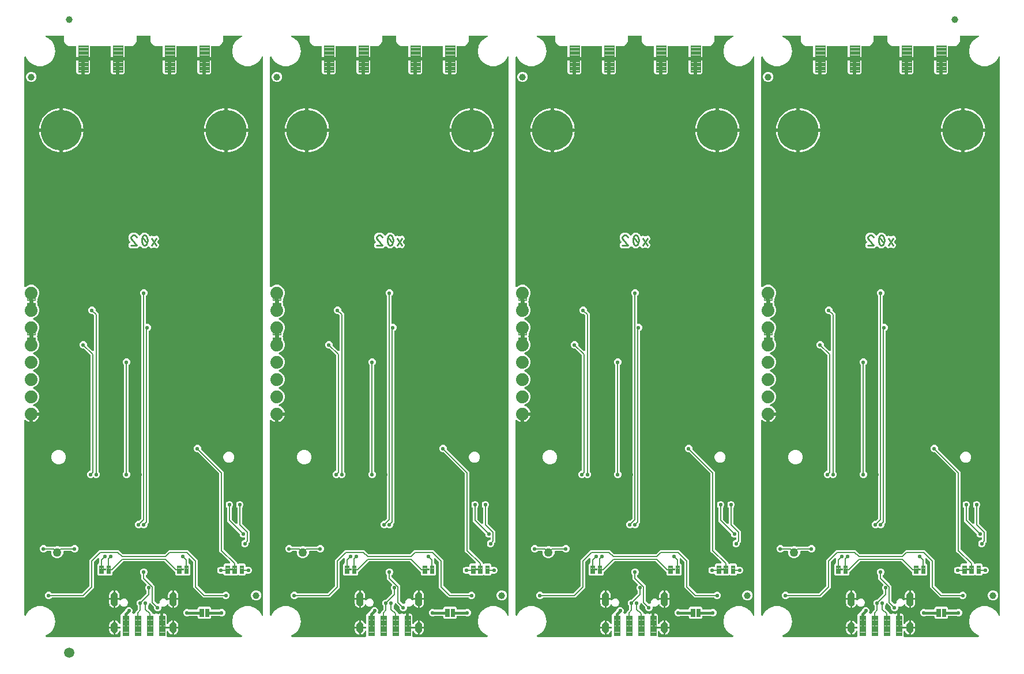
<source format=gbl>
G04 EAGLE Gerber RS-274X export*
G75*
%MOMM*%
%FSLAX34Y34*%
%LPD*%
%INBottom Copper*%
%IPPOS*%
%AMOC8*
5,1,8,0,0,1.08239X$1,22.5*%
G01*
%ADD10C,0.279400*%
%ADD11C,1.000000*%
%ADD12C,0.654000*%
%ADD13C,0.101600*%
%ADD14C,1.879600*%
%ADD15C,0.105000*%
%ADD16C,6.000000*%
%ADD17C,1.270000*%
%ADD18C,0.099059*%
%ADD19C,0.099000*%
%ADD20C,1.500000*%
%ADD21C,0.554000*%
%ADD22C,0.254000*%
%ADD23C,0.203200*%
%ADD24C,0.152400*%
%ADD25C,0.406400*%

G36*
X1224978Y2556D02*
X1224978Y2556D01*
X1225097Y2563D01*
X1225135Y2576D01*
X1225176Y2581D01*
X1225286Y2624D01*
X1225399Y2661D01*
X1225434Y2683D01*
X1225471Y2698D01*
X1225567Y2767D01*
X1225668Y2831D01*
X1225696Y2861D01*
X1225729Y2884D01*
X1225805Y2976D01*
X1225886Y3063D01*
X1225906Y3098D01*
X1225931Y3129D01*
X1225982Y3237D01*
X1226040Y3341D01*
X1226050Y3381D01*
X1226067Y3417D01*
X1226089Y3534D01*
X1226119Y3649D01*
X1226123Y3709D01*
X1226127Y3729D01*
X1226125Y3750D01*
X1226129Y3810D01*
X1226129Y10004D01*
X1226121Y10074D01*
X1226122Y10143D01*
X1226101Y10231D01*
X1226089Y10320D01*
X1226064Y10385D01*
X1226047Y10453D01*
X1226005Y10532D01*
X1225972Y10616D01*
X1225931Y10672D01*
X1225899Y10734D01*
X1225838Y10800D01*
X1225786Y10873D01*
X1225732Y10917D01*
X1225685Y10969D01*
X1225610Y11018D01*
X1225541Y11076D01*
X1225477Y11105D01*
X1225419Y11144D01*
X1225334Y11173D01*
X1225253Y11211D01*
X1225184Y11224D01*
X1225118Y11247D01*
X1225029Y11254D01*
X1224941Y11271D01*
X1224871Y11267D01*
X1224801Y11272D01*
X1224713Y11257D01*
X1224623Y11251D01*
X1224557Y11230D01*
X1224488Y11218D01*
X1224406Y11181D01*
X1224321Y11153D01*
X1224262Y11116D01*
X1224198Y11087D01*
X1224128Y11031D01*
X1224052Y10983D01*
X1224004Y10932D01*
X1223950Y10889D01*
X1223895Y10817D01*
X1223834Y10751D01*
X1223800Y10690D01*
X1223758Y10635D01*
X1223687Y10490D01*
X1223387Y9764D01*
X1222556Y8521D01*
X1221499Y7464D01*
X1220256Y6633D01*
X1218874Y6061D01*
X1217929Y5873D01*
X1217929Y8488D01*
X1218846Y8809D01*
X1218850Y8816D01*
X1218856Y8813D01*
X1219804Y9409D01*
X1219807Y9417D01*
X1219812Y9416D01*
X1220604Y10208D01*
X1220605Y10216D01*
X1220611Y10216D01*
X1221207Y11164D01*
X1221206Y11173D01*
X1221211Y11174D01*
X1221581Y12231D01*
X1221580Y12235D01*
X1221582Y12237D01*
X1221580Y12240D01*
X1221584Y12242D01*
X1221709Y13355D01*
X1221707Y13358D01*
X1221709Y13360D01*
X1221709Y15091D01*
X1224860Y15091D01*
X1224978Y15106D01*
X1225097Y15113D01*
X1225135Y15125D01*
X1225176Y15130D01*
X1225286Y15174D01*
X1225399Y15211D01*
X1225434Y15233D01*
X1225471Y15247D01*
X1225567Y15317D01*
X1225668Y15381D01*
X1225696Y15411D01*
X1225729Y15434D01*
X1225805Y15526D01*
X1225886Y15613D01*
X1225906Y15648D01*
X1225931Y15679D01*
X1225982Y15787D01*
X1226040Y15891D01*
X1226050Y15930D01*
X1226067Y15967D01*
X1226089Y16084D01*
X1226119Y16199D01*
X1226123Y16259D01*
X1226127Y16279D01*
X1226127Y16280D01*
X1226125Y16300D01*
X1226129Y16360D01*
X1226114Y16478D01*
X1226107Y16597D01*
X1226094Y16635D01*
X1226089Y16676D01*
X1226046Y16786D01*
X1226009Y16900D01*
X1225987Y16934D01*
X1225972Y16971D01*
X1225903Y17068D01*
X1225839Y17168D01*
X1225809Y17196D01*
X1225786Y17229D01*
X1225694Y17305D01*
X1225607Y17386D01*
X1225572Y17406D01*
X1225541Y17432D01*
X1225433Y17482D01*
X1225329Y17540D01*
X1225289Y17550D01*
X1225253Y17567D01*
X1225136Y17589D01*
X1225021Y17619D01*
X1224961Y17623D01*
X1224941Y17627D01*
X1224920Y17626D01*
X1224860Y17629D01*
X1221709Y17629D01*
X1221709Y19360D01*
X1221707Y19363D01*
X1221709Y19366D01*
X1221584Y20478D01*
X1221578Y20484D01*
X1221581Y20489D01*
X1221211Y21546D01*
X1221205Y21550D01*
X1221207Y21556D01*
X1220611Y22504D01*
X1220603Y22507D01*
X1220604Y22512D01*
X1219812Y23304D01*
X1219804Y23305D01*
X1219804Y23311D01*
X1218856Y23907D01*
X1218847Y23906D01*
X1218846Y23911D01*
X1217929Y24232D01*
X1217929Y26847D01*
X1218874Y26659D01*
X1220091Y26155D01*
X1220256Y26087D01*
X1221412Y25314D01*
X1221499Y25256D01*
X1222556Y24199D01*
X1223387Y22956D01*
X1223687Y22230D01*
X1223722Y22169D01*
X1223748Y22104D01*
X1223800Y22032D01*
X1223845Y21954D01*
X1223894Y21903D01*
X1223934Y21847D01*
X1224004Y21790D01*
X1224066Y21725D01*
X1224126Y21689D01*
X1224179Y21644D01*
X1224261Y21606D01*
X1224337Y21559D01*
X1224404Y21538D01*
X1224467Y21509D01*
X1224555Y21492D01*
X1224641Y21465D01*
X1224711Y21462D01*
X1224780Y21449D01*
X1224869Y21455D01*
X1224959Y21450D01*
X1225027Y21464D01*
X1225097Y21469D01*
X1225182Y21496D01*
X1225270Y21515D01*
X1225333Y21545D01*
X1225399Y21567D01*
X1225475Y21615D01*
X1225556Y21654D01*
X1225609Y21700D01*
X1225668Y21737D01*
X1225730Y21802D01*
X1225798Y21861D01*
X1225838Y21918D01*
X1225886Y21968D01*
X1225929Y22047D01*
X1225981Y22121D01*
X1226006Y22186D01*
X1226040Y22247D01*
X1226062Y22334D01*
X1226094Y22418D01*
X1226102Y22487D01*
X1226119Y22555D01*
X1226129Y22716D01*
X1226129Y34812D01*
X1228226Y36909D01*
X1228286Y36987D01*
X1228354Y37059D01*
X1228383Y37112D01*
X1228420Y37160D01*
X1228460Y37251D01*
X1228508Y37338D01*
X1228523Y37396D01*
X1228547Y37452D01*
X1228562Y37550D01*
X1228587Y37646D01*
X1228593Y37746D01*
X1228597Y37766D01*
X1228595Y37778D01*
X1228597Y37806D01*
X1228597Y37954D01*
X1231648Y41004D01*
X1231648Y41005D01*
X1232581Y41938D01*
X1232587Y41945D01*
X1232594Y41951D01*
X1232685Y42072D01*
X1232776Y42189D01*
X1232780Y42198D01*
X1232785Y42205D01*
X1232856Y42350D01*
X1233498Y43898D01*
X1234992Y45392D01*
X1236944Y46201D01*
X1239056Y46201D01*
X1241008Y45392D01*
X1242502Y43898D01*
X1243311Y41946D01*
X1243311Y39834D01*
X1242952Y38967D01*
X1242938Y38919D01*
X1242917Y38874D01*
X1242897Y38766D01*
X1242868Y38660D01*
X1242867Y38610D01*
X1242858Y38561D01*
X1242864Y38452D01*
X1242863Y38342D01*
X1242874Y38294D01*
X1242877Y38244D01*
X1242911Y38140D01*
X1242937Y38033D01*
X1242960Y37989D01*
X1242975Y37942D01*
X1243034Y37849D01*
X1243086Y37752D01*
X1243119Y37715D01*
X1243146Y37673D01*
X1243226Y37598D01*
X1243299Y37516D01*
X1243341Y37489D01*
X1243377Y37455D01*
X1243446Y37417D01*
X1244082Y36781D01*
X1244176Y36708D01*
X1244266Y36629D01*
X1244302Y36610D01*
X1244334Y36586D01*
X1244443Y36538D01*
X1244549Y36484D01*
X1244588Y36475D01*
X1244625Y36459D01*
X1244744Y36441D01*
X1244859Y36415D01*
X1244900Y36416D01*
X1244940Y36409D01*
X1245058Y36421D01*
X1245177Y36424D01*
X1245216Y36435D01*
X1245256Y36439D01*
X1245368Y36480D01*
X1245483Y36513D01*
X1245518Y36533D01*
X1245555Y36547D01*
X1245620Y36591D01*
X1246124Y36591D01*
X1246242Y36606D01*
X1246361Y36613D01*
X1246399Y36626D01*
X1246440Y36631D01*
X1246550Y36674D01*
X1246663Y36711D01*
X1246698Y36733D01*
X1246735Y36748D01*
X1246831Y36817D01*
X1246932Y36881D01*
X1246960Y36911D01*
X1246993Y36934D01*
X1247069Y37026D01*
X1247150Y37113D01*
X1247170Y37148D01*
X1247195Y37179D01*
X1247246Y37287D01*
X1247304Y37391D01*
X1247314Y37431D01*
X1247331Y37467D01*
X1247353Y37584D01*
X1247383Y37699D01*
X1247387Y37759D01*
X1247391Y37779D01*
X1247389Y37800D01*
X1247393Y37860D01*
X1247393Y39573D01*
X1250832Y43011D01*
X1250892Y43090D01*
X1250960Y43162D01*
X1250989Y43215D01*
X1251026Y43263D01*
X1251066Y43354D01*
X1251114Y43440D01*
X1251129Y43499D01*
X1251153Y43555D01*
X1251168Y43653D01*
X1251193Y43748D01*
X1251199Y43848D01*
X1251203Y43869D01*
X1251201Y43881D01*
X1251203Y43909D01*
X1251203Y47590D01*
X1251191Y47689D01*
X1251188Y47788D01*
X1251171Y47846D01*
X1251163Y47906D01*
X1251127Y47998D01*
X1251099Y48093D01*
X1251069Y48145D01*
X1251046Y48202D01*
X1250988Y48282D01*
X1250938Y48367D01*
X1250872Y48443D01*
X1250860Y48459D01*
X1250850Y48467D01*
X1250832Y48488D01*
X1250258Y49062D01*
X1249449Y51014D01*
X1249449Y53126D01*
X1250258Y55078D01*
X1251752Y56572D01*
X1253704Y57381D01*
X1254515Y57381D01*
X1254613Y57393D01*
X1254712Y57396D01*
X1254770Y57413D01*
X1254831Y57421D01*
X1254923Y57457D01*
X1255018Y57485D01*
X1255070Y57515D01*
X1255126Y57538D01*
X1255206Y57596D01*
X1255292Y57646D01*
X1255367Y57712D01*
X1255384Y57724D01*
X1255391Y57734D01*
X1255413Y57752D01*
X1263311Y65651D01*
X1263372Y65729D01*
X1263440Y65801D01*
X1263469Y65854D01*
X1263506Y65902D01*
X1263545Y65993D01*
X1263593Y66080D01*
X1263608Y66138D01*
X1263632Y66194D01*
X1263648Y66292D01*
X1263673Y66388D01*
X1263679Y66488D01*
X1263682Y66508D01*
X1263681Y66520D01*
X1263683Y66548D01*
X1263683Y70230D01*
X1263670Y70328D01*
X1263667Y70427D01*
X1263650Y70485D01*
X1263643Y70545D01*
X1263606Y70638D01*
X1263579Y70733D01*
X1263548Y70785D01*
X1263526Y70841D01*
X1263468Y70921D01*
X1263417Y71007D01*
X1263351Y71082D01*
X1263339Y71099D01*
X1263330Y71106D01*
X1263311Y71127D01*
X1262737Y71701D01*
X1261929Y73653D01*
X1261929Y75766D01*
X1262737Y77718D01*
X1263647Y78627D01*
X1263720Y78721D01*
X1263799Y78811D01*
X1263817Y78847D01*
X1263842Y78879D01*
X1263889Y78988D01*
X1263943Y79094D01*
X1263952Y79133D01*
X1263968Y79170D01*
X1263987Y79288D01*
X1264013Y79404D01*
X1264012Y79445D01*
X1264018Y79485D01*
X1264007Y79603D01*
X1264003Y79722D01*
X1263992Y79761D01*
X1263988Y79801D01*
X1263948Y79913D01*
X1263915Y80028D01*
X1263894Y80062D01*
X1263881Y80100D01*
X1263814Y80199D01*
X1263753Y80302D01*
X1263713Y80347D01*
X1263702Y80364D01*
X1263687Y80377D01*
X1263647Y80422D01*
X1256537Y87532D01*
X1256537Y93056D01*
X1256525Y93155D01*
X1256522Y93254D01*
X1256505Y93312D01*
X1256497Y93372D01*
X1256461Y93464D01*
X1256433Y93559D01*
X1256403Y93611D01*
X1256380Y93668D01*
X1256322Y93748D01*
X1256272Y93833D01*
X1256206Y93909D01*
X1256194Y93925D01*
X1256184Y93933D01*
X1256166Y93954D01*
X1255338Y94782D01*
X1254529Y96734D01*
X1254529Y98846D01*
X1255338Y100798D01*
X1256832Y102292D01*
X1258784Y103101D01*
X1260896Y103101D01*
X1262848Y102292D01*
X1264342Y100798D01*
X1265151Y98846D01*
X1265151Y96734D01*
X1264342Y94782D01*
X1263514Y93954D01*
X1263454Y93876D01*
X1263386Y93804D01*
X1263357Y93751D01*
X1263320Y93703D01*
X1263280Y93612D01*
X1263232Y93525D01*
X1263217Y93467D01*
X1263193Y93411D01*
X1263178Y93313D01*
X1263153Y93217D01*
X1263147Y93117D01*
X1263143Y93097D01*
X1263145Y93084D01*
X1263143Y93056D01*
X1263143Y90794D01*
X1263155Y90696D01*
X1263158Y90597D01*
X1263175Y90538D01*
X1263183Y90478D01*
X1263219Y90386D01*
X1263247Y90291D01*
X1263277Y90239D01*
X1263300Y90183D01*
X1263358Y90103D01*
X1263408Y90017D01*
X1263474Y89942D01*
X1263486Y89925D01*
X1263496Y89917D01*
X1263514Y89896D01*
X1273536Y79874D01*
X1275843Y77568D01*
X1275843Y55234D01*
X1275855Y55136D01*
X1275858Y55037D01*
X1275875Y54978D01*
X1275883Y54918D01*
X1275919Y54826D01*
X1275947Y54731D01*
X1275977Y54679D01*
X1276000Y54623D01*
X1276058Y54543D01*
X1276108Y54457D01*
X1276174Y54382D01*
X1276186Y54365D01*
X1276196Y54357D01*
X1276214Y54336D01*
X1279148Y51402D01*
X1279227Y51342D01*
X1279299Y51274D01*
X1279352Y51245D01*
X1279400Y51208D01*
X1279491Y51168D01*
X1279577Y51120D01*
X1279636Y51105D01*
X1279691Y51081D01*
X1279789Y51066D01*
X1279885Y51041D01*
X1279985Y51035D01*
X1280006Y51031D01*
X1280018Y51033D01*
X1280046Y51031D01*
X1281228Y51031D01*
X1281242Y51027D01*
X1281287Y51006D01*
X1281395Y50985D01*
X1281501Y50956D01*
X1281551Y50955D01*
X1281600Y50946D01*
X1281709Y50953D01*
X1281819Y50951D01*
X1281867Y50962D01*
X1281917Y50966D01*
X1282021Y50999D01*
X1282128Y51025D01*
X1282172Y51048D01*
X1282219Y51064D01*
X1282312Y51122D01*
X1282409Y51174D01*
X1282446Y51207D01*
X1282488Y51234D01*
X1282563Y51314D01*
X1282645Y51388D01*
X1282672Y51429D01*
X1282706Y51465D01*
X1282759Y51562D01*
X1282819Y51653D01*
X1282836Y51700D01*
X1282860Y51744D01*
X1282887Y51850D01*
X1282923Y51954D01*
X1282927Y52004D01*
X1282939Y52052D01*
X1282949Y52212D01*
X1282949Y54012D01*
X1283831Y56140D01*
X1285460Y57769D01*
X1287588Y58651D01*
X1289892Y58651D01*
X1292020Y57769D01*
X1293262Y56527D01*
X1293372Y56442D01*
X1293479Y56353D01*
X1293498Y56344D01*
X1293514Y56332D01*
X1293641Y56277D01*
X1293767Y56217D01*
X1293787Y56214D01*
X1293806Y56206D01*
X1293944Y56184D01*
X1294079Y56158D01*
X1294100Y56159D01*
X1294120Y56156D01*
X1294259Y56169D01*
X1294397Y56177D01*
X1294416Y56184D01*
X1294436Y56186D01*
X1294568Y56233D01*
X1294699Y56275D01*
X1294717Y56286D01*
X1294736Y56293D01*
X1294851Y56371D01*
X1294968Y56446D01*
X1294982Y56460D01*
X1294999Y56472D01*
X1295091Y56576D01*
X1295186Y56677D01*
X1295196Y56695D01*
X1295209Y56710D01*
X1295273Y56834D01*
X1295304Y56891D01*
X1297971Y56891D01*
X1297971Y52660D01*
X1297973Y52657D01*
X1297971Y52655D01*
X1298096Y51542D01*
X1298102Y51536D01*
X1298099Y51531D01*
X1298469Y50474D01*
X1298476Y50470D01*
X1298473Y50464D01*
X1299069Y49516D01*
X1299077Y49513D01*
X1299076Y49508D01*
X1299868Y48716D01*
X1299876Y48715D01*
X1299876Y48709D01*
X1300824Y48113D01*
X1300833Y48114D01*
X1300834Y48109D01*
X1301751Y47788D01*
X1301751Y45173D01*
X1300806Y45361D01*
X1299424Y45933D01*
X1298347Y46653D01*
X1298181Y46764D01*
X1297124Y47821D01*
X1296293Y49064D01*
X1296037Y49683D01*
X1295968Y49803D01*
X1295903Y49926D01*
X1295889Y49942D01*
X1295880Y49959D01*
X1295783Y50058D01*
X1295689Y50162D01*
X1295672Y50173D01*
X1295658Y50187D01*
X1295540Y50260D01*
X1295423Y50337D01*
X1295404Y50343D01*
X1295387Y50354D01*
X1295254Y50395D01*
X1295123Y50440D01*
X1295103Y50441D01*
X1295083Y50447D01*
X1294944Y50454D01*
X1294806Y50465D01*
X1294786Y50461D01*
X1294766Y50462D01*
X1294629Y50434D01*
X1294492Y50411D01*
X1294474Y50402D01*
X1294454Y50398D01*
X1294329Y50337D01*
X1294202Y50280D01*
X1294187Y50267D01*
X1294168Y50258D01*
X1294063Y50168D01*
X1293954Y50081D01*
X1293942Y50065D01*
X1293926Y50052D01*
X1293846Y49939D01*
X1293763Y49827D01*
X1293750Y49802D01*
X1293743Y49792D01*
X1293736Y49773D01*
X1293692Y49683D01*
X1293649Y49580D01*
X1292020Y47951D01*
X1289892Y47069D01*
X1287588Y47069D01*
X1287226Y47219D01*
X1287178Y47233D01*
X1287133Y47254D01*
X1287025Y47274D01*
X1286919Y47303D01*
X1286869Y47304D01*
X1286820Y47313D01*
X1286711Y47307D01*
X1286601Y47308D01*
X1286553Y47297D01*
X1286503Y47294D01*
X1286399Y47260D01*
X1286292Y47234D01*
X1286248Y47211D01*
X1286201Y47196D01*
X1286108Y47137D01*
X1286011Y47086D01*
X1285974Y47052D01*
X1285932Y47026D01*
X1285856Y46945D01*
X1285775Y46872D01*
X1285748Y46830D01*
X1285714Y46794D01*
X1285661Y46698D01*
X1285601Y46606D01*
X1285584Y46559D01*
X1285560Y46515D01*
X1285533Y46409D01*
X1285497Y46305D01*
X1285493Y46256D01*
X1285481Y46207D01*
X1285471Y46047D01*
X1285471Y44664D01*
X1284662Y42712D01*
X1283168Y41218D01*
X1281216Y40409D01*
X1279104Y40409D01*
X1277152Y41218D01*
X1275658Y42712D01*
X1274849Y44664D01*
X1274849Y45834D01*
X1274837Y45932D01*
X1274834Y46031D01*
X1274817Y46090D01*
X1274809Y46150D01*
X1274773Y46242D01*
X1274745Y46337D01*
X1274715Y46389D01*
X1274692Y46445D01*
X1274634Y46525D01*
X1274584Y46611D01*
X1274518Y46686D01*
X1274506Y46703D01*
X1274496Y46711D01*
X1274478Y46732D01*
X1269768Y51442D01*
X1269728Y51472D01*
X1269695Y51509D01*
X1269603Y51569D01*
X1269516Y51637D01*
X1269471Y51656D01*
X1269429Y51684D01*
X1269325Y51719D01*
X1269224Y51763D01*
X1269175Y51771D01*
X1269128Y51787D01*
X1269019Y51796D01*
X1268910Y51813D01*
X1268861Y51808D01*
X1268811Y51812D01*
X1268703Y51793D01*
X1268594Y51783D01*
X1268547Y51766D01*
X1268498Y51758D01*
X1268398Y51713D01*
X1268294Y51675D01*
X1268253Y51647D01*
X1268208Y51627D01*
X1268122Y51559D01*
X1268031Y51497D01*
X1267998Y51460D01*
X1267960Y51428D01*
X1267893Y51341D01*
X1267821Y51258D01*
X1267798Y51214D01*
X1267768Y51174D01*
X1267697Y51030D01*
X1266882Y49062D01*
X1266308Y48488D01*
X1266248Y48410D01*
X1266180Y48338D01*
X1266151Y48285D01*
X1266114Y48237D01*
X1266074Y48146D01*
X1266026Y48059D01*
X1266011Y48001D01*
X1265987Y47945D01*
X1265972Y47847D01*
X1265947Y47751D01*
X1265941Y47651D01*
X1265937Y47631D01*
X1265939Y47618D01*
X1265937Y47590D01*
X1265937Y45179D01*
X1265949Y45081D01*
X1265952Y44982D01*
X1265969Y44924D01*
X1265977Y44863D01*
X1266013Y44771D01*
X1266041Y44676D01*
X1266071Y44624D01*
X1266094Y44568D01*
X1266152Y44488D01*
X1266202Y44402D01*
X1266268Y44327D01*
X1266280Y44310D01*
X1266290Y44303D01*
X1266308Y44281D01*
X1272287Y38303D01*
X1272287Y37860D01*
X1272302Y37742D01*
X1272309Y37623D01*
X1272322Y37585D01*
X1272327Y37544D01*
X1272370Y37434D01*
X1272407Y37321D01*
X1272429Y37286D01*
X1272444Y37249D01*
X1272513Y37153D01*
X1272577Y37052D01*
X1272607Y37024D01*
X1272630Y36991D01*
X1272722Y36915D01*
X1272809Y36834D01*
X1272844Y36814D01*
X1272875Y36789D01*
X1272983Y36738D01*
X1273087Y36680D01*
X1273127Y36670D01*
X1273163Y36653D01*
X1273280Y36631D01*
X1273395Y36601D01*
X1273455Y36597D01*
X1273475Y36593D01*
X1273496Y36595D01*
X1273556Y36591D01*
X1273992Y36591D01*
X1274184Y36400D01*
X1274278Y36327D01*
X1274367Y36248D01*
X1274403Y36229D01*
X1274435Y36205D01*
X1274544Y36157D01*
X1274650Y36103D01*
X1274690Y36094D01*
X1274727Y36078D01*
X1274845Y36060D01*
X1274960Y36034D01*
X1275001Y36035D01*
X1275041Y36028D01*
X1275159Y36040D01*
X1275278Y36043D01*
X1275317Y36054D01*
X1275357Y36058D01*
X1275469Y36098D01*
X1275584Y36132D01*
X1275619Y36152D01*
X1275657Y36166D01*
X1275755Y36233D01*
X1275858Y36293D01*
X1275903Y36333D01*
X1275920Y36344D01*
X1275933Y36360D01*
X1275979Y36400D01*
X1276791Y37212D01*
X1279211Y37212D01*
X1279824Y36599D01*
X1279913Y36530D01*
X1279996Y36455D01*
X1280038Y36433D01*
X1280075Y36404D01*
X1280178Y36359D01*
X1280278Y36307D01*
X1280324Y36296D01*
X1280367Y36278D01*
X1280478Y36260D01*
X1280588Y36234D01*
X1280635Y36235D01*
X1280681Y36228D01*
X1280793Y36238D01*
X1280906Y36240D01*
X1280951Y36253D01*
X1280998Y36258D01*
X1281104Y36296D01*
X1281212Y36326D01*
X1281277Y36358D01*
X1281297Y36365D01*
X1281312Y36375D01*
X1281325Y36382D01*
X1282105Y36591D01*
X1284261Y36591D01*
X1284261Y20030D01*
X1284276Y19912D01*
X1284283Y19793D01*
X1284295Y19755D01*
X1284301Y19715D01*
X1284344Y19604D01*
X1284381Y19491D01*
X1284403Y19457D01*
X1284418Y19419D01*
X1284487Y19323D01*
X1284551Y19222D01*
X1284581Y19194D01*
X1284604Y19162D01*
X1284696Y19086D01*
X1284783Y19004D01*
X1284818Y18985D01*
X1284849Y18959D01*
X1284957Y18908D01*
X1285061Y18851D01*
X1285101Y18841D01*
X1285137Y18823D01*
X1285254Y18801D01*
X1285369Y18771D01*
X1285429Y18767D01*
X1285449Y18764D01*
X1285470Y18765D01*
X1285530Y18761D01*
X1287490Y18761D01*
X1287608Y18776D01*
X1287727Y18783D01*
X1287765Y18796D01*
X1287806Y18801D01*
X1287916Y18845D01*
X1288029Y18881D01*
X1288064Y18903D01*
X1288101Y18918D01*
X1288197Y18988D01*
X1288298Y19051D01*
X1288326Y19081D01*
X1288359Y19105D01*
X1288435Y19196D01*
X1288516Y19283D01*
X1288536Y19318D01*
X1288561Y19350D01*
X1288612Y19457D01*
X1288670Y19562D01*
X1288680Y19601D01*
X1288697Y19637D01*
X1288719Y19754D01*
X1288749Y19870D01*
X1288753Y19930D01*
X1288757Y19950D01*
X1288755Y19970D01*
X1288759Y20030D01*
X1288759Y36591D01*
X1290915Y36591D01*
X1291687Y36384D01*
X1292379Y35984D01*
X1292944Y35419D01*
X1293344Y34727D01*
X1293551Y33955D01*
X1293551Y22716D01*
X1293559Y22646D01*
X1293558Y22577D01*
X1293579Y22489D01*
X1293591Y22400D01*
X1293616Y22335D01*
X1293633Y22267D01*
X1293675Y22188D01*
X1293708Y22104D01*
X1293749Y22048D01*
X1293781Y21986D01*
X1293842Y21920D01*
X1293894Y21847D01*
X1293948Y21803D01*
X1293995Y21751D01*
X1294070Y21702D01*
X1294139Y21644D01*
X1294202Y21615D01*
X1294261Y21576D01*
X1294346Y21547D01*
X1294427Y21509D01*
X1294496Y21496D01*
X1294562Y21473D01*
X1294651Y21466D01*
X1294739Y21449D01*
X1294809Y21453D01*
X1294879Y21448D01*
X1294967Y21463D01*
X1295057Y21469D01*
X1295123Y21490D01*
X1295192Y21502D01*
X1295274Y21539D01*
X1295359Y21567D01*
X1295418Y21604D01*
X1295482Y21633D01*
X1295552Y21689D01*
X1295628Y21737D01*
X1295676Y21788D01*
X1295730Y21831D01*
X1295784Y21903D01*
X1295846Y21969D01*
X1295880Y22030D01*
X1295922Y22085D01*
X1295993Y22230D01*
X1296080Y22441D01*
X1296293Y22956D01*
X1296885Y23842D01*
X1297124Y24199D01*
X1298181Y25256D01*
X1299424Y26087D01*
X1300806Y26659D01*
X1301751Y26847D01*
X1301751Y24232D01*
X1300834Y23911D01*
X1300830Y23905D01*
X1300824Y23907D01*
X1299876Y23311D01*
X1299873Y23303D01*
X1299868Y23304D01*
X1299076Y22512D01*
X1299075Y22504D01*
X1299069Y22504D01*
X1298473Y21556D01*
X1298474Y21547D01*
X1298469Y21546D01*
X1298099Y20489D01*
X1298101Y20481D01*
X1298096Y20478D01*
X1297971Y19366D01*
X1297973Y19362D01*
X1297971Y19360D01*
X1297971Y17629D01*
X1294820Y17629D01*
X1294702Y17614D01*
X1294583Y17607D01*
X1294545Y17595D01*
X1294504Y17590D01*
X1294394Y17546D01*
X1294281Y17509D01*
X1294246Y17487D01*
X1294209Y17473D01*
X1294113Y17403D01*
X1294012Y17339D01*
X1293984Y17309D01*
X1293951Y17286D01*
X1293875Y17194D01*
X1293794Y17107D01*
X1293774Y17072D01*
X1293749Y17041D01*
X1293698Y16933D01*
X1293640Y16829D01*
X1293630Y16790D01*
X1293613Y16753D01*
X1293591Y16636D01*
X1293561Y16521D01*
X1293557Y16461D01*
X1293553Y16441D01*
X1293553Y16440D01*
X1293555Y16420D01*
X1293551Y16360D01*
X1293566Y16242D01*
X1293573Y16123D01*
X1293586Y16084D01*
X1293591Y16044D01*
X1293634Y15934D01*
X1293671Y15820D01*
X1293693Y15786D01*
X1293708Y15749D01*
X1293777Y15652D01*
X1293841Y15552D01*
X1293871Y15524D01*
X1293894Y15491D01*
X1293986Y15415D01*
X1294073Y15334D01*
X1294108Y15314D01*
X1294139Y15288D01*
X1294247Y15238D01*
X1294351Y15180D01*
X1294391Y15170D01*
X1294427Y15153D01*
X1294544Y15131D01*
X1294659Y15101D01*
X1294719Y15097D01*
X1294739Y15093D01*
X1294760Y15094D01*
X1294820Y15091D01*
X1297971Y15091D01*
X1297971Y13360D01*
X1297973Y13357D01*
X1297971Y13355D01*
X1298096Y12242D01*
X1298102Y12236D01*
X1298099Y12231D01*
X1298469Y11174D01*
X1298476Y11170D01*
X1298473Y11164D01*
X1299069Y10216D01*
X1299077Y10213D01*
X1299076Y10208D01*
X1299868Y9416D01*
X1299876Y9415D01*
X1299876Y9409D01*
X1300824Y8813D01*
X1300833Y8814D01*
X1300834Y8809D01*
X1301751Y8488D01*
X1301751Y5873D01*
X1300806Y6061D01*
X1299424Y6633D01*
X1298181Y7464D01*
X1297124Y8521D01*
X1296293Y9764D01*
X1295993Y10490D01*
X1295958Y10551D01*
X1295932Y10616D01*
X1295880Y10688D01*
X1295835Y10766D01*
X1295787Y10816D01*
X1295746Y10873D01*
X1295676Y10930D01*
X1295614Y10995D01*
X1295554Y11031D01*
X1295501Y11076D01*
X1295419Y11114D01*
X1295343Y11161D01*
X1295276Y11182D01*
X1295213Y11211D01*
X1295125Y11228D01*
X1295039Y11255D01*
X1294969Y11258D01*
X1294900Y11271D01*
X1294811Y11265D01*
X1294721Y11270D01*
X1294653Y11256D01*
X1294583Y11251D01*
X1294498Y11224D01*
X1294410Y11205D01*
X1294347Y11175D01*
X1294281Y11153D01*
X1294205Y11105D01*
X1294124Y11066D01*
X1294071Y11020D01*
X1294012Y10983D01*
X1293950Y10918D01*
X1293882Y10859D01*
X1293842Y10802D01*
X1293794Y10751D01*
X1293751Y10673D01*
X1293699Y10599D01*
X1293674Y10534D01*
X1293640Y10473D01*
X1293618Y10386D01*
X1293586Y10302D01*
X1293578Y10233D01*
X1293561Y10165D01*
X1293551Y10004D01*
X1293551Y4145D01*
X1293549Y4139D01*
X1293532Y4014D01*
X1293508Y3890D01*
X1293510Y3857D01*
X1293506Y3823D01*
X1293520Y3698D01*
X1293528Y3573D01*
X1293538Y3541D01*
X1293542Y3508D01*
X1293587Y3390D01*
X1293626Y3271D01*
X1293644Y3242D01*
X1293656Y3211D01*
X1293729Y3108D01*
X1293796Y3002D01*
X1293821Y2979D01*
X1293840Y2951D01*
X1293936Y2870D01*
X1294028Y2784D01*
X1294057Y2768D01*
X1294083Y2746D01*
X1294196Y2691D01*
X1294306Y2630D01*
X1294339Y2622D01*
X1294369Y2607D01*
X1294493Y2582D01*
X1294614Y2551D01*
X1294663Y2548D01*
X1294681Y2544D01*
X1294703Y2545D01*
X1294775Y2541D01*
X1403235Y2541D01*
X1403331Y2553D01*
X1403429Y2556D01*
X1403489Y2573D01*
X1403550Y2581D01*
X1403641Y2616D01*
X1403734Y2643D01*
X1403788Y2675D01*
X1403846Y2698D01*
X1403925Y2755D01*
X1404009Y2804D01*
X1404053Y2848D01*
X1404103Y2884D01*
X1404165Y2960D01*
X1404235Y3028D01*
X1404266Y3081D01*
X1404306Y3129D01*
X1404348Y3217D01*
X1404398Y3301D01*
X1404415Y3361D01*
X1404442Y3417D01*
X1404460Y3513D01*
X1404488Y3606D01*
X1404490Y3668D01*
X1404501Y3729D01*
X1404495Y3827D01*
X1404499Y3924D01*
X1404486Y3985D01*
X1404482Y4047D01*
X1404452Y4140D01*
X1404431Y4235D01*
X1404403Y4290D01*
X1404384Y4349D01*
X1404332Y4432D01*
X1404288Y4519D01*
X1404247Y4565D01*
X1404214Y4618D01*
X1404143Y4685D01*
X1404079Y4758D01*
X1404027Y4793D01*
X1403982Y4836D01*
X1403897Y4883D01*
X1403816Y4938D01*
X1403721Y4980D01*
X1403703Y4990D01*
X1403692Y4992D01*
X1403669Y5003D01*
X1401020Y5967D01*
X1395050Y10976D01*
X1391154Y17725D01*
X1389800Y25400D01*
X1391154Y33075D01*
X1395050Y39824D01*
X1401020Y44833D01*
X1408343Y47499D01*
X1416137Y47499D01*
X1423460Y44833D01*
X1429430Y39824D01*
X1432731Y34106D01*
X1432819Y33991D01*
X1432904Y33872D01*
X1432915Y33864D01*
X1432923Y33853D01*
X1433037Y33763D01*
X1433149Y33670D01*
X1433162Y33664D01*
X1433172Y33655D01*
X1433306Y33596D01*
X1433437Y33534D01*
X1433450Y33532D01*
X1433463Y33526D01*
X1433607Y33501D01*
X1433750Y33474D01*
X1433763Y33475D01*
X1433776Y33473D01*
X1433922Y33485D01*
X1434067Y33494D01*
X1434080Y33498D01*
X1434093Y33499D01*
X1434231Y33547D01*
X1434369Y33592D01*
X1434381Y33599D01*
X1434394Y33604D01*
X1434515Y33684D01*
X1434638Y33762D01*
X1434647Y33772D01*
X1434659Y33780D01*
X1434756Y33888D01*
X1434856Y33994D01*
X1434863Y34006D01*
X1434872Y34016D01*
X1434939Y34144D01*
X1435010Y34272D01*
X1435013Y34285D01*
X1435019Y34297D01*
X1435053Y34439D01*
X1435089Y34580D01*
X1435090Y34599D01*
X1435092Y34607D01*
X1435092Y34624D01*
X1435099Y34741D01*
X1435099Y854259D01*
X1435081Y854403D01*
X1435077Y854439D01*
X1435077Y854444D01*
X1435077Y854445D01*
X1435066Y854548D01*
X1435061Y854561D01*
X1435059Y854575D01*
X1435006Y854709D01*
X1434955Y854847D01*
X1434947Y854858D01*
X1434942Y854870D01*
X1434857Y854988D01*
X1434774Y855108D01*
X1434764Y855117D01*
X1434756Y855128D01*
X1434643Y855220D01*
X1434533Y855316D01*
X1434521Y855322D01*
X1434511Y855330D01*
X1434379Y855392D01*
X1434248Y855457D01*
X1434235Y855460D01*
X1434223Y855466D01*
X1434081Y855493D01*
X1433937Y855524D01*
X1433924Y855523D01*
X1433911Y855526D01*
X1433766Y855517D01*
X1433620Y855511D01*
X1433607Y855507D01*
X1433593Y855506D01*
X1433455Y855461D01*
X1433315Y855419D01*
X1433303Y855412D01*
X1433291Y855408D01*
X1433167Y855330D01*
X1433043Y855255D01*
X1433033Y855245D01*
X1433022Y855238D01*
X1432922Y855131D01*
X1432820Y855028D01*
X1432810Y855012D01*
X1432804Y855006D01*
X1432796Y854991D01*
X1432731Y854894D01*
X1429430Y849176D01*
X1423460Y844167D01*
X1416137Y841501D01*
X1408343Y841501D01*
X1401020Y844167D01*
X1395050Y849176D01*
X1391154Y855925D01*
X1389800Y863600D01*
X1391154Y871275D01*
X1395050Y878024D01*
X1401020Y883033D01*
X1403669Y883997D01*
X1403756Y884042D01*
X1403846Y884078D01*
X1403896Y884114D01*
X1403952Y884143D01*
X1404024Y884207D01*
X1404103Y884264D01*
X1404143Y884312D01*
X1404190Y884354D01*
X1404244Y884434D01*
X1404306Y884509D01*
X1404333Y884566D01*
X1404367Y884617D01*
X1404400Y884709D01*
X1404442Y884797D01*
X1404453Y884858D01*
X1404474Y884917D01*
X1404483Y885014D01*
X1404501Y885110D01*
X1404498Y885172D01*
X1404503Y885234D01*
X1404488Y885330D01*
X1404482Y885427D01*
X1404463Y885486D01*
X1404453Y885548D01*
X1404414Y885637D01*
X1404384Y885729D01*
X1404350Y885782D01*
X1404325Y885839D01*
X1404266Y885916D01*
X1404213Y885998D01*
X1404168Y886041D01*
X1404130Y886090D01*
X1404053Y886149D01*
X1403982Y886216D01*
X1403927Y886246D01*
X1403878Y886284D01*
X1403789Y886323D01*
X1403703Y886370D01*
X1403643Y886385D01*
X1403586Y886410D01*
X1403490Y886425D01*
X1403395Y886449D01*
X1403291Y886456D01*
X1403272Y886459D01*
X1403260Y886458D01*
X1403235Y886459D01*
X1377950Y886459D01*
X1377832Y886444D01*
X1377713Y886437D01*
X1377675Y886424D01*
X1377634Y886419D01*
X1377524Y886376D01*
X1377411Y886339D01*
X1377376Y886317D01*
X1377339Y886302D01*
X1377243Y886233D01*
X1377142Y886169D01*
X1377114Y886139D01*
X1377081Y886116D01*
X1377005Y886024D01*
X1376924Y885937D01*
X1376904Y885902D01*
X1376879Y885871D01*
X1376828Y885763D01*
X1376770Y885659D01*
X1376760Y885619D01*
X1376743Y885583D01*
X1376721Y885466D01*
X1376691Y885351D01*
X1376687Y885291D01*
X1376683Y885271D01*
X1376685Y885250D01*
X1376681Y885190D01*
X1376681Y877728D01*
X1374298Y873602D01*
X1370172Y871219D01*
X1360050Y871219D01*
X1359932Y871204D01*
X1359813Y871197D01*
X1359775Y871184D01*
X1359734Y871179D01*
X1359624Y871136D01*
X1359511Y871099D01*
X1359476Y871077D01*
X1359439Y871062D01*
X1359343Y870993D01*
X1359242Y870929D01*
X1359214Y870899D01*
X1359181Y870876D01*
X1359105Y870784D01*
X1359024Y870697D01*
X1359004Y870662D01*
X1358979Y870631D01*
X1358928Y870523D01*
X1358870Y870419D01*
X1358860Y870379D01*
X1358843Y870343D01*
X1358821Y870226D01*
X1358791Y870111D01*
X1358787Y870051D01*
X1358783Y870031D01*
X1358785Y870010D01*
X1358781Y869950D01*
X1358781Y854709D01*
X1350010Y854709D01*
X1349892Y854694D01*
X1349773Y854687D01*
X1349735Y854674D01*
X1349695Y854669D01*
X1349584Y854625D01*
X1349471Y854589D01*
X1349436Y854567D01*
X1349399Y854552D01*
X1349303Y854482D01*
X1349202Y854419D01*
X1349174Y854389D01*
X1349142Y854365D01*
X1349066Y854274D01*
X1348984Y854187D01*
X1348965Y854152D01*
X1348939Y854120D01*
X1348888Y854013D01*
X1348831Y853909D01*
X1348820Y853869D01*
X1348803Y853833D01*
X1348781Y853716D01*
X1348751Y853601D01*
X1348747Y853540D01*
X1348743Y853520D01*
X1348745Y853500D01*
X1348741Y853440D01*
X1348741Y852169D01*
X1348739Y852169D01*
X1348739Y853440D01*
X1348724Y853558D01*
X1348717Y853677D01*
X1348704Y853715D01*
X1348699Y853755D01*
X1348655Y853866D01*
X1348619Y853979D01*
X1348597Y854014D01*
X1348582Y854051D01*
X1348512Y854147D01*
X1348449Y854248D01*
X1348419Y854276D01*
X1348395Y854308D01*
X1348304Y854384D01*
X1348217Y854466D01*
X1348182Y854485D01*
X1348150Y854511D01*
X1348043Y854562D01*
X1347939Y854619D01*
X1347899Y854630D01*
X1347863Y854647D01*
X1347746Y854669D01*
X1347631Y854699D01*
X1347570Y854703D01*
X1347550Y854707D01*
X1347530Y854705D01*
X1347470Y854709D01*
X1338699Y854709D01*
X1338699Y869950D01*
X1338684Y870068D01*
X1338677Y870187D01*
X1338664Y870225D01*
X1338659Y870266D01*
X1338616Y870376D01*
X1338579Y870489D01*
X1338557Y870524D01*
X1338542Y870561D01*
X1338473Y870657D01*
X1338409Y870758D01*
X1338379Y870786D01*
X1338356Y870819D01*
X1338264Y870895D01*
X1338177Y870976D01*
X1338142Y870996D01*
X1338111Y871021D01*
X1338003Y871072D01*
X1337899Y871130D01*
X1337859Y871140D01*
X1337823Y871157D01*
X1337706Y871179D01*
X1337591Y871209D01*
X1337531Y871213D01*
X1337511Y871217D01*
X1337490Y871215D01*
X1337430Y871219D01*
X1309250Y871219D01*
X1309132Y871204D01*
X1309013Y871197D01*
X1308975Y871184D01*
X1308934Y871179D01*
X1308824Y871136D01*
X1308711Y871099D01*
X1308676Y871077D01*
X1308639Y871062D01*
X1308543Y870993D01*
X1308442Y870929D01*
X1308414Y870899D01*
X1308381Y870876D01*
X1308305Y870784D01*
X1308224Y870697D01*
X1308204Y870662D01*
X1308179Y870631D01*
X1308128Y870523D01*
X1308070Y870419D01*
X1308060Y870379D01*
X1308043Y870343D01*
X1308021Y870226D01*
X1307991Y870111D01*
X1307987Y870051D01*
X1307983Y870031D01*
X1307985Y870010D01*
X1307981Y869950D01*
X1307981Y854709D01*
X1299210Y854709D01*
X1299092Y854694D01*
X1298973Y854687D01*
X1298935Y854674D01*
X1298895Y854669D01*
X1298784Y854625D01*
X1298671Y854589D01*
X1298636Y854567D01*
X1298599Y854552D01*
X1298503Y854482D01*
X1298402Y854419D01*
X1298374Y854389D01*
X1298342Y854365D01*
X1298266Y854274D01*
X1298184Y854187D01*
X1298165Y854152D01*
X1298139Y854120D01*
X1298088Y854013D01*
X1298031Y853909D01*
X1298020Y853869D01*
X1298003Y853833D01*
X1297981Y853716D01*
X1297951Y853601D01*
X1297947Y853540D01*
X1297943Y853520D01*
X1297945Y853500D01*
X1297941Y853440D01*
X1297941Y852169D01*
X1297939Y852169D01*
X1297939Y853440D01*
X1297924Y853558D01*
X1297917Y853677D01*
X1297904Y853715D01*
X1297899Y853755D01*
X1297855Y853866D01*
X1297819Y853979D01*
X1297797Y854014D01*
X1297782Y854051D01*
X1297712Y854147D01*
X1297649Y854248D01*
X1297619Y854276D01*
X1297595Y854308D01*
X1297504Y854384D01*
X1297417Y854466D01*
X1297382Y854485D01*
X1297350Y854511D01*
X1297243Y854562D01*
X1297139Y854619D01*
X1297099Y854630D01*
X1297063Y854647D01*
X1296946Y854669D01*
X1296831Y854699D01*
X1296770Y854703D01*
X1296750Y854707D01*
X1296730Y854705D01*
X1296670Y854709D01*
X1287899Y854709D01*
X1287899Y869950D01*
X1287884Y870068D01*
X1287877Y870187D01*
X1287864Y870225D01*
X1287859Y870266D01*
X1287816Y870376D01*
X1287779Y870489D01*
X1287757Y870524D01*
X1287742Y870561D01*
X1287673Y870657D01*
X1287609Y870758D01*
X1287579Y870786D01*
X1287556Y870819D01*
X1287464Y870895D01*
X1287377Y870976D01*
X1287342Y870996D01*
X1287311Y871021D01*
X1287203Y871072D01*
X1287099Y871130D01*
X1287059Y871140D01*
X1287023Y871157D01*
X1286906Y871179D01*
X1286791Y871209D01*
X1286731Y871213D01*
X1286711Y871217D01*
X1286690Y871215D01*
X1286630Y871219D01*
X1276508Y871219D01*
X1272382Y873602D01*
X1269999Y877728D01*
X1269999Y885190D01*
X1269984Y885308D01*
X1269977Y885427D01*
X1269964Y885465D01*
X1269959Y885506D01*
X1269916Y885616D01*
X1269879Y885729D01*
X1269857Y885764D01*
X1269842Y885801D01*
X1269773Y885897D01*
X1269709Y885998D01*
X1269679Y886026D01*
X1269656Y886059D01*
X1269564Y886135D01*
X1269477Y886216D01*
X1269442Y886236D01*
X1269411Y886261D01*
X1269303Y886312D01*
X1269199Y886370D01*
X1269159Y886380D01*
X1269123Y886397D01*
X1269006Y886419D01*
X1268891Y886449D01*
X1268831Y886453D01*
X1268811Y886457D01*
X1268790Y886455D01*
X1268730Y886459D01*
X1250950Y886459D01*
X1250832Y886444D01*
X1250713Y886437D01*
X1250675Y886424D01*
X1250634Y886419D01*
X1250524Y886376D01*
X1250411Y886339D01*
X1250376Y886317D01*
X1250339Y886302D01*
X1250243Y886233D01*
X1250142Y886169D01*
X1250114Y886139D01*
X1250081Y886116D01*
X1250005Y886024D01*
X1249924Y885937D01*
X1249904Y885902D01*
X1249879Y885871D01*
X1249828Y885763D01*
X1249770Y885659D01*
X1249760Y885619D01*
X1249743Y885583D01*
X1249721Y885466D01*
X1249691Y885351D01*
X1249687Y885291D01*
X1249683Y885271D01*
X1249685Y885250D01*
X1249681Y885190D01*
X1249681Y877728D01*
X1247298Y873602D01*
X1243172Y871219D01*
X1233050Y871219D01*
X1232932Y871204D01*
X1232813Y871197D01*
X1232775Y871184D01*
X1232734Y871179D01*
X1232624Y871136D01*
X1232511Y871099D01*
X1232476Y871077D01*
X1232439Y871062D01*
X1232343Y870993D01*
X1232242Y870929D01*
X1232214Y870899D01*
X1232181Y870876D01*
X1232105Y870784D01*
X1232024Y870697D01*
X1232004Y870662D01*
X1231979Y870631D01*
X1231928Y870523D01*
X1231870Y870419D01*
X1231860Y870379D01*
X1231843Y870343D01*
X1231821Y870226D01*
X1231791Y870111D01*
X1231787Y870051D01*
X1231783Y870031D01*
X1231785Y870010D01*
X1231781Y869950D01*
X1231781Y854709D01*
X1223010Y854709D01*
X1222892Y854694D01*
X1222773Y854687D01*
X1222735Y854674D01*
X1222695Y854669D01*
X1222584Y854625D01*
X1222471Y854589D01*
X1222436Y854567D01*
X1222399Y854552D01*
X1222303Y854482D01*
X1222202Y854419D01*
X1222174Y854389D01*
X1222142Y854365D01*
X1222066Y854274D01*
X1221984Y854187D01*
X1221965Y854152D01*
X1221939Y854120D01*
X1221888Y854013D01*
X1221831Y853909D01*
X1221820Y853869D01*
X1221803Y853833D01*
X1221781Y853716D01*
X1221751Y853601D01*
X1221747Y853540D01*
X1221743Y853520D01*
X1221745Y853500D01*
X1221741Y853440D01*
X1221741Y852169D01*
X1221739Y852169D01*
X1221739Y853440D01*
X1221724Y853558D01*
X1221717Y853677D01*
X1221704Y853715D01*
X1221699Y853755D01*
X1221655Y853866D01*
X1221619Y853979D01*
X1221597Y854014D01*
X1221582Y854051D01*
X1221512Y854147D01*
X1221449Y854248D01*
X1221419Y854276D01*
X1221395Y854308D01*
X1221304Y854384D01*
X1221217Y854466D01*
X1221182Y854485D01*
X1221150Y854511D01*
X1221043Y854562D01*
X1220939Y854619D01*
X1220899Y854630D01*
X1220863Y854647D01*
X1220746Y854669D01*
X1220631Y854699D01*
X1220570Y854703D01*
X1220550Y854707D01*
X1220530Y854705D01*
X1220470Y854709D01*
X1211699Y854709D01*
X1211699Y869950D01*
X1211684Y870068D01*
X1211677Y870187D01*
X1211664Y870225D01*
X1211659Y870266D01*
X1211616Y870376D01*
X1211579Y870489D01*
X1211557Y870524D01*
X1211542Y870561D01*
X1211473Y870657D01*
X1211409Y870758D01*
X1211379Y870786D01*
X1211356Y870819D01*
X1211264Y870895D01*
X1211177Y870976D01*
X1211142Y870996D01*
X1211111Y871021D01*
X1211003Y871072D01*
X1210899Y871130D01*
X1210859Y871140D01*
X1210823Y871157D01*
X1210706Y871179D01*
X1210591Y871209D01*
X1210531Y871213D01*
X1210511Y871217D01*
X1210490Y871215D01*
X1210430Y871219D01*
X1182250Y871219D01*
X1182132Y871204D01*
X1182013Y871197D01*
X1181975Y871184D01*
X1181934Y871179D01*
X1181824Y871136D01*
X1181711Y871099D01*
X1181676Y871077D01*
X1181639Y871062D01*
X1181543Y870993D01*
X1181442Y870929D01*
X1181414Y870899D01*
X1181381Y870876D01*
X1181305Y870784D01*
X1181224Y870697D01*
X1181204Y870662D01*
X1181179Y870631D01*
X1181128Y870523D01*
X1181070Y870419D01*
X1181060Y870379D01*
X1181043Y870343D01*
X1181021Y870226D01*
X1180991Y870111D01*
X1180987Y870051D01*
X1180983Y870031D01*
X1180985Y870010D01*
X1180981Y869950D01*
X1180981Y854709D01*
X1172210Y854709D01*
X1172092Y854694D01*
X1171973Y854687D01*
X1171935Y854674D01*
X1171895Y854669D01*
X1171784Y854625D01*
X1171671Y854589D01*
X1171636Y854567D01*
X1171599Y854552D01*
X1171503Y854482D01*
X1171402Y854419D01*
X1171374Y854389D01*
X1171342Y854365D01*
X1171266Y854274D01*
X1171184Y854187D01*
X1171165Y854152D01*
X1171139Y854120D01*
X1171088Y854013D01*
X1171031Y853909D01*
X1171020Y853869D01*
X1171003Y853833D01*
X1170981Y853716D01*
X1170951Y853601D01*
X1170947Y853540D01*
X1170943Y853520D01*
X1170945Y853500D01*
X1170941Y853440D01*
X1170941Y852169D01*
X1170939Y852169D01*
X1170939Y853440D01*
X1170924Y853558D01*
X1170917Y853677D01*
X1170904Y853715D01*
X1170899Y853755D01*
X1170855Y853866D01*
X1170819Y853979D01*
X1170797Y854014D01*
X1170782Y854051D01*
X1170712Y854147D01*
X1170649Y854248D01*
X1170619Y854276D01*
X1170595Y854308D01*
X1170504Y854384D01*
X1170417Y854466D01*
X1170382Y854485D01*
X1170350Y854511D01*
X1170243Y854562D01*
X1170139Y854619D01*
X1170099Y854630D01*
X1170063Y854647D01*
X1169946Y854669D01*
X1169831Y854699D01*
X1169770Y854703D01*
X1169750Y854707D01*
X1169730Y854705D01*
X1169670Y854709D01*
X1160899Y854709D01*
X1160899Y869950D01*
X1160884Y870068D01*
X1160877Y870187D01*
X1160864Y870225D01*
X1160859Y870266D01*
X1160816Y870376D01*
X1160779Y870489D01*
X1160757Y870524D01*
X1160742Y870561D01*
X1160673Y870657D01*
X1160609Y870758D01*
X1160579Y870786D01*
X1160556Y870819D01*
X1160464Y870895D01*
X1160377Y870976D01*
X1160342Y870996D01*
X1160311Y871021D01*
X1160203Y871072D01*
X1160099Y871130D01*
X1160059Y871140D01*
X1160023Y871157D01*
X1159906Y871179D01*
X1159791Y871209D01*
X1159731Y871213D01*
X1159711Y871217D01*
X1159690Y871215D01*
X1159630Y871219D01*
X1149508Y871219D01*
X1145382Y873602D01*
X1142999Y877728D01*
X1142999Y885190D01*
X1142984Y885308D01*
X1142977Y885427D01*
X1142964Y885465D01*
X1142959Y885506D01*
X1142916Y885616D01*
X1142879Y885729D01*
X1142857Y885764D01*
X1142842Y885801D01*
X1142773Y885897D01*
X1142709Y885998D01*
X1142679Y886026D01*
X1142656Y886059D01*
X1142564Y886135D01*
X1142477Y886216D01*
X1142442Y886236D01*
X1142411Y886261D01*
X1142303Y886312D01*
X1142199Y886370D01*
X1142159Y886380D01*
X1142123Y886397D01*
X1142006Y886419D01*
X1141891Y886449D01*
X1141831Y886453D01*
X1141811Y886457D01*
X1141790Y886455D01*
X1141730Y886459D01*
X1116445Y886459D01*
X1116349Y886447D01*
X1116251Y886444D01*
X1116191Y886427D01*
X1116130Y886419D01*
X1116039Y886384D01*
X1115946Y886357D01*
X1115892Y886325D01*
X1115834Y886302D01*
X1115755Y886245D01*
X1115671Y886196D01*
X1115627Y886152D01*
X1115577Y886116D01*
X1115515Y886040D01*
X1115445Y885972D01*
X1115414Y885919D01*
X1115374Y885871D01*
X1115332Y885783D01*
X1115282Y885699D01*
X1115265Y885639D01*
X1115238Y885583D01*
X1115220Y885487D01*
X1115192Y885394D01*
X1115190Y885332D01*
X1115179Y885271D01*
X1115185Y885173D01*
X1115181Y885076D01*
X1115194Y885015D01*
X1115198Y884953D01*
X1115228Y884860D01*
X1115249Y884765D01*
X1115277Y884710D01*
X1115296Y884651D01*
X1115348Y884568D01*
X1115392Y884481D01*
X1115433Y884435D01*
X1115466Y884382D01*
X1115537Y884315D01*
X1115601Y884242D01*
X1115653Y884207D01*
X1115698Y884164D01*
X1115783Y884117D01*
X1115864Y884062D01*
X1115959Y884020D01*
X1115977Y884010D01*
X1115988Y884008D01*
X1116011Y883997D01*
X1118660Y883033D01*
X1124630Y878024D01*
X1128526Y871275D01*
X1129880Y863600D01*
X1128526Y855925D01*
X1124630Y849176D01*
X1118660Y844167D01*
X1111337Y841501D01*
X1103543Y841501D01*
X1096220Y844167D01*
X1090250Y849176D01*
X1086949Y854894D01*
X1086868Y855001D01*
X1086858Y855016D01*
X1086853Y855021D01*
X1086776Y855128D01*
X1086765Y855136D01*
X1086757Y855147D01*
X1086643Y855237D01*
X1086531Y855330D01*
X1086518Y855336D01*
X1086508Y855345D01*
X1086374Y855404D01*
X1086243Y855466D01*
X1086230Y855468D01*
X1086217Y855474D01*
X1086073Y855499D01*
X1085930Y855526D01*
X1085917Y855525D01*
X1085904Y855527D01*
X1085758Y855515D01*
X1085613Y855506D01*
X1085600Y855502D01*
X1085587Y855501D01*
X1085449Y855453D01*
X1085311Y855408D01*
X1085299Y855401D01*
X1085286Y855396D01*
X1085165Y855316D01*
X1085042Y855238D01*
X1085033Y855228D01*
X1085021Y855220D01*
X1084924Y855112D01*
X1084824Y855006D01*
X1084817Y854994D01*
X1084808Y854984D01*
X1084741Y854855D01*
X1084670Y854728D01*
X1084667Y854715D01*
X1084661Y854703D01*
X1084627Y854561D01*
X1084591Y854420D01*
X1084590Y854401D01*
X1084588Y854393D01*
X1084588Y854376D01*
X1084581Y854259D01*
X1084581Y517789D01*
X1084598Y517651D01*
X1084611Y517513D01*
X1084618Y517494D01*
X1084621Y517473D01*
X1084672Y517344D01*
X1084719Y517213D01*
X1084730Y517196D01*
X1084738Y517178D01*
X1084819Y517065D01*
X1084897Y516950D01*
X1084913Y516937D01*
X1084924Y516920D01*
X1085032Y516832D01*
X1085136Y516740D01*
X1085154Y516730D01*
X1085169Y516718D01*
X1085295Y516658D01*
X1085419Y516595D01*
X1085439Y516591D01*
X1085457Y516582D01*
X1085594Y516556D01*
X1085729Y516525D01*
X1085750Y516526D01*
X1085769Y516522D01*
X1085908Y516531D01*
X1086047Y516535D01*
X1086067Y516541D01*
X1086087Y516542D01*
X1086219Y516585D01*
X1086353Y516623D01*
X1086370Y516634D01*
X1086389Y516640D01*
X1086507Y516714D01*
X1086627Y516785D01*
X1086648Y516804D01*
X1086658Y516810D01*
X1086672Y516825D01*
X1086747Y516891D01*
X1087977Y518121D01*
X1092365Y519939D01*
X1097115Y519939D01*
X1101503Y518121D01*
X1104861Y514763D01*
X1106679Y510375D01*
X1106679Y505625D01*
X1104861Y501237D01*
X1104002Y500379D01*
X1103942Y500300D01*
X1103874Y500228D01*
X1103845Y500175D01*
X1103808Y500127D01*
X1103768Y500036D01*
X1103720Y499950D01*
X1103705Y499891D01*
X1103681Y499835D01*
X1103666Y499737D01*
X1103641Y499642D01*
X1103635Y499542D01*
X1103631Y499521D01*
X1103633Y499509D01*
X1103631Y499481D01*
X1103631Y496450D01*
X1103378Y496197D01*
X1103305Y496103D01*
X1103226Y496014D01*
X1103208Y495978D01*
X1103183Y495946D01*
X1103136Y495837D01*
X1103082Y495731D01*
X1103073Y495692D01*
X1103057Y495654D01*
X1103038Y495537D01*
X1103012Y495421D01*
X1103013Y495380D01*
X1103007Y495340D01*
X1103018Y495221D01*
X1103022Y495103D01*
X1103033Y495064D01*
X1103037Y495024D01*
X1103077Y494911D01*
X1103110Y494797D01*
X1103131Y494762D01*
X1103144Y494724D01*
X1103211Y494626D01*
X1103272Y494523D01*
X1103311Y494478D01*
X1103323Y494461D01*
X1103338Y494448D01*
X1103378Y494402D01*
X1103631Y494150D01*
X1103631Y491119D01*
X1103643Y491021D01*
X1103646Y490922D01*
X1103663Y490864D01*
X1103671Y490803D01*
X1103707Y490711D01*
X1103735Y490616D01*
X1103765Y490564D01*
X1103788Y490508D01*
X1103846Y490428D01*
X1103896Y490342D01*
X1103962Y490267D01*
X1103974Y490250D01*
X1103984Y490243D01*
X1104002Y490221D01*
X1104861Y489363D01*
X1106679Y484975D01*
X1106679Y480225D01*
X1104861Y475837D01*
X1101503Y472479D01*
X1098108Y471073D01*
X1097987Y471004D01*
X1097864Y470939D01*
X1097849Y470925D01*
X1097832Y470915D01*
X1097732Y470818D01*
X1097629Y470725D01*
X1097618Y470708D01*
X1097603Y470694D01*
X1097531Y470575D01*
X1097454Y470459D01*
X1097448Y470440D01*
X1097437Y470423D01*
X1097396Y470290D01*
X1097351Y470158D01*
X1097349Y470138D01*
X1097343Y470119D01*
X1097337Y469980D01*
X1097326Y469841D01*
X1097329Y469821D01*
X1097328Y469801D01*
X1097356Y469665D01*
X1097380Y469528D01*
X1097388Y469509D01*
X1097392Y469490D01*
X1097454Y469364D01*
X1097511Y469238D01*
X1097523Y469222D01*
X1097532Y469204D01*
X1097623Y469098D01*
X1097709Y468990D01*
X1097725Y468977D01*
X1097739Y468962D01*
X1097852Y468882D01*
X1097963Y468798D01*
X1097989Y468786D01*
X1097999Y468779D01*
X1098018Y468772D01*
X1098108Y468727D01*
X1101503Y467321D01*
X1104861Y463963D01*
X1106679Y459575D01*
X1106679Y454825D01*
X1104861Y450437D01*
X1104002Y449579D01*
X1103942Y449500D01*
X1103874Y449428D01*
X1103845Y449375D01*
X1103808Y449327D01*
X1103768Y449236D01*
X1103720Y449150D01*
X1103705Y449091D01*
X1103681Y449035D01*
X1103666Y448937D01*
X1103641Y448842D01*
X1103635Y448742D01*
X1103631Y448721D01*
X1103633Y448709D01*
X1103631Y448681D01*
X1103631Y445650D01*
X1103378Y445398D01*
X1103305Y445303D01*
X1103226Y445214D01*
X1103208Y445178D01*
X1103183Y445146D01*
X1103136Y445037D01*
X1103082Y444931D01*
X1103073Y444892D01*
X1103057Y444854D01*
X1103038Y444737D01*
X1103012Y444621D01*
X1103013Y444580D01*
X1103007Y444540D01*
X1103018Y444422D01*
X1103022Y444303D01*
X1103033Y444264D01*
X1103037Y444224D01*
X1103077Y444112D01*
X1103110Y443997D01*
X1103131Y443962D01*
X1103144Y443924D01*
X1103211Y443826D01*
X1103272Y443723D01*
X1103312Y443678D01*
X1103323Y443661D01*
X1103338Y443648D01*
X1103378Y443603D01*
X1103631Y443350D01*
X1103631Y440319D01*
X1103643Y440221D01*
X1103646Y440122D01*
X1103663Y440064D01*
X1103671Y440003D01*
X1103707Y439911D01*
X1103735Y439816D01*
X1103765Y439764D01*
X1103788Y439708D01*
X1103846Y439628D01*
X1103896Y439542D01*
X1103962Y439467D01*
X1103974Y439450D01*
X1103984Y439443D01*
X1104002Y439421D01*
X1104861Y438563D01*
X1106679Y434175D01*
X1106679Y429425D01*
X1104861Y425037D01*
X1101503Y421679D01*
X1098108Y420273D01*
X1097987Y420204D01*
X1097864Y420139D01*
X1097849Y420125D01*
X1097832Y420115D01*
X1097732Y420018D01*
X1097629Y419925D01*
X1097618Y419908D01*
X1097603Y419894D01*
X1097531Y419775D01*
X1097454Y419659D01*
X1097448Y419640D01*
X1097437Y419623D01*
X1097396Y419490D01*
X1097351Y419358D01*
X1097349Y419338D01*
X1097343Y419319D01*
X1097337Y419180D01*
X1097326Y419041D01*
X1097329Y419021D01*
X1097328Y419001D01*
X1097356Y418865D01*
X1097380Y418728D01*
X1097388Y418709D01*
X1097392Y418690D01*
X1097454Y418564D01*
X1097511Y418438D01*
X1097523Y418422D01*
X1097532Y418404D01*
X1097623Y418298D01*
X1097709Y418190D01*
X1097725Y418177D01*
X1097739Y418162D01*
X1097852Y418082D01*
X1097963Y417998D01*
X1097989Y417986D01*
X1097999Y417979D01*
X1098018Y417972D01*
X1098108Y417927D01*
X1101503Y416521D01*
X1104861Y413163D01*
X1106679Y408775D01*
X1106679Y404025D01*
X1104861Y399637D01*
X1101503Y396279D01*
X1098108Y394873D01*
X1097987Y394804D01*
X1097864Y394739D01*
X1097849Y394725D01*
X1097832Y394715D01*
X1097732Y394618D01*
X1097629Y394525D01*
X1097618Y394508D01*
X1097603Y394494D01*
X1097531Y394375D01*
X1097454Y394259D01*
X1097448Y394240D01*
X1097437Y394223D01*
X1097396Y394090D01*
X1097351Y393958D01*
X1097349Y393938D01*
X1097343Y393919D01*
X1097337Y393780D01*
X1097326Y393641D01*
X1097329Y393621D01*
X1097328Y393601D01*
X1097356Y393465D01*
X1097380Y393328D01*
X1097388Y393309D01*
X1097392Y393290D01*
X1097454Y393164D01*
X1097511Y393038D01*
X1097523Y393022D01*
X1097532Y393004D01*
X1097623Y392898D01*
X1097709Y392790D01*
X1097725Y392777D01*
X1097739Y392762D01*
X1097852Y392682D01*
X1097963Y392598D01*
X1097989Y392586D01*
X1097999Y392579D01*
X1098018Y392572D01*
X1098108Y392527D01*
X1101503Y391121D01*
X1104861Y387763D01*
X1106679Y383375D01*
X1106679Y378625D01*
X1104861Y374237D01*
X1101503Y370879D01*
X1098108Y369473D01*
X1097987Y369404D01*
X1097864Y369339D01*
X1097849Y369325D01*
X1097832Y369315D01*
X1097732Y369218D01*
X1097629Y369125D01*
X1097618Y369108D01*
X1097603Y369094D01*
X1097531Y368975D01*
X1097454Y368859D01*
X1097448Y368840D01*
X1097437Y368823D01*
X1097396Y368690D01*
X1097351Y368558D01*
X1097349Y368538D01*
X1097343Y368519D01*
X1097337Y368380D01*
X1097326Y368241D01*
X1097329Y368221D01*
X1097328Y368201D01*
X1097356Y368065D01*
X1097380Y367928D01*
X1097388Y367909D01*
X1097392Y367890D01*
X1097454Y367764D01*
X1097511Y367638D01*
X1097523Y367622D01*
X1097532Y367604D01*
X1097623Y367498D01*
X1097709Y367390D01*
X1097725Y367377D01*
X1097739Y367362D01*
X1097852Y367282D01*
X1097963Y367198D01*
X1097989Y367186D01*
X1097999Y367179D01*
X1098018Y367172D01*
X1098108Y367127D01*
X1101503Y365721D01*
X1104861Y362363D01*
X1106679Y357975D01*
X1106679Y353225D01*
X1104861Y348837D01*
X1101503Y345479D01*
X1098021Y344037D01*
X1097995Y344022D01*
X1097966Y344013D01*
X1097857Y343943D01*
X1097744Y343879D01*
X1097723Y343858D01*
X1097698Y343842D01*
X1097609Y343748D01*
X1097516Y343658D01*
X1097500Y343632D01*
X1097480Y343610D01*
X1097418Y343497D01*
X1097350Y343387D01*
X1097341Y343358D01*
X1097327Y343332D01*
X1097294Y343206D01*
X1097256Y343083D01*
X1097255Y343053D01*
X1097247Y343024D01*
X1097247Y342894D01*
X1097241Y342765D01*
X1097247Y342736D01*
X1097247Y342706D01*
X1097279Y342580D01*
X1097305Y342454D01*
X1097319Y342427D01*
X1097326Y342398D01*
X1097388Y342284D01*
X1097445Y342168D01*
X1097464Y342145D01*
X1097479Y342119D01*
X1097567Y342025D01*
X1097651Y341926D01*
X1097676Y341909D01*
X1097696Y341887D01*
X1097805Y341817D01*
X1097911Y341743D01*
X1097939Y341732D01*
X1097965Y341716D01*
X1098114Y341657D01*
X1099323Y341264D01*
X1100997Y340411D01*
X1102518Y339306D01*
X1103846Y337978D01*
X1104951Y336457D01*
X1105804Y334783D01*
X1106385Y332996D01*
X1106425Y332739D01*
X1096010Y332739D01*
X1095892Y332724D01*
X1095773Y332717D01*
X1095735Y332704D01*
X1095695Y332699D01*
X1095584Y332656D01*
X1095471Y332619D01*
X1095437Y332597D01*
X1095399Y332582D01*
X1095303Y332512D01*
X1095202Y332449D01*
X1095174Y332419D01*
X1095142Y332395D01*
X1095066Y332304D01*
X1094984Y332217D01*
X1094965Y332182D01*
X1094939Y332151D01*
X1094888Y332043D01*
X1094831Y331939D01*
X1094820Y331899D01*
X1094803Y331863D01*
X1094781Y331746D01*
X1094751Y331631D01*
X1094747Y331570D01*
X1094743Y331550D01*
X1094745Y331530D01*
X1094741Y331470D01*
X1094741Y330199D01*
X1093470Y330199D01*
X1093352Y330184D01*
X1093233Y330177D01*
X1093195Y330164D01*
X1093154Y330159D01*
X1093044Y330115D01*
X1092931Y330079D01*
X1092896Y330057D01*
X1092859Y330042D01*
X1092763Y329972D01*
X1092662Y329909D01*
X1092634Y329879D01*
X1092601Y329855D01*
X1092526Y329764D01*
X1092444Y329677D01*
X1092424Y329642D01*
X1092399Y329610D01*
X1092348Y329503D01*
X1092290Y329398D01*
X1092280Y329359D01*
X1092263Y329323D01*
X1092241Y329206D01*
X1092211Y329091D01*
X1092207Y329030D01*
X1092203Y329010D01*
X1092205Y328990D01*
X1092201Y328930D01*
X1092201Y318515D01*
X1091944Y318555D01*
X1090157Y319136D01*
X1088483Y319989D01*
X1086962Y321094D01*
X1086748Y321309D01*
X1086638Y321394D01*
X1086531Y321483D01*
X1086512Y321491D01*
X1086496Y321504D01*
X1086368Y321559D01*
X1086243Y321618D01*
X1086223Y321622D01*
X1086204Y321630D01*
X1086067Y321652D01*
X1085930Y321678D01*
X1085910Y321677D01*
X1085890Y321680D01*
X1085752Y321667D01*
X1085613Y321658D01*
X1085594Y321652D01*
X1085574Y321650D01*
X1085443Y321603D01*
X1085311Y321560D01*
X1085293Y321549D01*
X1085274Y321542D01*
X1085159Y321464D01*
X1085042Y321390D01*
X1085028Y321375D01*
X1085011Y321364D01*
X1084919Y321260D01*
X1084824Y321158D01*
X1084814Y321141D01*
X1084801Y321125D01*
X1084737Y321001D01*
X1084670Y320880D01*
X1084665Y320860D01*
X1084656Y320842D01*
X1084626Y320706D01*
X1084591Y320572D01*
X1084589Y320544D01*
X1084586Y320532D01*
X1084587Y320511D01*
X1084581Y320411D01*
X1084581Y34741D01*
X1084599Y34597D01*
X1084614Y34452D01*
X1084619Y34439D01*
X1084621Y34425D01*
X1084674Y34290D01*
X1084725Y34153D01*
X1084733Y34142D01*
X1084738Y34130D01*
X1084823Y34012D01*
X1084906Y33892D01*
X1084916Y33883D01*
X1084924Y33872D01*
X1085037Y33779D01*
X1085147Y33684D01*
X1085159Y33678D01*
X1085169Y33670D01*
X1085301Y33608D01*
X1085432Y33543D01*
X1085445Y33540D01*
X1085457Y33534D01*
X1085599Y33507D01*
X1085743Y33476D01*
X1085756Y33477D01*
X1085769Y33474D01*
X1085914Y33483D01*
X1086060Y33489D01*
X1086073Y33493D01*
X1086087Y33494D01*
X1086225Y33539D01*
X1086365Y33581D01*
X1086377Y33588D01*
X1086389Y33592D01*
X1086513Y33670D01*
X1086637Y33745D01*
X1086647Y33755D01*
X1086658Y33762D01*
X1086758Y33869D01*
X1086860Y33972D01*
X1086870Y33988D01*
X1086876Y33994D01*
X1086884Y34009D01*
X1086949Y34106D01*
X1090250Y39824D01*
X1096220Y44833D01*
X1103543Y47499D01*
X1111337Y47499D01*
X1118660Y44833D01*
X1124630Y39824D01*
X1128526Y33075D01*
X1129880Y25400D01*
X1128526Y17725D01*
X1124630Y10976D01*
X1118660Y5967D01*
X1116011Y5003D01*
X1115924Y4958D01*
X1115834Y4922D01*
X1115784Y4886D01*
X1115728Y4857D01*
X1115656Y4793D01*
X1115577Y4736D01*
X1115537Y4688D01*
X1115490Y4646D01*
X1115436Y4566D01*
X1115374Y4491D01*
X1115347Y4434D01*
X1115313Y4383D01*
X1115280Y4291D01*
X1115238Y4203D01*
X1115227Y4142D01*
X1115206Y4083D01*
X1115197Y3986D01*
X1115179Y3890D01*
X1115182Y3828D01*
X1115177Y3766D01*
X1115192Y3670D01*
X1115198Y3573D01*
X1115217Y3514D01*
X1115227Y3452D01*
X1115266Y3363D01*
X1115296Y3271D01*
X1115330Y3218D01*
X1115355Y3161D01*
X1115414Y3084D01*
X1115466Y3002D01*
X1115512Y2959D01*
X1115550Y2910D01*
X1115627Y2851D01*
X1115698Y2784D01*
X1115753Y2754D01*
X1115802Y2716D01*
X1115891Y2677D01*
X1115977Y2630D01*
X1116037Y2615D01*
X1116094Y2590D01*
X1116190Y2575D01*
X1116285Y2551D01*
X1116389Y2544D01*
X1116408Y2541D01*
X1116420Y2542D01*
X1116445Y2541D01*
X1224860Y2541D01*
X1224978Y2556D01*
G37*
G36*
X142938Y2556D02*
X142938Y2556D01*
X143057Y2563D01*
X143095Y2576D01*
X143136Y2581D01*
X143246Y2624D01*
X143359Y2661D01*
X143394Y2683D01*
X143431Y2698D01*
X143527Y2767D01*
X143628Y2831D01*
X143656Y2861D01*
X143689Y2884D01*
X143765Y2976D01*
X143846Y3063D01*
X143866Y3098D01*
X143891Y3129D01*
X143942Y3237D01*
X144000Y3341D01*
X144010Y3381D01*
X144027Y3417D01*
X144049Y3534D01*
X144079Y3649D01*
X144083Y3709D01*
X144087Y3729D01*
X144085Y3750D01*
X144089Y3810D01*
X144089Y10004D01*
X144081Y10074D01*
X144082Y10143D01*
X144061Y10231D01*
X144049Y10320D01*
X144024Y10385D01*
X144007Y10453D01*
X143965Y10532D01*
X143932Y10616D01*
X143891Y10672D01*
X143859Y10734D01*
X143798Y10800D01*
X143746Y10873D01*
X143692Y10917D01*
X143645Y10969D01*
X143570Y11018D01*
X143501Y11076D01*
X143437Y11105D01*
X143379Y11144D01*
X143294Y11173D01*
X143213Y11211D01*
X143144Y11224D01*
X143078Y11247D01*
X142989Y11254D01*
X142901Y11271D01*
X142831Y11267D01*
X142761Y11272D01*
X142673Y11257D01*
X142583Y11251D01*
X142517Y11230D01*
X142448Y11218D01*
X142366Y11181D01*
X142281Y11153D01*
X142222Y11116D01*
X142158Y11087D01*
X142088Y11031D01*
X142012Y10983D01*
X141964Y10932D01*
X141910Y10889D01*
X141856Y10817D01*
X141794Y10751D01*
X141760Y10690D01*
X141718Y10635D01*
X141647Y10490D01*
X141347Y9764D01*
X140516Y8521D01*
X139459Y7464D01*
X138216Y6633D01*
X136834Y6061D01*
X135889Y5873D01*
X135889Y8488D01*
X136806Y8809D01*
X136810Y8816D01*
X136816Y8813D01*
X137764Y9409D01*
X137767Y9417D01*
X137772Y9416D01*
X138564Y10208D01*
X138565Y10216D01*
X138571Y10216D01*
X139167Y11164D01*
X139166Y11173D01*
X139171Y11174D01*
X139541Y12231D01*
X139540Y12235D01*
X139542Y12237D01*
X139540Y12240D01*
X139544Y12242D01*
X139669Y13355D01*
X139667Y13358D01*
X139669Y13360D01*
X139669Y15091D01*
X142820Y15091D01*
X142938Y15106D01*
X143057Y15113D01*
X143095Y15125D01*
X143136Y15130D01*
X143246Y15174D01*
X143359Y15211D01*
X143394Y15233D01*
X143431Y15247D01*
X143527Y15317D01*
X143628Y15381D01*
X143656Y15411D01*
X143689Y15434D01*
X143765Y15526D01*
X143846Y15613D01*
X143866Y15648D01*
X143891Y15679D01*
X143942Y15787D01*
X144000Y15891D01*
X144010Y15930D01*
X144027Y15967D01*
X144049Y16084D01*
X144079Y16199D01*
X144083Y16259D01*
X144087Y16279D01*
X144087Y16280D01*
X144085Y16300D01*
X144089Y16360D01*
X144074Y16478D01*
X144067Y16597D01*
X144054Y16635D01*
X144049Y16676D01*
X144006Y16786D01*
X143969Y16900D01*
X143947Y16934D01*
X143932Y16971D01*
X143863Y17068D01*
X143799Y17168D01*
X143769Y17196D01*
X143746Y17229D01*
X143654Y17305D01*
X143567Y17386D01*
X143532Y17406D01*
X143501Y17432D01*
X143393Y17482D01*
X143289Y17540D01*
X143249Y17550D01*
X143213Y17567D01*
X143096Y17589D01*
X142981Y17619D01*
X142921Y17623D01*
X142901Y17627D01*
X142880Y17626D01*
X142820Y17629D01*
X139669Y17629D01*
X139669Y19360D01*
X139667Y19363D01*
X139669Y19366D01*
X139544Y20478D01*
X139538Y20484D01*
X139541Y20489D01*
X139171Y21546D01*
X139165Y21550D01*
X139167Y21556D01*
X138571Y22504D01*
X138563Y22507D01*
X138564Y22512D01*
X137772Y23304D01*
X137764Y23305D01*
X137764Y23311D01*
X136816Y23907D01*
X136807Y23906D01*
X136806Y23911D01*
X135889Y24232D01*
X135889Y26847D01*
X136834Y26659D01*
X137668Y26313D01*
X138216Y26087D01*
X139074Y25513D01*
X139075Y25513D01*
X139459Y25256D01*
X140516Y24199D01*
X141347Y22956D01*
X141647Y22230D01*
X141682Y22169D01*
X141708Y22104D01*
X141760Y22032D01*
X141805Y21954D01*
X141854Y21903D01*
X141894Y21847D01*
X141964Y21790D01*
X142026Y21725D01*
X142086Y21689D01*
X142139Y21644D01*
X142221Y21606D01*
X142297Y21559D01*
X142364Y21538D01*
X142427Y21509D01*
X142515Y21492D01*
X142601Y21465D01*
X142671Y21462D01*
X142740Y21449D01*
X142829Y21455D01*
X142919Y21450D01*
X142987Y21464D01*
X143057Y21469D01*
X143142Y21496D01*
X143230Y21515D01*
X143293Y21545D01*
X143359Y21567D01*
X143435Y21615D01*
X143516Y21654D01*
X143569Y21700D01*
X143628Y21737D01*
X143690Y21802D01*
X143758Y21861D01*
X143798Y21918D01*
X143846Y21968D01*
X143889Y22047D01*
X143941Y22121D01*
X143966Y22186D01*
X144000Y22247D01*
X144022Y22334D01*
X144054Y22418D01*
X144062Y22487D01*
X144079Y22555D01*
X144089Y22716D01*
X144089Y34812D01*
X146186Y36909D01*
X146246Y36987D01*
X146314Y37059D01*
X146343Y37112D01*
X146380Y37160D01*
X146420Y37251D01*
X146468Y37338D01*
X146483Y37396D01*
X146507Y37452D01*
X146522Y37550D01*
X146547Y37646D01*
X146553Y37746D01*
X146557Y37766D01*
X146555Y37778D01*
X146557Y37806D01*
X146557Y37954D01*
X149607Y41004D01*
X149608Y41004D01*
X150541Y41938D01*
X150547Y41945D01*
X150554Y41951D01*
X150644Y42071D01*
X150736Y42189D01*
X150740Y42198D01*
X150745Y42205D01*
X150816Y42350D01*
X151458Y43898D01*
X152952Y45392D01*
X154904Y46201D01*
X157016Y46201D01*
X158968Y45392D01*
X160462Y43898D01*
X161271Y41946D01*
X161271Y39834D01*
X160912Y38967D01*
X160898Y38919D01*
X160877Y38874D01*
X160857Y38766D01*
X160828Y38660D01*
X160827Y38610D01*
X160818Y38561D01*
X160824Y38452D01*
X160823Y38342D01*
X160834Y38294D01*
X160837Y38244D01*
X160871Y38140D01*
X160897Y38033D01*
X160920Y37989D01*
X160935Y37942D01*
X160994Y37849D01*
X161046Y37752D01*
X161079Y37715D01*
X161106Y37673D01*
X161186Y37598D01*
X161259Y37516D01*
X161301Y37489D01*
X161337Y37455D01*
X161406Y37417D01*
X162042Y36781D01*
X162136Y36708D01*
X162226Y36629D01*
X162262Y36610D01*
X162294Y36586D01*
X162403Y36538D01*
X162509Y36484D01*
X162548Y36475D01*
X162585Y36459D01*
X162704Y36441D01*
X162819Y36415D01*
X162860Y36416D01*
X162900Y36409D01*
X163018Y36421D01*
X163137Y36424D01*
X163176Y36435D01*
X163216Y36439D01*
X163328Y36480D01*
X163443Y36513D01*
X163478Y36533D01*
X163515Y36547D01*
X163580Y36591D01*
X164084Y36591D01*
X164202Y36606D01*
X164321Y36613D01*
X164359Y36626D01*
X164400Y36631D01*
X164510Y36674D01*
X164623Y36711D01*
X164658Y36733D01*
X164695Y36748D01*
X164791Y36817D01*
X164892Y36881D01*
X164920Y36911D01*
X164953Y36934D01*
X165029Y37026D01*
X165110Y37113D01*
X165130Y37148D01*
X165155Y37179D01*
X165206Y37287D01*
X165264Y37391D01*
X165274Y37431D01*
X165291Y37467D01*
X165313Y37584D01*
X165343Y37699D01*
X165347Y37759D01*
X165351Y37779D01*
X165349Y37800D01*
X165353Y37860D01*
X165353Y39573D01*
X168792Y43011D01*
X168852Y43090D01*
X168920Y43162D01*
X168949Y43215D01*
X168986Y43263D01*
X169026Y43354D01*
X169074Y43440D01*
X169089Y43499D01*
X169113Y43555D01*
X169128Y43653D01*
X169153Y43748D01*
X169159Y43848D01*
X169163Y43869D01*
X169161Y43881D01*
X169163Y43909D01*
X169163Y47590D01*
X169151Y47689D01*
X169148Y47788D01*
X169131Y47846D01*
X169123Y47906D01*
X169087Y47998D01*
X169059Y48093D01*
X169029Y48145D01*
X169006Y48202D01*
X168948Y48282D01*
X168898Y48367D01*
X168832Y48443D01*
X168820Y48459D01*
X168810Y48467D01*
X168792Y48488D01*
X168218Y49062D01*
X167409Y51014D01*
X167409Y53126D01*
X168218Y55078D01*
X169712Y56572D01*
X171664Y57381D01*
X172475Y57381D01*
X172573Y57393D01*
X172672Y57396D01*
X172730Y57413D01*
X172791Y57421D01*
X172883Y57457D01*
X172978Y57485D01*
X173030Y57515D01*
X173086Y57538D01*
X173166Y57596D01*
X173252Y57646D01*
X173327Y57712D01*
X173344Y57724D01*
X173351Y57734D01*
X173373Y57752D01*
X181271Y65651D01*
X181332Y65729D01*
X181400Y65801D01*
X181429Y65854D01*
X181466Y65902D01*
X181505Y65993D01*
X181553Y66080D01*
X181568Y66138D01*
X181592Y66194D01*
X181608Y66292D01*
X181633Y66388D01*
X181639Y66488D01*
X181642Y66508D01*
X181641Y66520D01*
X181643Y66548D01*
X181643Y70230D01*
X181630Y70328D01*
X181627Y70427D01*
X181610Y70485D01*
X181603Y70545D01*
X181566Y70638D01*
X181539Y70733D01*
X181508Y70785D01*
X181486Y70841D01*
X181428Y70921D01*
X181377Y71007D01*
X181311Y71082D01*
X181299Y71099D01*
X181290Y71106D01*
X181271Y71127D01*
X180697Y71701D01*
X179889Y73653D01*
X179889Y75766D01*
X180697Y77718D01*
X181607Y78627D01*
X181680Y78721D01*
X181759Y78811D01*
X181777Y78847D01*
X181802Y78879D01*
X181849Y78988D01*
X181903Y79094D01*
X181912Y79133D01*
X181928Y79170D01*
X181947Y79288D01*
X181973Y79404D01*
X181972Y79445D01*
X181978Y79485D01*
X181967Y79603D01*
X181963Y79722D01*
X181952Y79761D01*
X181948Y79801D01*
X181908Y79913D01*
X181875Y80028D01*
X181854Y80062D01*
X181841Y80100D01*
X181774Y80199D01*
X181713Y80302D01*
X181673Y80347D01*
X181662Y80364D01*
X181647Y80377D01*
X181607Y80422D01*
X174497Y87532D01*
X174497Y93057D01*
X174485Y93155D01*
X174482Y93254D01*
X174465Y93312D01*
X174457Y93372D01*
X174421Y93464D01*
X174393Y93559D01*
X174363Y93611D01*
X174340Y93668D01*
X174282Y93748D01*
X174232Y93833D01*
X174166Y93908D01*
X174154Y93925D01*
X174144Y93933D01*
X174125Y93954D01*
X173298Y94782D01*
X172489Y96734D01*
X172489Y98846D01*
X173298Y100798D01*
X174792Y102292D01*
X176744Y103101D01*
X178856Y103101D01*
X180808Y102292D01*
X182302Y100798D01*
X183111Y98846D01*
X183111Y96734D01*
X182302Y94782D01*
X181475Y93954D01*
X181414Y93876D01*
X181346Y93804D01*
X181317Y93750D01*
X181280Y93703D01*
X181240Y93612D01*
X181192Y93525D01*
X181177Y93467D01*
X181153Y93411D01*
X181138Y93313D01*
X181113Y93217D01*
X181107Y93117D01*
X181103Y93097D01*
X181105Y93085D01*
X181103Y93057D01*
X181103Y90794D01*
X181115Y90696D01*
X181118Y90597D01*
X181135Y90538D01*
X181143Y90478D01*
X181179Y90386D01*
X181207Y90291D01*
X181237Y90239D01*
X181260Y90183D01*
X181318Y90103D01*
X181368Y90017D01*
X181434Y89942D01*
X181446Y89925D01*
X181456Y89917D01*
X181474Y89896D01*
X191496Y79874D01*
X193803Y77568D01*
X193803Y55234D01*
X193815Y55136D01*
X193818Y55037D01*
X193835Y54978D01*
X193843Y54918D01*
X193879Y54826D01*
X193907Y54731D01*
X193937Y54679D01*
X193960Y54623D01*
X194018Y54543D01*
X194068Y54457D01*
X194134Y54382D01*
X194146Y54365D01*
X194156Y54357D01*
X194174Y54336D01*
X197108Y51402D01*
X197187Y51342D01*
X197259Y51274D01*
X197312Y51245D01*
X197360Y51208D01*
X197451Y51168D01*
X197537Y51120D01*
X197596Y51105D01*
X197651Y51081D01*
X197749Y51066D01*
X197845Y51041D01*
X197945Y51035D01*
X197966Y51031D01*
X197978Y51033D01*
X198006Y51031D01*
X199188Y51031D01*
X199202Y51027D01*
X199247Y51006D01*
X199355Y50985D01*
X199461Y50956D01*
X199511Y50955D01*
X199560Y50946D01*
X199669Y50953D01*
X199779Y50951D01*
X199827Y50962D01*
X199877Y50966D01*
X199981Y50999D01*
X200088Y51025D01*
X200132Y51048D01*
X200179Y51064D01*
X200272Y51122D01*
X200369Y51174D01*
X200406Y51207D01*
X200448Y51234D01*
X200523Y51314D01*
X200605Y51388D01*
X200632Y51429D01*
X200666Y51465D01*
X200719Y51562D01*
X200779Y51653D01*
X200796Y51700D01*
X200820Y51744D01*
X200847Y51850D01*
X200883Y51954D01*
X200887Y52004D01*
X200899Y52052D01*
X200909Y52212D01*
X200909Y54012D01*
X201791Y56140D01*
X203420Y57769D01*
X205548Y58651D01*
X207852Y58651D01*
X209980Y57769D01*
X211222Y56527D01*
X211332Y56442D01*
X211439Y56353D01*
X211458Y56344D01*
X211474Y56332D01*
X211601Y56277D01*
X211727Y56217D01*
X211747Y56214D01*
X211766Y56206D01*
X211904Y56184D01*
X212039Y56158D01*
X212060Y56159D01*
X212080Y56156D01*
X212219Y56169D01*
X212357Y56177D01*
X212376Y56184D01*
X212396Y56186D01*
X212528Y56233D01*
X212659Y56275D01*
X212677Y56286D01*
X212696Y56293D01*
X212811Y56371D01*
X212928Y56446D01*
X212942Y56460D01*
X212959Y56472D01*
X213051Y56576D01*
X213146Y56677D01*
X213156Y56695D01*
X213169Y56710D01*
X213233Y56834D01*
X213264Y56891D01*
X215931Y56891D01*
X215931Y52660D01*
X215933Y52657D01*
X215931Y52655D01*
X216056Y51542D01*
X216062Y51536D01*
X216059Y51531D01*
X216429Y50474D01*
X216436Y50470D01*
X216433Y50464D01*
X217029Y49516D01*
X217037Y49513D01*
X217036Y49508D01*
X217828Y48716D01*
X217836Y48715D01*
X217836Y48709D01*
X218784Y48113D01*
X218793Y48114D01*
X218794Y48109D01*
X219711Y47788D01*
X219711Y45173D01*
X218766Y45361D01*
X217384Y45933D01*
X216458Y46552D01*
X216141Y46764D01*
X215084Y47821D01*
X214253Y49064D01*
X213997Y49683D01*
X213928Y49804D01*
X213863Y49926D01*
X213850Y49941D01*
X213840Y49959D01*
X213743Y50058D01*
X213649Y50162D01*
X213632Y50173D01*
X213618Y50187D01*
X213500Y50260D01*
X213384Y50336D01*
X213364Y50343D01*
X213347Y50354D01*
X213214Y50395D01*
X213083Y50440D01*
X213063Y50441D01*
X213043Y50447D01*
X212904Y50454D01*
X212766Y50465D01*
X212746Y50461D01*
X212726Y50462D01*
X212589Y50434D01*
X212452Y50411D01*
X212434Y50402D01*
X212414Y50398D01*
X212289Y50337D01*
X212162Y50280D01*
X212147Y50267D01*
X212128Y50258D01*
X212023Y50168D01*
X211914Y50081D01*
X211902Y50065D01*
X211886Y50052D01*
X211806Y49938D01*
X211723Y49827D01*
X211710Y49802D01*
X211703Y49792D01*
X211696Y49773D01*
X211652Y49683D01*
X211609Y49580D01*
X209980Y47951D01*
X207852Y47069D01*
X205548Y47069D01*
X205186Y47219D01*
X205138Y47233D01*
X205093Y47254D01*
X204985Y47274D01*
X204879Y47303D01*
X204829Y47304D01*
X204780Y47313D01*
X204671Y47307D01*
X204561Y47308D01*
X204513Y47297D01*
X204463Y47294D01*
X204359Y47260D01*
X204252Y47234D01*
X204208Y47211D01*
X204161Y47196D01*
X204068Y47137D01*
X203971Y47086D01*
X203934Y47052D01*
X203892Y47026D01*
X203817Y46945D01*
X203735Y46872D01*
X203708Y46830D01*
X203674Y46794D01*
X203621Y46698D01*
X203561Y46606D01*
X203544Y46559D01*
X203520Y46515D01*
X203493Y46409D01*
X203457Y46305D01*
X203453Y46256D01*
X203441Y46207D01*
X203431Y46047D01*
X203431Y44664D01*
X202622Y42712D01*
X201128Y41218D01*
X199176Y40409D01*
X197064Y40409D01*
X195112Y41218D01*
X193618Y42712D01*
X192809Y44664D01*
X192809Y45834D01*
X192797Y45932D01*
X192794Y46031D01*
X192777Y46090D01*
X192769Y46150D01*
X192733Y46242D01*
X192705Y46337D01*
X192675Y46389D01*
X192652Y46445D01*
X192594Y46525D01*
X192544Y46611D01*
X192478Y46686D01*
X192466Y46703D01*
X192456Y46711D01*
X192438Y46732D01*
X187728Y51442D01*
X187688Y51472D01*
X187655Y51509D01*
X187563Y51569D01*
X187476Y51637D01*
X187431Y51656D01*
X187389Y51684D01*
X187285Y51719D01*
X187184Y51763D01*
X187135Y51771D01*
X187088Y51787D01*
X186979Y51796D01*
X186870Y51813D01*
X186821Y51808D01*
X186771Y51812D01*
X186663Y51793D01*
X186554Y51783D01*
X186507Y51766D01*
X186458Y51758D01*
X186358Y51713D01*
X186254Y51675D01*
X186213Y51647D01*
X186168Y51627D01*
X186082Y51559D01*
X185991Y51497D01*
X185958Y51460D01*
X185920Y51428D01*
X185853Y51341D01*
X185781Y51258D01*
X185758Y51214D01*
X185728Y51174D01*
X185657Y51030D01*
X184842Y49062D01*
X184268Y48488D01*
X184208Y48410D01*
X184140Y48338D01*
X184111Y48285D01*
X184074Y48237D01*
X184034Y48146D01*
X183986Y48059D01*
X183971Y48001D01*
X183947Y47945D01*
X183932Y47847D01*
X183907Y47751D01*
X183901Y47651D01*
X183897Y47631D01*
X183899Y47618D01*
X183897Y47590D01*
X183897Y45179D01*
X183909Y45081D01*
X183912Y44982D01*
X183929Y44924D01*
X183937Y44863D01*
X183973Y44771D01*
X184001Y44676D01*
X184031Y44624D01*
X184054Y44568D01*
X184112Y44488D01*
X184162Y44402D01*
X184228Y44327D01*
X184240Y44310D01*
X184250Y44303D01*
X184268Y44281D01*
X190247Y38303D01*
X190247Y37860D01*
X190262Y37742D01*
X190269Y37623D01*
X190282Y37585D01*
X190287Y37544D01*
X190330Y37434D01*
X190367Y37321D01*
X190389Y37286D01*
X190404Y37249D01*
X190473Y37153D01*
X190537Y37052D01*
X190567Y37024D01*
X190590Y36991D01*
X190682Y36915D01*
X190769Y36834D01*
X190804Y36814D01*
X190835Y36789D01*
X190943Y36738D01*
X191047Y36680D01*
X191087Y36670D01*
X191123Y36653D01*
X191240Y36631D01*
X191355Y36601D01*
X191415Y36597D01*
X191435Y36593D01*
X191456Y36595D01*
X191516Y36591D01*
X191952Y36591D01*
X192144Y36400D01*
X192238Y36327D01*
X192327Y36248D01*
X192363Y36229D01*
X192395Y36205D01*
X192504Y36157D01*
X192610Y36103D01*
X192650Y36094D01*
X192687Y36078D01*
X192805Y36060D01*
X192920Y36034D01*
X192961Y36035D01*
X193001Y36028D01*
X193119Y36040D01*
X193238Y36043D01*
X193277Y36054D01*
X193317Y36058D01*
X193429Y36098D01*
X193544Y36132D01*
X193579Y36152D01*
X193617Y36166D01*
X193715Y36233D01*
X193818Y36293D01*
X193863Y36333D01*
X193880Y36344D01*
X193893Y36360D01*
X193939Y36400D01*
X194751Y37212D01*
X197171Y37212D01*
X197784Y36599D01*
X197873Y36530D01*
X197956Y36455D01*
X197998Y36433D01*
X198035Y36404D01*
X198138Y36359D01*
X198238Y36307D01*
X198284Y36296D01*
X198327Y36278D01*
X198438Y36260D01*
X198548Y36234D01*
X198595Y36235D01*
X198641Y36228D01*
X198753Y36238D01*
X198866Y36240D01*
X198911Y36253D01*
X198958Y36258D01*
X199064Y36296D01*
X199172Y36326D01*
X199237Y36358D01*
X199257Y36365D01*
X199272Y36375D01*
X199285Y36382D01*
X200065Y36591D01*
X202221Y36591D01*
X202221Y20030D01*
X202236Y19912D01*
X202243Y19793D01*
X202255Y19755D01*
X202261Y19715D01*
X202304Y19604D01*
X202341Y19491D01*
X202363Y19457D01*
X202378Y19419D01*
X202447Y19323D01*
X202511Y19222D01*
X202541Y19194D01*
X202564Y19162D01*
X202656Y19086D01*
X202743Y19004D01*
X202778Y18985D01*
X202809Y18959D01*
X202917Y18908D01*
X203021Y18851D01*
X203061Y18841D01*
X203097Y18823D01*
X203214Y18801D01*
X203329Y18771D01*
X203389Y18767D01*
X203409Y18764D01*
X203430Y18765D01*
X203490Y18761D01*
X205450Y18761D01*
X205568Y18776D01*
X205687Y18783D01*
X205725Y18796D01*
X205766Y18801D01*
X205876Y18845D01*
X205989Y18881D01*
X206024Y18903D01*
X206061Y18918D01*
X206157Y18988D01*
X206258Y19051D01*
X206286Y19081D01*
X206319Y19105D01*
X206395Y19196D01*
X206476Y19283D01*
X206496Y19318D01*
X206521Y19350D01*
X206572Y19457D01*
X206630Y19562D01*
X206640Y19601D01*
X206657Y19637D01*
X206679Y19754D01*
X206709Y19870D01*
X206713Y19930D01*
X206717Y19950D01*
X206715Y19970D01*
X206719Y20030D01*
X206719Y36591D01*
X208875Y36591D01*
X209647Y36384D01*
X210339Y35984D01*
X210904Y35419D01*
X211304Y34727D01*
X211511Y33955D01*
X211511Y22716D01*
X211519Y22646D01*
X211518Y22577D01*
X211539Y22489D01*
X211551Y22400D01*
X211576Y22335D01*
X211593Y22267D01*
X211635Y22188D01*
X211668Y22104D01*
X211709Y22048D01*
X211741Y21986D01*
X211802Y21920D01*
X211854Y21847D01*
X211908Y21803D01*
X211955Y21751D01*
X212030Y21702D01*
X212099Y21644D01*
X212163Y21615D01*
X212221Y21576D01*
X212306Y21547D01*
X212387Y21509D01*
X212456Y21496D01*
X212522Y21473D01*
X212611Y21466D01*
X212699Y21449D01*
X212769Y21453D01*
X212839Y21448D01*
X212927Y21463D01*
X213017Y21469D01*
X213083Y21490D01*
X213152Y21502D01*
X213234Y21539D01*
X213319Y21567D01*
X213378Y21604D01*
X213442Y21633D01*
X213512Y21689D01*
X213588Y21737D01*
X213636Y21788D01*
X213690Y21831D01*
X213744Y21903D01*
X213806Y21969D01*
X213840Y22030D01*
X213882Y22085D01*
X213953Y22230D01*
X214210Y22850D01*
X214253Y22956D01*
X215054Y24154D01*
X215084Y24199D01*
X216141Y25256D01*
X217384Y26087D01*
X218766Y26659D01*
X219711Y26847D01*
X219711Y24232D01*
X218794Y23911D01*
X218790Y23905D01*
X218784Y23907D01*
X217836Y23311D01*
X217833Y23303D01*
X217828Y23304D01*
X217036Y22512D01*
X217035Y22504D01*
X217029Y22504D01*
X216433Y21556D01*
X216434Y21547D01*
X216429Y21546D01*
X216059Y20489D01*
X216061Y20481D01*
X216056Y20478D01*
X215931Y19366D01*
X215933Y19362D01*
X215931Y19360D01*
X215931Y17629D01*
X212780Y17629D01*
X212662Y17614D01*
X212543Y17607D01*
X212505Y17595D01*
X212464Y17590D01*
X212354Y17546D01*
X212241Y17509D01*
X212206Y17487D01*
X212169Y17473D01*
X212073Y17403D01*
X211972Y17339D01*
X211944Y17309D01*
X211911Y17286D01*
X211835Y17194D01*
X211754Y17107D01*
X211734Y17072D01*
X211709Y17041D01*
X211658Y16933D01*
X211600Y16829D01*
X211590Y16790D01*
X211573Y16753D01*
X211551Y16636D01*
X211521Y16521D01*
X211517Y16461D01*
X211513Y16441D01*
X211513Y16440D01*
X211515Y16420D01*
X211511Y16360D01*
X211526Y16242D01*
X211533Y16123D01*
X211546Y16084D01*
X211551Y16044D01*
X211594Y15934D01*
X211631Y15820D01*
X211653Y15786D01*
X211668Y15749D01*
X211737Y15652D01*
X211801Y15552D01*
X211831Y15524D01*
X211854Y15491D01*
X211946Y15415D01*
X212033Y15334D01*
X212068Y15314D01*
X212099Y15288D01*
X212207Y15238D01*
X212311Y15180D01*
X212351Y15170D01*
X212387Y15153D01*
X212504Y15131D01*
X212619Y15101D01*
X212679Y15097D01*
X212699Y15093D01*
X212720Y15094D01*
X212780Y15091D01*
X215931Y15091D01*
X215931Y13360D01*
X215933Y13357D01*
X215931Y13355D01*
X216056Y12242D01*
X216062Y12236D01*
X216059Y12231D01*
X216429Y11174D01*
X216436Y11170D01*
X216433Y11164D01*
X217029Y10216D01*
X217037Y10213D01*
X217036Y10208D01*
X217828Y9416D01*
X217836Y9415D01*
X217836Y9409D01*
X218784Y8813D01*
X218793Y8814D01*
X218794Y8809D01*
X219711Y8488D01*
X219711Y5873D01*
X218766Y6061D01*
X217384Y6633D01*
X216141Y7464D01*
X215084Y8521D01*
X214253Y9764D01*
X213953Y10490D01*
X213918Y10551D01*
X213892Y10616D01*
X213840Y10688D01*
X213795Y10766D01*
X213747Y10816D01*
X213706Y10873D01*
X213636Y10930D01*
X213574Y10995D01*
X213514Y11031D01*
X213461Y11076D01*
X213379Y11114D01*
X213303Y11161D01*
X213236Y11181D01*
X213173Y11211D01*
X213085Y11228D01*
X212999Y11255D01*
X212929Y11258D01*
X212860Y11271D01*
X212771Y11265D01*
X212681Y11270D01*
X212613Y11256D01*
X212543Y11251D01*
X212458Y11224D01*
X212370Y11205D01*
X212307Y11175D01*
X212241Y11153D01*
X212165Y11105D01*
X212084Y11066D01*
X212031Y11020D01*
X211972Y10983D01*
X211910Y10918D01*
X211842Y10859D01*
X211802Y10802D01*
X211754Y10751D01*
X211711Y10673D01*
X211659Y10599D01*
X211634Y10534D01*
X211600Y10473D01*
X211578Y10386D01*
X211546Y10302D01*
X211538Y10232D01*
X211521Y10165D01*
X211511Y10004D01*
X211511Y4145D01*
X211509Y4139D01*
X211492Y4014D01*
X211468Y3890D01*
X211470Y3857D01*
X211466Y3823D01*
X211480Y3698D01*
X211488Y3573D01*
X211498Y3541D01*
X211502Y3508D01*
X211547Y3390D01*
X211586Y3271D01*
X211604Y3242D01*
X211616Y3211D01*
X211689Y3108D01*
X211756Y3002D01*
X211781Y2979D01*
X211800Y2951D01*
X211896Y2870D01*
X211988Y2784D01*
X212017Y2768D01*
X212043Y2746D01*
X212156Y2691D01*
X212266Y2630D01*
X212299Y2622D01*
X212329Y2607D01*
X212453Y2582D01*
X212574Y2551D01*
X212623Y2548D01*
X212641Y2544D01*
X212663Y2545D01*
X212735Y2541D01*
X321195Y2541D01*
X321291Y2553D01*
X321389Y2556D01*
X321449Y2573D01*
X321510Y2581D01*
X321601Y2616D01*
X321694Y2643D01*
X321748Y2675D01*
X321806Y2698D01*
X321885Y2755D01*
X321969Y2804D01*
X322013Y2848D01*
X322063Y2884D01*
X322125Y2960D01*
X322195Y3028D01*
X322226Y3081D01*
X322266Y3129D01*
X322308Y3217D01*
X322358Y3301D01*
X322375Y3361D01*
X322402Y3417D01*
X322420Y3513D01*
X322448Y3606D01*
X322450Y3668D01*
X322461Y3729D01*
X322455Y3827D01*
X322459Y3924D01*
X322446Y3985D01*
X322442Y4047D01*
X322412Y4140D01*
X322391Y4235D01*
X322363Y4290D01*
X322344Y4349D01*
X322292Y4432D01*
X322248Y4519D01*
X322207Y4565D01*
X322174Y4618D01*
X322103Y4685D01*
X322039Y4758D01*
X321987Y4793D01*
X321942Y4836D01*
X321857Y4883D01*
X321776Y4938D01*
X321681Y4980D01*
X321663Y4990D01*
X321652Y4992D01*
X321629Y5003D01*
X318980Y5967D01*
X313010Y10976D01*
X309114Y17725D01*
X307760Y25400D01*
X309114Y33075D01*
X313010Y39824D01*
X318980Y44833D01*
X326303Y47499D01*
X334097Y47499D01*
X341420Y44833D01*
X347390Y39824D01*
X350691Y34106D01*
X350779Y33991D01*
X350864Y33872D01*
X350875Y33864D01*
X350883Y33853D01*
X350997Y33763D01*
X351109Y33670D01*
X351122Y33664D01*
X351132Y33655D01*
X351266Y33596D01*
X351397Y33534D01*
X351410Y33532D01*
X351423Y33526D01*
X351567Y33501D01*
X351710Y33474D01*
X351723Y33475D01*
X351736Y33473D01*
X351882Y33485D01*
X352027Y33494D01*
X352040Y33498D01*
X352053Y33499D01*
X352191Y33547D01*
X352329Y33592D01*
X352341Y33599D01*
X352354Y33604D01*
X352475Y33684D01*
X352598Y33762D01*
X352607Y33772D01*
X352619Y33780D01*
X352716Y33888D01*
X352816Y33994D01*
X352823Y34006D01*
X352832Y34016D01*
X352899Y34144D01*
X352970Y34272D01*
X352973Y34285D01*
X352979Y34297D01*
X353013Y34439D01*
X353049Y34580D01*
X353050Y34599D01*
X353052Y34607D01*
X353052Y34624D01*
X353059Y34741D01*
X353059Y854259D01*
X353041Y854403D01*
X353037Y854439D01*
X353037Y854444D01*
X353037Y854445D01*
X353026Y854548D01*
X353021Y854561D01*
X353019Y854575D01*
X352966Y854709D01*
X352915Y854847D01*
X352907Y854858D01*
X352902Y854870D01*
X352817Y854988D01*
X352734Y855108D01*
X352724Y855117D01*
X352716Y855128D01*
X352603Y855220D01*
X352493Y855316D01*
X352481Y855322D01*
X352471Y855330D01*
X352339Y855392D01*
X352208Y855457D01*
X352195Y855460D01*
X352183Y855466D01*
X352041Y855493D01*
X351897Y855524D01*
X351884Y855523D01*
X351871Y855526D01*
X351726Y855517D01*
X351580Y855511D01*
X351567Y855507D01*
X351553Y855506D01*
X351415Y855461D01*
X351275Y855419D01*
X351263Y855412D01*
X351251Y855408D01*
X351127Y855330D01*
X351003Y855255D01*
X350993Y855245D01*
X350982Y855238D01*
X350882Y855131D01*
X350780Y855028D01*
X350770Y855012D01*
X350764Y855006D01*
X350756Y854991D01*
X350691Y854894D01*
X347390Y849176D01*
X341420Y844167D01*
X334097Y841501D01*
X326303Y841501D01*
X318980Y844167D01*
X313010Y849176D01*
X309114Y855925D01*
X307760Y863600D01*
X309114Y871275D01*
X313010Y878024D01*
X318980Y883033D01*
X321629Y883997D01*
X321716Y884042D01*
X321806Y884078D01*
X321856Y884114D01*
X321912Y884143D01*
X321984Y884207D01*
X322063Y884264D01*
X322103Y884312D01*
X322150Y884354D01*
X322204Y884434D01*
X322266Y884509D01*
X322293Y884566D01*
X322327Y884617D01*
X322360Y884709D01*
X322402Y884797D01*
X322413Y884858D01*
X322434Y884917D01*
X322443Y885014D01*
X322461Y885110D01*
X322458Y885172D01*
X322463Y885234D01*
X322448Y885330D01*
X322442Y885427D01*
X322423Y885486D01*
X322413Y885548D01*
X322374Y885637D01*
X322344Y885729D01*
X322310Y885782D01*
X322285Y885839D01*
X322226Y885916D01*
X322174Y885998D01*
X322128Y886041D01*
X322090Y886090D01*
X322013Y886149D01*
X321942Y886216D01*
X321887Y886246D01*
X321838Y886284D01*
X321749Y886323D01*
X321663Y886370D01*
X321603Y886385D01*
X321546Y886410D01*
X321450Y886425D01*
X321355Y886449D01*
X321251Y886456D01*
X321232Y886459D01*
X321220Y886458D01*
X321195Y886459D01*
X295910Y886459D01*
X295792Y886444D01*
X295673Y886437D01*
X295635Y886424D01*
X295594Y886419D01*
X295484Y886376D01*
X295371Y886339D01*
X295336Y886317D01*
X295299Y886302D01*
X295203Y886233D01*
X295102Y886169D01*
X295074Y886139D01*
X295041Y886116D01*
X294965Y886024D01*
X294884Y885937D01*
X294864Y885902D01*
X294839Y885871D01*
X294788Y885763D01*
X294730Y885659D01*
X294720Y885619D01*
X294703Y885583D01*
X294681Y885466D01*
X294651Y885351D01*
X294647Y885291D01*
X294643Y885271D01*
X294645Y885250D01*
X294641Y885190D01*
X294641Y877728D01*
X292258Y873602D01*
X288132Y871219D01*
X278010Y871219D01*
X277892Y871204D01*
X277773Y871197D01*
X277735Y871184D01*
X277694Y871179D01*
X277584Y871136D01*
X277471Y871099D01*
X277436Y871077D01*
X277399Y871062D01*
X277303Y870993D01*
X277202Y870929D01*
X277174Y870899D01*
X277141Y870876D01*
X277065Y870784D01*
X276984Y870697D01*
X276964Y870662D01*
X276939Y870631D01*
X276888Y870523D01*
X276830Y870419D01*
X276820Y870379D01*
X276803Y870343D01*
X276781Y870226D01*
X276751Y870111D01*
X276747Y870051D01*
X276743Y870031D01*
X276745Y870010D01*
X276741Y869950D01*
X276741Y854709D01*
X267970Y854709D01*
X267852Y854694D01*
X267733Y854687D01*
X267695Y854674D01*
X267655Y854669D01*
X267544Y854625D01*
X267431Y854589D01*
X267396Y854567D01*
X267359Y854552D01*
X267263Y854482D01*
X267162Y854419D01*
X267134Y854389D01*
X267102Y854365D01*
X267026Y854274D01*
X266944Y854187D01*
X266925Y854152D01*
X266899Y854120D01*
X266848Y854013D01*
X266791Y853909D01*
X266780Y853869D01*
X266763Y853833D01*
X266741Y853716D01*
X266711Y853601D01*
X266707Y853540D01*
X266703Y853520D01*
X266705Y853500D01*
X266701Y853440D01*
X266701Y852169D01*
X266699Y852169D01*
X266699Y853440D01*
X266684Y853558D01*
X266677Y853677D01*
X266664Y853715D01*
X266659Y853755D01*
X266615Y853866D01*
X266579Y853979D01*
X266557Y854014D01*
X266542Y854051D01*
X266472Y854147D01*
X266409Y854248D01*
X266379Y854276D01*
X266355Y854308D01*
X266264Y854384D01*
X266177Y854466D01*
X266142Y854485D01*
X266110Y854511D01*
X266003Y854562D01*
X265899Y854619D01*
X265859Y854630D01*
X265823Y854647D01*
X265706Y854669D01*
X265591Y854699D01*
X265530Y854703D01*
X265510Y854707D01*
X265490Y854705D01*
X265430Y854709D01*
X256659Y854709D01*
X256659Y869950D01*
X256644Y870068D01*
X256637Y870187D01*
X256624Y870225D01*
X256619Y870266D01*
X256576Y870376D01*
X256539Y870489D01*
X256517Y870524D01*
X256502Y870561D01*
X256433Y870657D01*
X256369Y870758D01*
X256339Y870786D01*
X256316Y870819D01*
X256224Y870895D01*
X256137Y870976D01*
X256102Y870996D01*
X256071Y871021D01*
X255963Y871072D01*
X255859Y871130D01*
X255819Y871140D01*
X255783Y871157D01*
X255666Y871179D01*
X255551Y871209D01*
X255491Y871213D01*
X255471Y871217D01*
X255450Y871215D01*
X255390Y871219D01*
X227210Y871219D01*
X227092Y871204D01*
X226973Y871197D01*
X226935Y871184D01*
X226894Y871179D01*
X226784Y871136D01*
X226671Y871099D01*
X226636Y871077D01*
X226599Y871062D01*
X226503Y870993D01*
X226402Y870929D01*
X226374Y870899D01*
X226341Y870876D01*
X226265Y870784D01*
X226184Y870697D01*
X226164Y870662D01*
X226139Y870631D01*
X226088Y870523D01*
X226030Y870419D01*
X226020Y870379D01*
X226003Y870343D01*
X225981Y870226D01*
X225951Y870111D01*
X225947Y870051D01*
X225943Y870031D01*
X225945Y870010D01*
X225941Y869950D01*
X225941Y854709D01*
X217170Y854709D01*
X217052Y854694D01*
X216933Y854687D01*
X216895Y854674D01*
X216855Y854669D01*
X216744Y854625D01*
X216631Y854589D01*
X216596Y854567D01*
X216559Y854552D01*
X216463Y854482D01*
X216362Y854419D01*
X216334Y854389D01*
X216302Y854365D01*
X216226Y854274D01*
X216144Y854187D01*
X216125Y854152D01*
X216099Y854120D01*
X216048Y854013D01*
X215991Y853909D01*
X215980Y853869D01*
X215963Y853833D01*
X215941Y853716D01*
X215911Y853601D01*
X215907Y853540D01*
X215903Y853520D01*
X215905Y853500D01*
X215901Y853440D01*
X215901Y852169D01*
X215899Y852169D01*
X215899Y853440D01*
X215884Y853558D01*
X215877Y853677D01*
X215864Y853715D01*
X215859Y853755D01*
X215815Y853866D01*
X215779Y853979D01*
X215757Y854014D01*
X215742Y854051D01*
X215672Y854147D01*
X215609Y854248D01*
X215579Y854276D01*
X215555Y854308D01*
X215464Y854384D01*
X215377Y854466D01*
X215342Y854485D01*
X215310Y854511D01*
X215203Y854562D01*
X215099Y854619D01*
X215059Y854630D01*
X215023Y854647D01*
X214906Y854669D01*
X214791Y854699D01*
X214730Y854703D01*
X214710Y854707D01*
X214690Y854705D01*
X214630Y854709D01*
X205859Y854709D01*
X205859Y869950D01*
X205844Y870068D01*
X205837Y870187D01*
X205824Y870225D01*
X205819Y870266D01*
X205776Y870376D01*
X205739Y870489D01*
X205717Y870524D01*
X205702Y870561D01*
X205633Y870657D01*
X205569Y870758D01*
X205539Y870786D01*
X205516Y870819D01*
X205424Y870895D01*
X205337Y870976D01*
X205302Y870996D01*
X205271Y871021D01*
X205163Y871072D01*
X205059Y871130D01*
X205019Y871140D01*
X204983Y871157D01*
X204866Y871179D01*
X204751Y871209D01*
X204691Y871213D01*
X204671Y871217D01*
X204650Y871215D01*
X204590Y871219D01*
X194468Y871219D01*
X190342Y873602D01*
X187959Y877728D01*
X187959Y885190D01*
X187944Y885308D01*
X187937Y885427D01*
X187924Y885465D01*
X187919Y885506D01*
X187876Y885616D01*
X187839Y885729D01*
X187817Y885764D01*
X187802Y885801D01*
X187733Y885897D01*
X187669Y885998D01*
X187639Y886026D01*
X187616Y886059D01*
X187524Y886135D01*
X187437Y886216D01*
X187402Y886236D01*
X187371Y886261D01*
X187263Y886312D01*
X187159Y886370D01*
X187119Y886380D01*
X187083Y886397D01*
X186966Y886419D01*
X186851Y886449D01*
X186791Y886453D01*
X186771Y886457D01*
X186750Y886455D01*
X186690Y886459D01*
X168910Y886459D01*
X168792Y886444D01*
X168673Y886437D01*
X168635Y886424D01*
X168594Y886419D01*
X168484Y886376D01*
X168371Y886339D01*
X168336Y886317D01*
X168299Y886302D01*
X168203Y886233D01*
X168102Y886169D01*
X168074Y886139D01*
X168041Y886116D01*
X167965Y886024D01*
X167884Y885937D01*
X167864Y885902D01*
X167839Y885871D01*
X167788Y885763D01*
X167730Y885659D01*
X167720Y885619D01*
X167703Y885583D01*
X167681Y885466D01*
X167651Y885351D01*
X167647Y885291D01*
X167643Y885271D01*
X167645Y885250D01*
X167641Y885190D01*
X167641Y877728D01*
X165258Y873602D01*
X161132Y871219D01*
X151010Y871219D01*
X150892Y871204D01*
X150773Y871197D01*
X150735Y871184D01*
X150694Y871179D01*
X150584Y871136D01*
X150471Y871099D01*
X150436Y871077D01*
X150399Y871062D01*
X150303Y870993D01*
X150202Y870929D01*
X150174Y870899D01*
X150141Y870876D01*
X150065Y870784D01*
X149984Y870697D01*
X149964Y870662D01*
X149939Y870631D01*
X149888Y870523D01*
X149830Y870419D01*
X149820Y870379D01*
X149803Y870343D01*
X149781Y870226D01*
X149751Y870111D01*
X149747Y870051D01*
X149743Y870031D01*
X149745Y870010D01*
X149741Y869950D01*
X149741Y854709D01*
X140970Y854709D01*
X140852Y854694D01*
X140733Y854687D01*
X140695Y854674D01*
X140655Y854669D01*
X140544Y854625D01*
X140431Y854589D01*
X140396Y854567D01*
X140359Y854552D01*
X140263Y854482D01*
X140162Y854419D01*
X140134Y854389D01*
X140102Y854365D01*
X140026Y854274D01*
X139944Y854187D01*
X139925Y854152D01*
X139899Y854120D01*
X139848Y854013D01*
X139791Y853909D01*
X139780Y853869D01*
X139763Y853833D01*
X139741Y853716D01*
X139711Y853601D01*
X139707Y853540D01*
X139703Y853520D01*
X139705Y853500D01*
X139701Y853440D01*
X139701Y852169D01*
X139699Y852169D01*
X139699Y853440D01*
X139684Y853558D01*
X139677Y853677D01*
X139664Y853715D01*
X139659Y853755D01*
X139615Y853866D01*
X139579Y853979D01*
X139557Y854014D01*
X139542Y854051D01*
X139472Y854147D01*
X139409Y854248D01*
X139379Y854276D01*
X139355Y854308D01*
X139264Y854384D01*
X139177Y854466D01*
X139142Y854485D01*
X139110Y854511D01*
X139003Y854562D01*
X138899Y854619D01*
X138859Y854630D01*
X138823Y854647D01*
X138706Y854669D01*
X138591Y854699D01*
X138530Y854703D01*
X138510Y854707D01*
X138490Y854705D01*
X138430Y854709D01*
X129659Y854709D01*
X129659Y869950D01*
X129644Y870068D01*
X129637Y870187D01*
X129624Y870225D01*
X129619Y870266D01*
X129576Y870376D01*
X129539Y870489D01*
X129517Y870524D01*
X129502Y870561D01*
X129433Y870657D01*
X129369Y870758D01*
X129339Y870786D01*
X129316Y870819D01*
X129224Y870895D01*
X129137Y870976D01*
X129102Y870996D01*
X129071Y871021D01*
X128963Y871072D01*
X128859Y871130D01*
X128819Y871140D01*
X128783Y871157D01*
X128666Y871179D01*
X128551Y871209D01*
X128491Y871213D01*
X128471Y871217D01*
X128450Y871215D01*
X128390Y871219D01*
X100210Y871219D01*
X100092Y871204D01*
X99973Y871197D01*
X99935Y871184D01*
X99894Y871179D01*
X99784Y871136D01*
X99671Y871099D01*
X99636Y871077D01*
X99599Y871062D01*
X99503Y870993D01*
X99402Y870929D01*
X99374Y870899D01*
X99341Y870876D01*
X99265Y870784D01*
X99184Y870697D01*
X99164Y870662D01*
X99139Y870631D01*
X99088Y870523D01*
X99030Y870419D01*
X99020Y870379D01*
X99003Y870343D01*
X98981Y870226D01*
X98951Y870111D01*
X98947Y870051D01*
X98943Y870031D01*
X98945Y870010D01*
X98941Y869950D01*
X98941Y854709D01*
X90170Y854709D01*
X90052Y854694D01*
X89933Y854687D01*
X89895Y854674D01*
X89855Y854669D01*
X89744Y854625D01*
X89631Y854589D01*
X89596Y854567D01*
X89559Y854552D01*
X89463Y854482D01*
X89362Y854419D01*
X89334Y854389D01*
X89302Y854365D01*
X89226Y854274D01*
X89144Y854187D01*
X89125Y854152D01*
X89099Y854120D01*
X89048Y854013D01*
X88991Y853909D01*
X88980Y853869D01*
X88963Y853833D01*
X88941Y853716D01*
X88911Y853601D01*
X88907Y853540D01*
X88903Y853520D01*
X88905Y853500D01*
X88901Y853440D01*
X88901Y852169D01*
X88899Y852169D01*
X88899Y853440D01*
X88884Y853558D01*
X88877Y853677D01*
X88864Y853715D01*
X88859Y853755D01*
X88815Y853866D01*
X88779Y853979D01*
X88757Y854014D01*
X88742Y854051D01*
X88672Y854147D01*
X88609Y854248D01*
X88579Y854276D01*
X88555Y854308D01*
X88464Y854384D01*
X88377Y854466D01*
X88342Y854485D01*
X88310Y854511D01*
X88203Y854562D01*
X88099Y854619D01*
X88059Y854630D01*
X88023Y854647D01*
X87906Y854669D01*
X87791Y854699D01*
X87730Y854703D01*
X87710Y854707D01*
X87690Y854705D01*
X87630Y854709D01*
X78859Y854709D01*
X78859Y869950D01*
X78844Y870068D01*
X78837Y870187D01*
X78824Y870225D01*
X78819Y870266D01*
X78776Y870376D01*
X78739Y870489D01*
X78717Y870524D01*
X78702Y870561D01*
X78633Y870657D01*
X78569Y870758D01*
X78539Y870786D01*
X78516Y870819D01*
X78424Y870895D01*
X78337Y870976D01*
X78302Y870996D01*
X78271Y871021D01*
X78163Y871072D01*
X78059Y871130D01*
X78019Y871140D01*
X77983Y871157D01*
X77866Y871179D01*
X77751Y871209D01*
X77691Y871213D01*
X77671Y871217D01*
X77650Y871215D01*
X77590Y871219D01*
X67468Y871219D01*
X63342Y873602D01*
X60959Y877728D01*
X60959Y885190D01*
X60944Y885308D01*
X60937Y885427D01*
X60924Y885465D01*
X60919Y885506D01*
X60876Y885616D01*
X60839Y885729D01*
X60817Y885764D01*
X60802Y885801D01*
X60733Y885897D01*
X60669Y885998D01*
X60639Y886026D01*
X60616Y886059D01*
X60524Y886135D01*
X60437Y886216D01*
X60402Y886236D01*
X60371Y886261D01*
X60263Y886312D01*
X60159Y886370D01*
X60119Y886380D01*
X60083Y886397D01*
X59966Y886419D01*
X59851Y886449D01*
X59791Y886453D01*
X59771Y886457D01*
X59750Y886455D01*
X59690Y886459D01*
X34405Y886459D01*
X34309Y886447D01*
X34211Y886444D01*
X34152Y886427D01*
X34090Y886419D01*
X33999Y886384D01*
X33906Y886357D01*
X33852Y886325D01*
X33794Y886302D01*
X33715Y886245D01*
X33631Y886196D01*
X33587Y886152D01*
X33537Y886116D01*
X33475Y886041D01*
X33405Y885972D01*
X33374Y885918D01*
X33334Y885871D01*
X33292Y885783D01*
X33242Y885699D01*
X33225Y885639D01*
X33198Y885583D01*
X33180Y885487D01*
X33152Y885394D01*
X33150Y885332D01*
X33139Y885271D01*
X33145Y885173D01*
X33141Y885076D01*
X33154Y885015D01*
X33158Y884953D01*
X33188Y884861D01*
X33209Y884765D01*
X33237Y884710D01*
X33256Y884651D01*
X33308Y884568D01*
X33352Y884481D01*
X33393Y884435D01*
X33427Y884382D01*
X33498Y884315D01*
X33561Y884242D01*
X33613Y884207D01*
X33658Y884164D01*
X33743Y884117D01*
X33824Y884062D01*
X33919Y884020D01*
X33937Y884010D01*
X33948Y884008D01*
X33971Y883997D01*
X36620Y883033D01*
X42590Y878024D01*
X46486Y871275D01*
X47840Y863600D01*
X46486Y855925D01*
X42590Y849176D01*
X36620Y844167D01*
X29297Y841501D01*
X21503Y841501D01*
X14180Y844167D01*
X8210Y849176D01*
X4909Y854894D01*
X4828Y855001D01*
X4818Y855016D01*
X4813Y855021D01*
X4736Y855128D01*
X4725Y855136D01*
X4717Y855147D01*
X4603Y855237D01*
X4491Y855330D01*
X4478Y855336D01*
X4468Y855345D01*
X4334Y855404D01*
X4203Y855466D01*
X4190Y855468D01*
X4177Y855474D01*
X4033Y855499D01*
X3890Y855526D01*
X3877Y855525D01*
X3864Y855527D01*
X3718Y855515D01*
X3573Y855506D01*
X3560Y855502D01*
X3547Y855501D01*
X3409Y855453D01*
X3271Y855408D01*
X3259Y855401D01*
X3246Y855396D01*
X3125Y855316D01*
X3002Y855238D01*
X2993Y855228D01*
X2981Y855220D01*
X2884Y855112D01*
X2784Y855006D01*
X2777Y854994D01*
X2768Y854984D01*
X2701Y854855D01*
X2630Y854728D01*
X2627Y854715D01*
X2621Y854703D01*
X2587Y854561D01*
X2551Y854420D01*
X2550Y854401D01*
X2548Y854393D01*
X2548Y854376D01*
X2541Y854259D01*
X2541Y517789D01*
X2558Y517651D01*
X2571Y517513D01*
X2578Y517494D01*
X2581Y517473D01*
X2632Y517344D01*
X2679Y517213D01*
X2690Y517196D01*
X2698Y517178D01*
X2779Y517065D01*
X2857Y516950D01*
X2873Y516937D01*
X2884Y516920D01*
X2992Y516832D01*
X3096Y516740D01*
X3114Y516730D01*
X3129Y516718D01*
X3255Y516658D01*
X3379Y516595D01*
X3399Y516591D01*
X3417Y516582D01*
X3554Y516556D01*
X3689Y516525D01*
X3710Y516526D01*
X3729Y516522D01*
X3868Y516531D01*
X4007Y516535D01*
X4027Y516541D01*
X4047Y516542D01*
X4179Y516585D01*
X4313Y516623D01*
X4330Y516634D01*
X4349Y516640D01*
X4467Y516714D01*
X4587Y516785D01*
X4608Y516804D01*
X4618Y516810D01*
X4632Y516825D01*
X4707Y516891D01*
X5937Y518121D01*
X10325Y519939D01*
X15075Y519939D01*
X19463Y518121D01*
X22821Y514763D01*
X24639Y510375D01*
X24639Y505625D01*
X22821Y501237D01*
X21962Y500379D01*
X21902Y500300D01*
X21834Y500228D01*
X21805Y500175D01*
X21768Y500127D01*
X21728Y500036D01*
X21680Y499950D01*
X21665Y499891D01*
X21641Y499835D01*
X21626Y499737D01*
X21601Y499642D01*
X21595Y499542D01*
X21591Y499521D01*
X21593Y499509D01*
X21591Y499481D01*
X21591Y496450D01*
X21338Y496197D01*
X21265Y496103D01*
X21186Y496014D01*
X21168Y495978D01*
X21143Y495946D01*
X21096Y495837D01*
X21042Y495731D01*
X21033Y495692D01*
X21017Y495654D01*
X20998Y495537D01*
X20972Y495421D01*
X20973Y495380D01*
X20967Y495340D01*
X20978Y495221D01*
X20982Y495103D01*
X20993Y495064D01*
X20997Y495024D01*
X21037Y494911D01*
X21070Y494797D01*
X21091Y494762D01*
X21104Y494724D01*
X21171Y494626D01*
X21232Y494523D01*
X21271Y494478D01*
X21283Y494461D01*
X21298Y494448D01*
X21338Y494402D01*
X21591Y494150D01*
X21591Y491119D01*
X21603Y491021D01*
X21606Y490922D01*
X21623Y490864D01*
X21631Y490803D01*
X21667Y490711D01*
X21695Y490616D01*
X21725Y490564D01*
X21748Y490508D01*
X21806Y490428D01*
X21856Y490342D01*
X21922Y490267D01*
X21934Y490250D01*
X21944Y490243D01*
X21962Y490221D01*
X22821Y489363D01*
X24639Y484975D01*
X24639Y480225D01*
X22821Y475837D01*
X19463Y472479D01*
X16068Y471073D01*
X15947Y471004D01*
X15824Y470939D01*
X15809Y470925D01*
X15792Y470915D01*
X15692Y470818D01*
X15589Y470725D01*
X15578Y470708D01*
X15563Y470694D01*
X15491Y470576D01*
X15414Y470459D01*
X15408Y470440D01*
X15397Y470423D01*
X15356Y470290D01*
X15311Y470158D01*
X15309Y470138D01*
X15303Y470119D01*
X15297Y469980D01*
X15286Y469841D01*
X15289Y469821D01*
X15288Y469801D01*
X15316Y469665D01*
X15340Y469528D01*
X15348Y469509D01*
X15352Y469490D01*
X15414Y469365D01*
X15471Y469238D01*
X15483Y469222D01*
X15492Y469204D01*
X15583Y469098D01*
X15669Y468990D01*
X15685Y468977D01*
X15699Y468962D01*
X15812Y468882D01*
X15923Y468798D01*
X15949Y468786D01*
X15959Y468779D01*
X15978Y468772D01*
X16068Y468727D01*
X19463Y467321D01*
X22821Y463963D01*
X24639Y459575D01*
X24639Y454825D01*
X22821Y450437D01*
X21962Y449579D01*
X21902Y449500D01*
X21834Y449428D01*
X21805Y449375D01*
X21768Y449327D01*
X21728Y449236D01*
X21680Y449150D01*
X21665Y449091D01*
X21641Y449035D01*
X21626Y448937D01*
X21601Y448842D01*
X21595Y448742D01*
X21591Y448721D01*
X21593Y448709D01*
X21591Y448681D01*
X21591Y445650D01*
X21338Y445398D01*
X21265Y445303D01*
X21186Y445214D01*
X21168Y445178D01*
X21143Y445146D01*
X21096Y445037D01*
X21042Y444931D01*
X21033Y444892D01*
X21017Y444854D01*
X20998Y444737D01*
X20972Y444621D01*
X20973Y444580D01*
X20967Y444540D01*
X20978Y444422D01*
X20982Y444303D01*
X20993Y444264D01*
X20997Y444224D01*
X21037Y444112D01*
X21070Y443997D01*
X21091Y443962D01*
X21104Y443924D01*
X21171Y443826D01*
X21232Y443723D01*
X21272Y443678D01*
X21283Y443661D01*
X21298Y443648D01*
X21338Y443603D01*
X21591Y443350D01*
X21591Y440319D01*
X21603Y440221D01*
X21606Y440122D01*
X21623Y440064D01*
X21631Y440003D01*
X21667Y439911D01*
X21695Y439816D01*
X21725Y439764D01*
X21748Y439708D01*
X21806Y439628D01*
X21856Y439542D01*
X21922Y439467D01*
X21934Y439450D01*
X21944Y439443D01*
X21962Y439421D01*
X22821Y438563D01*
X24639Y434175D01*
X24639Y429425D01*
X22821Y425037D01*
X19463Y421679D01*
X16068Y420273D01*
X15947Y420204D01*
X15824Y420139D01*
X15809Y420125D01*
X15792Y420115D01*
X15692Y420018D01*
X15589Y419925D01*
X15578Y419908D01*
X15563Y419894D01*
X15490Y419775D01*
X15414Y419659D01*
X15408Y419640D01*
X15397Y419623D01*
X15356Y419490D01*
X15311Y419358D01*
X15309Y419338D01*
X15303Y419319D01*
X15297Y419180D01*
X15286Y419041D01*
X15289Y419021D01*
X15288Y419001D01*
X15316Y418865D01*
X15340Y418728D01*
X15348Y418709D01*
X15353Y418690D01*
X15414Y418564D01*
X15471Y418438D01*
X15483Y418422D01*
X15492Y418404D01*
X15583Y418298D01*
X15669Y418190D01*
X15685Y418177D01*
X15699Y418162D01*
X15812Y418082D01*
X15923Y417998D01*
X15949Y417986D01*
X15959Y417979D01*
X15978Y417972D01*
X16068Y417927D01*
X19463Y416521D01*
X22821Y413163D01*
X24639Y408775D01*
X24639Y404025D01*
X22821Y399637D01*
X19463Y396279D01*
X16068Y394873D01*
X15947Y394804D01*
X15824Y394739D01*
X15809Y394725D01*
X15792Y394715D01*
X15692Y394618D01*
X15589Y394525D01*
X15578Y394508D01*
X15563Y394494D01*
X15490Y394375D01*
X15414Y394259D01*
X15408Y394240D01*
X15397Y394223D01*
X15356Y394090D01*
X15311Y393958D01*
X15309Y393938D01*
X15303Y393919D01*
X15297Y393780D01*
X15286Y393641D01*
X15289Y393621D01*
X15288Y393601D01*
X15316Y393465D01*
X15340Y393328D01*
X15348Y393309D01*
X15353Y393290D01*
X15414Y393164D01*
X15471Y393038D01*
X15483Y393022D01*
X15492Y393004D01*
X15583Y392898D01*
X15669Y392790D01*
X15685Y392777D01*
X15699Y392762D01*
X15812Y392682D01*
X15923Y392598D01*
X15949Y392586D01*
X15959Y392579D01*
X15978Y392572D01*
X16068Y392527D01*
X19463Y391121D01*
X22821Y387763D01*
X24639Y383375D01*
X24639Y378625D01*
X22821Y374237D01*
X19463Y370879D01*
X16068Y369473D01*
X15947Y369404D01*
X15824Y369339D01*
X15809Y369325D01*
X15792Y369315D01*
X15692Y369218D01*
X15589Y369125D01*
X15578Y369108D01*
X15563Y369094D01*
X15490Y368975D01*
X15414Y368859D01*
X15408Y368840D01*
X15397Y368823D01*
X15356Y368690D01*
X15311Y368558D01*
X15309Y368538D01*
X15303Y368519D01*
X15297Y368380D01*
X15286Y368241D01*
X15289Y368221D01*
X15288Y368201D01*
X15316Y368065D01*
X15340Y367928D01*
X15348Y367909D01*
X15353Y367890D01*
X15414Y367764D01*
X15471Y367638D01*
X15483Y367622D01*
X15492Y367604D01*
X15583Y367498D01*
X15669Y367390D01*
X15685Y367377D01*
X15699Y367362D01*
X15812Y367282D01*
X15923Y367198D01*
X15949Y367186D01*
X15959Y367179D01*
X15978Y367172D01*
X16068Y367127D01*
X19463Y365721D01*
X22821Y362363D01*
X24639Y357975D01*
X24639Y353225D01*
X22821Y348837D01*
X19463Y345479D01*
X15981Y344037D01*
X15955Y344022D01*
X15926Y344013D01*
X15817Y343943D01*
X15704Y343879D01*
X15683Y343858D01*
X15658Y343842D01*
X15569Y343748D01*
X15476Y343658D01*
X15460Y343632D01*
X15440Y343610D01*
X15378Y343497D01*
X15310Y343387D01*
X15301Y343358D01*
X15287Y343332D01*
X15254Y343206D01*
X15216Y343083D01*
X15215Y343053D01*
X15207Y343024D01*
X15207Y342894D01*
X15201Y342765D01*
X15207Y342736D01*
X15207Y342706D01*
X15239Y342580D01*
X15265Y342454D01*
X15279Y342427D01*
X15286Y342398D01*
X15348Y342284D01*
X15405Y342168D01*
X15424Y342145D01*
X15439Y342119D01*
X15527Y342025D01*
X15611Y341926D01*
X15636Y341909D01*
X15656Y341887D01*
X15765Y341817D01*
X15871Y341743D01*
X15899Y341732D01*
X15925Y341716D01*
X16074Y341657D01*
X17283Y341264D01*
X18957Y340411D01*
X20478Y339306D01*
X21806Y337978D01*
X22911Y336457D01*
X23764Y334783D01*
X24345Y332996D01*
X24385Y332739D01*
X13970Y332739D01*
X13852Y332724D01*
X13733Y332717D01*
X13695Y332704D01*
X13655Y332699D01*
X13544Y332656D01*
X13431Y332619D01*
X13397Y332597D01*
X13359Y332582D01*
X13263Y332512D01*
X13162Y332449D01*
X13134Y332419D01*
X13102Y332395D01*
X13026Y332304D01*
X12944Y332217D01*
X12925Y332182D01*
X12899Y332151D01*
X12848Y332043D01*
X12791Y331939D01*
X12780Y331899D01*
X12763Y331863D01*
X12741Y331746D01*
X12711Y331631D01*
X12707Y331570D01*
X12703Y331550D01*
X12705Y331530D01*
X12701Y331470D01*
X12701Y330199D01*
X11430Y330199D01*
X11312Y330184D01*
X11193Y330177D01*
X11155Y330164D01*
X11114Y330159D01*
X11004Y330115D01*
X10891Y330079D01*
X10856Y330057D01*
X10819Y330042D01*
X10723Y329972D01*
X10622Y329909D01*
X10594Y329879D01*
X10561Y329855D01*
X10486Y329764D01*
X10404Y329677D01*
X10384Y329642D01*
X10359Y329610D01*
X10308Y329503D01*
X10250Y329398D01*
X10240Y329359D01*
X10223Y329323D01*
X10201Y329206D01*
X10171Y329091D01*
X10167Y329030D01*
X10163Y329010D01*
X10165Y328990D01*
X10161Y328930D01*
X10161Y318515D01*
X9904Y318555D01*
X8117Y319136D01*
X6443Y319989D01*
X4922Y321094D01*
X4708Y321309D01*
X4598Y321394D01*
X4491Y321483D01*
X4472Y321491D01*
X4456Y321504D01*
X4328Y321559D01*
X4203Y321618D01*
X4183Y321622D01*
X4164Y321630D01*
X4027Y321652D01*
X3890Y321678D01*
X3870Y321677D01*
X3850Y321680D01*
X3712Y321667D01*
X3573Y321658D01*
X3554Y321652D01*
X3534Y321650D01*
X3403Y321603D01*
X3271Y321560D01*
X3253Y321549D01*
X3234Y321542D01*
X3119Y321464D01*
X3002Y321390D01*
X2988Y321375D01*
X2971Y321364D01*
X2879Y321260D01*
X2784Y321158D01*
X2774Y321141D01*
X2761Y321125D01*
X2697Y321001D01*
X2630Y320880D01*
X2625Y320860D01*
X2616Y320842D01*
X2586Y320706D01*
X2551Y320572D01*
X2549Y320544D01*
X2546Y320532D01*
X2547Y320511D01*
X2541Y320411D01*
X2541Y34741D01*
X2559Y34597D01*
X2574Y34452D01*
X2579Y34439D01*
X2581Y34425D01*
X2634Y34290D01*
X2685Y34153D01*
X2693Y34142D01*
X2698Y34130D01*
X2783Y34012D01*
X2866Y33892D01*
X2876Y33883D01*
X2884Y33872D01*
X2997Y33779D01*
X3107Y33684D01*
X3119Y33678D01*
X3129Y33670D01*
X3261Y33608D01*
X3392Y33543D01*
X3405Y33540D01*
X3417Y33534D01*
X3559Y33507D01*
X3703Y33476D01*
X3716Y33477D01*
X3729Y33474D01*
X3874Y33483D01*
X4020Y33489D01*
X4033Y33493D01*
X4047Y33494D01*
X4185Y33539D01*
X4325Y33581D01*
X4337Y33588D01*
X4349Y33592D01*
X4473Y33670D01*
X4597Y33745D01*
X4607Y33755D01*
X4618Y33762D01*
X4718Y33869D01*
X4820Y33972D01*
X4830Y33988D01*
X4836Y33994D01*
X4844Y34009D01*
X4909Y34106D01*
X8210Y39824D01*
X14180Y44833D01*
X21503Y47499D01*
X29297Y47499D01*
X36620Y44833D01*
X42590Y39824D01*
X46486Y33075D01*
X47840Y25400D01*
X46486Y17725D01*
X42590Y10976D01*
X36620Y5967D01*
X33971Y5003D01*
X33884Y4958D01*
X33794Y4922D01*
X33744Y4886D01*
X33688Y4857D01*
X33616Y4793D01*
X33537Y4736D01*
X33497Y4688D01*
X33450Y4646D01*
X33396Y4566D01*
X33334Y4491D01*
X33307Y4434D01*
X33273Y4383D01*
X33240Y4291D01*
X33198Y4203D01*
X33187Y4142D01*
X33166Y4083D01*
X33157Y3986D01*
X33139Y3890D01*
X33142Y3828D01*
X33137Y3766D01*
X33152Y3670D01*
X33158Y3573D01*
X33177Y3514D01*
X33187Y3452D01*
X33226Y3363D01*
X33256Y3271D01*
X33290Y3218D01*
X33315Y3161D01*
X33374Y3084D01*
X33426Y3002D01*
X33472Y2959D01*
X33510Y2910D01*
X33587Y2851D01*
X33658Y2784D01*
X33713Y2754D01*
X33762Y2716D01*
X33851Y2677D01*
X33937Y2630D01*
X33997Y2615D01*
X34054Y2590D01*
X34150Y2575D01*
X34245Y2551D01*
X34349Y2544D01*
X34368Y2541D01*
X34380Y2542D01*
X34405Y2541D01*
X142820Y2541D01*
X142938Y2556D01*
G37*
G36*
X503618Y2556D02*
X503618Y2556D01*
X503737Y2563D01*
X503775Y2576D01*
X503816Y2581D01*
X503926Y2624D01*
X504039Y2661D01*
X504074Y2683D01*
X504111Y2698D01*
X504207Y2767D01*
X504308Y2831D01*
X504336Y2861D01*
X504369Y2884D01*
X504445Y2976D01*
X504526Y3063D01*
X504546Y3098D01*
X504571Y3129D01*
X504622Y3237D01*
X504680Y3341D01*
X504690Y3381D01*
X504707Y3417D01*
X504729Y3534D01*
X504759Y3649D01*
X504763Y3709D01*
X504767Y3729D01*
X504765Y3750D01*
X504769Y3810D01*
X504769Y10004D01*
X504761Y10074D01*
X504762Y10143D01*
X504741Y10231D01*
X504729Y10320D01*
X504704Y10385D01*
X504687Y10453D01*
X504645Y10532D01*
X504612Y10616D01*
X504571Y10672D01*
X504539Y10734D01*
X504478Y10800D01*
X504426Y10873D01*
X504372Y10917D01*
X504325Y10969D01*
X504250Y11018D01*
X504181Y11076D01*
X504117Y11105D01*
X504059Y11144D01*
X503974Y11173D01*
X503893Y11211D01*
X503824Y11224D01*
X503758Y11247D01*
X503669Y11254D01*
X503581Y11271D01*
X503511Y11267D01*
X503441Y11272D01*
X503353Y11257D01*
X503263Y11251D01*
X503197Y11230D01*
X503128Y11218D01*
X503046Y11181D01*
X502961Y11153D01*
X502902Y11116D01*
X502838Y11087D01*
X502768Y11031D01*
X502692Y10983D01*
X502644Y10932D01*
X502590Y10889D01*
X502536Y10817D01*
X502474Y10751D01*
X502440Y10690D01*
X502398Y10635D01*
X502327Y10490D01*
X502027Y9764D01*
X501196Y8521D01*
X500139Y7464D01*
X498896Y6633D01*
X497514Y6061D01*
X496569Y5873D01*
X496569Y8488D01*
X497486Y8809D01*
X497490Y8816D01*
X497496Y8813D01*
X498444Y9409D01*
X498447Y9417D01*
X498452Y9416D01*
X499244Y10208D01*
X499245Y10216D01*
X499251Y10216D01*
X499847Y11164D01*
X499846Y11173D01*
X499851Y11174D01*
X500221Y12231D01*
X500220Y12235D01*
X500222Y12237D01*
X500220Y12240D01*
X500224Y12242D01*
X500349Y13355D01*
X500347Y13358D01*
X500349Y13360D01*
X500349Y15091D01*
X503500Y15091D01*
X503618Y15106D01*
X503737Y15113D01*
X503775Y15125D01*
X503816Y15130D01*
X503926Y15174D01*
X504039Y15211D01*
X504074Y15233D01*
X504111Y15247D01*
X504207Y15317D01*
X504308Y15381D01*
X504336Y15411D01*
X504369Y15434D01*
X504445Y15526D01*
X504526Y15613D01*
X504546Y15648D01*
X504571Y15679D01*
X504622Y15787D01*
X504680Y15891D01*
X504690Y15930D01*
X504707Y15967D01*
X504729Y16084D01*
X504759Y16199D01*
X504763Y16259D01*
X504767Y16279D01*
X504767Y16280D01*
X504765Y16300D01*
X504769Y16360D01*
X504754Y16478D01*
X504747Y16597D01*
X504734Y16635D01*
X504729Y16676D01*
X504686Y16786D01*
X504649Y16900D01*
X504627Y16934D01*
X504612Y16971D01*
X504543Y17068D01*
X504479Y17168D01*
X504449Y17196D01*
X504426Y17229D01*
X504334Y17305D01*
X504247Y17386D01*
X504212Y17406D01*
X504181Y17432D01*
X504073Y17482D01*
X503969Y17540D01*
X503929Y17550D01*
X503893Y17567D01*
X503776Y17589D01*
X503661Y17619D01*
X503601Y17623D01*
X503581Y17627D01*
X503560Y17626D01*
X503500Y17629D01*
X500349Y17629D01*
X500349Y19360D01*
X500347Y19363D01*
X500349Y19366D01*
X500224Y20478D01*
X500218Y20484D01*
X500221Y20489D01*
X499851Y21546D01*
X499845Y21550D01*
X499847Y21556D01*
X499251Y22504D01*
X499243Y22507D01*
X499244Y22512D01*
X498452Y23304D01*
X498444Y23305D01*
X498444Y23311D01*
X497496Y23907D01*
X497487Y23906D01*
X497486Y23911D01*
X496569Y24232D01*
X496569Y26847D01*
X497514Y26659D01*
X498449Y26272D01*
X498450Y26272D01*
X498896Y26087D01*
X499837Y25458D01*
X499837Y25457D01*
X500139Y25256D01*
X501196Y24199D01*
X502027Y22956D01*
X502327Y22230D01*
X502362Y22169D01*
X502388Y22104D01*
X502440Y22032D01*
X502485Y21954D01*
X502534Y21903D01*
X502574Y21847D01*
X502644Y21790D01*
X502706Y21725D01*
X502766Y21689D01*
X502819Y21644D01*
X502901Y21606D01*
X502977Y21559D01*
X503044Y21538D01*
X503107Y21509D01*
X503195Y21492D01*
X503281Y21465D01*
X503351Y21462D01*
X503420Y21449D01*
X503509Y21455D01*
X503599Y21450D01*
X503667Y21464D01*
X503737Y21469D01*
X503822Y21496D01*
X503910Y21515D01*
X503973Y21545D01*
X504039Y21567D01*
X504115Y21615D01*
X504196Y21654D01*
X504249Y21700D01*
X504308Y21737D01*
X504370Y21802D01*
X504438Y21861D01*
X504478Y21918D01*
X504526Y21968D01*
X504569Y22047D01*
X504621Y22121D01*
X504646Y22186D01*
X504680Y22247D01*
X504702Y22334D01*
X504734Y22418D01*
X504742Y22487D01*
X504759Y22555D01*
X504769Y22716D01*
X504769Y34812D01*
X506866Y36909D01*
X506926Y36987D01*
X506994Y37059D01*
X507023Y37112D01*
X507060Y37160D01*
X507100Y37251D01*
X507148Y37338D01*
X507163Y37396D01*
X507187Y37452D01*
X507202Y37550D01*
X507227Y37646D01*
X507233Y37746D01*
X507237Y37766D01*
X507235Y37778D01*
X507237Y37806D01*
X507237Y37954D01*
X511221Y41938D01*
X511227Y41945D01*
X511234Y41951D01*
X511324Y42071D01*
X511416Y42189D01*
X511420Y42198D01*
X511425Y42205D01*
X511496Y42350D01*
X512138Y43898D01*
X513632Y45392D01*
X515584Y46201D01*
X517696Y46201D01*
X519648Y45392D01*
X521142Y43898D01*
X521951Y41946D01*
X521951Y39834D01*
X521592Y38967D01*
X521578Y38919D01*
X521557Y38874D01*
X521537Y38766D01*
X521508Y38660D01*
X521507Y38610D01*
X521498Y38561D01*
X521504Y38452D01*
X521503Y38342D01*
X521514Y38294D01*
X521517Y38244D01*
X521551Y38140D01*
X521577Y38033D01*
X521600Y37989D01*
X521615Y37942D01*
X521674Y37849D01*
X521726Y37752D01*
X521759Y37715D01*
X521786Y37673D01*
X521866Y37598D01*
X521939Y37516D01*
X521981Y37489D01*
X522017Y37455D01*
X522086Y37417D01*
X522722Y36781D01*
X522816Y36708D01*
X522906Y36629D01*
X522942Y36610D01*
X522974Y36586D01*
X523083Y36538D01*
X523189Y36484D01*
X523228Y36475D01*
X523265Y36459D01*
X523384Y36441D01*
X523499Y36415D01*
X523540Y36416D01*
X523580Y36409D01*
X523698Y36421D01*
X523817Y36424D01*
X523856Y36435D01*
X523896Y36439D01*
X524008Y36480D01*
X524123Y36513D01*
X524158Y36533D01*
X524195Y36547D01*
X524260Y36591D01*
X524764Y36591D01*
X524882Y36606D01*
X525001Y36613D01*
X525039Y36626D01*
X525080Y36631D01*
X525190Y36674D01*
X525303Y36711D01*
X525338Y36733D01*
X525375Y36748D01*
X525471Y36817D01*
X525572Y36881D01*
X525600Y36911D01*
X525633Y36934D01*
X525709Y37026D01*
X525790Y37113D01*
X525810Y37148D01*
X525835Y37179D01*
X525886Y37287D01*
X525944Y37391D01*
X525954Y37431D01*
X525971Y37467D01*
X525993Y37584D01*
X526023Y37699D01*
X526027Y37759D01*
X526031Y37779D01*
X526029Y37800D01*
X526033Y37860D01*
X526033Y39573D01*
X529472Y43011D01*
X529532Y43090D01*
X529600Y43162D01*
X529629Y43215D01*
X529666Y43263D01*
X529706Y43354D01*
X529754Y43440D01*
X529769Y43499D01*
X529793Y43555D01*
X529808Y43653D01*
X529833Y43748D01*
X529839Y43848D01*
X529843Y43869D01*
X529841Y43881D01*
X529843Y43909D01*
X529843Y47590D01*
X529831Y47689D01*
X529828Y47788D01*
X529811Y47846D01*
X529803Y47906D01*
X529767Y47998D01*
X529739Y48093D01*
X529709Y48145D01*
X529686Y48202D01*
X529628Y48282D01*
X529578Y48367D01*
X529512Y48443D01*
X529500Y48459D01*
X529490Y48467D01*
X529472Y48488D01*
X528898Y49062D01*
X528089Y51014D01*
X528089Y53126D01*
X528898Y55078D01*
X530392Y56572D01*
X532344Y57381D01*
X533155Y57381D01*
X533253Y57393D01*
X533352Y57396D01*
X533410Y57413D01*
X533471Y57421D01*
X533563Y57457D01*
X533658Y57485D01*
X533710Y57515D01*
X533766Y57538D01*
X533846Y57596D01*
X533932Y57646D01*
X534007Y57712D01*
X534024Y57724D01*
X534031Y57734D01*
X534053Y57752D01*
X541951Y65651D01*
X542012Y65729D01*
X542080Y65801D01*
X542109Y65854D01*
X542146Y65902D01*
X542185Y65993D01*
X542233Y66080D01*
X542248Y66138D01*
X542272Y66194D01*
X542288Y66292D01*
X542313Y66388D01*
X542319Y66488D01*
X542322Y66508D01*
X542321Y66520D01*
X542323Y66548D01*
X542323Y70230D01*
X542310Y70328D01*
X542307Y70427D01*
X542290Y70485D01*
X542283Y70545D01*
X542246Y70638D01*
X542219Y70733D01*
X542188Y70785D01*
X542166Y70841D01*
X542108Y70921D01*
X542057Y71007D01*
X541991Y71082D01*
X541979Y71099D01*
X541970Y71106D01*
X541951Y71127D01*
X541377Y71701D01*
X540569Y73653D01*
X540569Y75766D01*
X541377Y77718D01*
X542287Y78627D01*
X542360Y78721D01*
X542439Y78811D01*
X542457Y78847D01*
X542482Y78879D01*
X542529Y78988D01*
X542583Y79094D01*
X542592Y79133D01*
X542608Y79170D01*
X542627Y79288D01*
X542653Y79404D01*
X542652Y79445D01*
X542658Y79485D01*
X542647Y79603D01*
X542643Y79722D01*
X542632Y79761D01*
X542628Y79801D01*
X542588Y79913D01*
X542555Y80028D01*
X542534Y80062D01*
X542521Y80100D01*
X542454Y80199D01*
X542393Y80302D01*
X542353Y80347D01*
X542342Y80364D01*
X542327Y80377D01*
X542287Y80422D01*
X535177Y87532D01*
X535177Y93056D01*
X535165Y93155D01*
X535162Y93254D01*
X535145Y93312D01*
X535137Y93372D01*
X535101Y93464D01*
X535073Y93559D01*
X535043Y93611D01*
X535020Y93668D01*
X534962Y93748D01*
X534912Y93833D01*
X534846Y93909D01*
X534834Y93925D01*
X534824Y93933D01*
X534806Y93954D01*
X533978Y94782D01*
X533169Y96734D01*
X533169Y98846D01*
X533978Y100798D01*
X535472Y102292D01*
X537424Y103101D01*
X539536Y103101D01*
X541488Y102292D01*
X542982Y100798D01*
X543791Y98846D01*
X543791Y96734D01*
X542982Y94782D01*
X542154Y93954D01*
X542094Y93876D01*
X542026Y93804D01*
X541997Y93751D01*
X541960Y93703D01*
X541920Y93612D01*
X541872Y93525D01*
X541857Y93467D01*
X541833Y93411D01*
X541818Y93313D01*
X541793Y93217D01*
X541787Y93117D01*
X541783Y93097D01*
X541785Y93084D01*
X541783Y93056D01*
X541783Y90794D01*
X541795Y90696D01*
X541798Y90597D01*
X541815Y90538D01*
X541823Y90478D01*
X541859Y90386D01*
X541887Y90291D01*
X541917Y90239D01*
X541940Y90183D01*
X541998Y90103D01*
X542048Y90017D01*
X542114Y89942D01*
X542126Y89925D01*
X542136Y89917D01*
X542154Y89896D01*
X554483Y77568D01*
X554483Y55234D01*
X554495Y55136D01*
X554498Y55037D01*
X554515Y54978D01*
X554523Y54918D01*
X554559Y54826D01*
X554587Y54731D01*
X554617Y54679D01*
X554640Y54623D01*
X554698Y54543D01*
X554748Y54457D01*
X554814Y54382D01*
X554826Y54365D01*
X554836Y54357D01*
X554854Y54336D01*
X557788Y51402D01*
X557867Y51342D01*
X557939Y51274D01*
X557992Y51245D01*
X558040Y51208D01*
X558131Y51168D01*
X558217Y51120D01*
X558276Y51105D01*
X558331Y51081D01*
X558429Y51066D01*
X558525Y51041D01*
X558625Y51035D01*
X558646Y51031D01*
X558658Y51033D01*
X558686Y51031D01*
X559868Y51031D01*
X559882Y51027D01*
X559927Y51006D01*
X560035Y50985D01*
X560141Y50956D01*
X560191Y50955D01*
X560240Y50946D01*
X560349Y50953D01*
X560459Y50951D01*
X560507Y50962D01*
X560557Y50966D01*
X560661Y50999D01*
X560768Y51025D01*
X560812Y51048D01*
X560859Y51064D01*
X560952Y51122D01*
X561049Y51174D01*
X561086Y51207D01*
X561128Y51234D01*
X561203Y51314D01*
X561285Y51388D01*
X561312Y51429D01*
X561346Y51465D01*
X561399Y51562D01*
X561459Y51653D01*
X561476Y51700D01*
X561500Y51744D01*
X561527Y51850D01*
X561563Y51954D01*
X561567Y52004D01*
X561579Y52052D01*
X561589Y52213D01*
X561589Y54012D01*
X562471Y56140D01*
X564100Y57769D01*
X566228Y58651D01*
X568532Y58651D01*
X570660Y57769D01*
X571902Y56527D01*
X572012Y56442D01*
X572119Y56353D01*
X572138Y56344D01*
X572154Y56332D01*
X572281Y56277D01*
X572407Y56217D01*
X572427Y56214D01*
X572446Y56206D01*
X572584Y56184D01*
X572719Y56158D01*
X572740Y56159D01*
X572760Y56156D01*
X572899Y56169D01*
X573037Y56177D01*
X573056Y56184D01*
X573076Y56186D01*
X573208Y56233D01*
X573339Y56275D01*
X573357Y56286D01*
X573376Y56293D01*
X573491Y56371D01*
X573608Y56446D01*
X573622Y56460D01*
X573639Y56472D01*
X573731Y56576D01*
X573826Y56677D01*
X573836Y56695D01*
X573849Y56710D01*
X573913Y56834D01*
X573944Y56891D01*
X576611Y56891D01*
X576611Y52660D01*
X576613Y52657D01*
X576611Y52655D01*
X576736Y51542D01*
X576742Y51536D01*
X576739Y51531D01*
X577109Y50474D01*
X577116Y50470D01*
X577113Y50464D01*
X577709Y49516D01*
X577717Y49513D01*
X577716Y49508D01*
X578508Y48716D01*
X578516Y48715D01*
X578516Y48709D01*
X579464Y48113D01*
X579473Y48114D01*
X579474Y48109D01*
X580391Y47788D01*
X580391Y45173D01*
X579446Y45361D01*
X578064Y45933D01*
X577099Y46578D01*
X576821Y46764D01*
X575764Y47821D01*
X574933Y49064D01*
X574677Y49683D01*
X574608Y49804D01*
X574543Y49926D01*
X574530Y49941D01*
X574520Y49959D01*
X574423Y50058D01*
X574329Y50162D01*
X574312Y50173D01*
X574298Y50187D01*
X574180Y50260D01*
X574064Y50336D01*
X574044Y50343D01*
X574027Y50354D01*
X573894Y50395D01*
X573763Y50440D01*
X573743Y50441D01*
X573723Y50447D01*
X573584Y50454D01*
X573446Y50465D01*
X573426Y50461D01*
X573406Y50462D01*
X573269Y50434D01*
X573132Y50411D01*
X573114Y50402D01*
X573094Y50398D01*
X572969Y50337D01*
X572842Y50280D01*
X572827Y50267D01*
X572808Y50258D01*
X572703Y50168D01*
X572594Y50081D01*
X572582Y50065D01*
X572566Y50052D01*
X572486Y49938D01*
X572403Y49827D01*
X572390Y49802D01*
X572383Y49792D01*
X572376Y49773D01*
X572332Y49683D01*
X572289Y49580D01*
X570660Y47951D01*
X568532Y47069D01*
X566228Y47069D01*
X565866Y47219D01*
X565818Y47233D01*
X565773Y47254D01*
X565665Y47274D01*
X565559Y47303D01*
X565509Y47304D01*
X565460Y47313D01*
X565351Y47307D01*
X565241Y47308D01*
X565193Y47297D01*
X565143Y47294D01*
X565039Y47260D01*
X564932Y47234D01*
X564888Y47211D01*
X564841Y47196D01*
X564748Y47137D01*
X564651Y47086D01*
X564614Y47052D01*
X564572Y47026D01*
X564497Y46945D01*
X564415Y46872D01*
X564388Y46830D01*
X564354Y46794D01*
X564301Y46698D01*
X564241Y46606D01*
X564224Y46559D01*
X564200Y46515D01*
X564173Y46409D01*
X564137Y46305D01*
X564133Y46256D01*
X564121Y46207D01*
X564111Y46047D01*
X564111Y44664D01*
X563302Y42712D01*
X561808Y41218D01*
X559856Y40409D01*
X557744Y40409D01*
X555792Y41218D01*
X554298Y42712D01*
X553489Y44664D01*
X553489Y45834D01*
X553477Y45932D01*
X553474Y46031D01*
X553457Y46090D01*
X553449Y46150D01*
X553413Y46242D01*
X553385Y46337D01*
X553355Y46389D01*
X553332Y46445D01*
X553274Y46525D01*
X553224Y46611D01*
X553158Y46686D01*
X553146Y46703D01*
X553136Y46711D01*
X553118Y46732D01*
X548408Y51442D01*
X548368Y51472D01*
X548335Y51509D01*
X548243Y51569D01*
X548156Y51637D01*
X548111Y51656D01*
X548069Y51684D01*
X547965Y51719D01*
X547864Y51763D01*
X547815Y51771D01*
X547768Y51787D01*
X547659Y51796D01*
X547550Y51813D01*
X547501Y51808D01*
X547451Y51812D01*
X547343Y51793D01*
X547234Y51783D01*
X547187Y51766D01*
X547138Y51758D01*
X547038Y51713D01*
X546934Y51675D01*
X546893Y51647D01*
X546848Y51627D01*
X546762Y51559D01*
X546671Y51497D01*
X546638Y51460D01*
X546600Y51428D01*
X546533Y51341D01*
X546461Y51258D01*
X546438Y51214D01*
X546408Y51174D01*
X546337Y51030D01*
X545522Y49062D01*
X544948Y48488D01*
X544888Y48410D01*
X544820Y48338D01*
X544791Y48285D01*
X544754Y48237D01*
X544714Y48146D01*
X544666Y48059D01*
X544651Y48001D01*
X544627Y47945D01*
X544612Y47847D01*
X544587Y47751D01*
X544581Y47651D01*
X544577Y47631D01*
X544579Y47618D01*
X544577Y47590D01*
X544577Y45179D01*
X544589Y45081D01*
X544592Y44982D01*
X544609Y44924D01*
X544617Y44863D01*
X544653Y44771D01*
X544681Y44676D01*
X544711Y44624D01*
X544734Y44568D01*
X544792Y44488D01*
X544842Y44402D01*
X544908Y44327D01*
X544920Y44310D01*
X544930Y44303D01*
X544948Y44281D01*
X550927Y38303D01*
X550927Y37860D01*
X550942Y37742D01*
X550949Y37623D01*
X550962Y37585D01*
X550967Y37544D01*
X551010Y37434D01*
X551047Y37321D01*
X551069Y37286D01*
X551084Y37249D01*
X551153Y37153D01*
X551217Y37052D01*
X551247Y37024D01*
X551270Y36991D01*
X551362Y36915D01*
X551449Y36834D01*
X551484Y36814D01*
X551515Y36789D01*
X551623Y36738D01*
X551727Y36680D01*
X551767Y36670D01*
X551803Y36653D01*
X551920Y36631D01*
X552035Y36601D01*
X552095Y36597D01*
X552115Y36593D01*
X552136Y36595D01*
X552196Y36591D01*
X552632Y36591D01*
X552824Y36400D01*
X552918Y36327D01*
X553007Y36248D01*
X553043Y36229D01*
X553075Y36205D01*
X553184Y36157D01*
X553290Y36103D01*
X553330Y36094D01*
X553367Y36078D01*
X553485Y36060D01*
X553600Y36034D01*
X553641Y36035D01*
X553681Y36028D01*
X553799Y36040D01*
X553918Y36043D01*
X553957Y36054D01*
X553997Y36058D01*
X554109Y36098D01*
X554224Y36132D01*
X554259Y36152D01*
X554297Y36166D01*
X554395Y36233D01*
X554498Y36293D01*
X554543Y36333D01*
X554560Y36344D01*
X554573Y36360D01*
X554619Y36400D01*
X555431Y37212D01*
X557851Y37212D01*
X558464Y36599D01*
X558553Y36530D01*
X558636Y36455D01*
X558678Y36433D01*
X558715Y36404D01*
X558818Y36359D01*
X558918Y36307D01*
X558964Y36296D01*
X559007Y36278D01*
X559118Y36260D01*
X559228Y36234D01*
X559275Y36235D01*
X559321Y36228D01*
X559433Y36238D01*
X559546Y36240D01*
X559591Y36253D01*
X559638Y36258D01*
X559744Y36296D01*
X559852Y36326D01*
X559917Y36358D01*
X559937Y36365D01*
X559952Y36375D01*
X559965Y36382D01*
X560745Y36591D01*
X562901Y36591D01*
X562901Y20030D01*
X562916Y19912D01*
X562923Y19793D01*
X562935Y19755D01*
X562941Y19715D01*
X562984Y19604D01*
X563021Y19491D01*
X563043Y19457D01*
X563058Y19419D01*
X563127Y19323D01*
X563191Y19222D01*
X563221Y19194D01*
X563244Y19162D01*
X563336Y19086D01*
X563423Y19004D01*
X563458Y18985D01*
X563489Y18959D01*
X563597Y18908D01*
X563701Y18851D01*
X563741Y18841D01*
X563777Y18823D01*
X563894Y18801D01*
X564009Y18771D01*
X564069Y18767D01*
X564089Y18764D01*
X564110Y18765D01*
X564170Y18761D01*
X566130Y18761D01*
X566248Y18776D01*
X566367Y18783D01*
X566405Y18796D01*
X566446Y18801D01*
X566556Y18845D01*
X566669Y18881D01*
X566704Y18903D01*
X566741Y18918D01*
X566837Y18988D01*
X566938Y19051D01*
X566966Y19081D01*
X566999Y19105D01*
X567075Y19196D01*
X567156Y19283D01*
X567176Y19318D01*
X567201Y19350D01*
X567252Y19457D01*
X567310Y19562D01*
X567320Y19601D01*
X567337Y19637D01*
X567359Y19754D01*
X567389Y19870D01*
X567393Y19930D01*
X567397Y19950D01*
X567395Y19970D01*
X567399Y20030D01*
X567399Y36591D01*
X569555Y36591D01*
X570327Y36384D01*
X571019Y35984D01*
X571584Y35419D01*
X571984Y34727D01*
X572191Y33955D01*
X572191Y22716D01*
X572199Y22647D01*
X572198Y22577D01*
X572219Y22489D01*
X572231Y22400D01*
X572256Y22335D01*
X572273Y22267D01*
X572315Y22188D01*
X572348Y22104D01*
X572389Y22048D01*
X572421Y21986D01*
X572482Y21920D01*
X572534Y21847D01*
X572588Y21803D01*
X572635Y21751D01*
X572710Y21702D01*
X572779Y21644D01*
X572843Y21615D01*
X572901Y21576D01*
X572986Y21547D01*
X573067Y21509D01*
X573136Y21496D01*
X573202Y21473D01*
X573291Y21466D01*
X573379Y21449D01*
X573449Y21453D01*
X573519Y21448D01*
X573607Y21463D01*
X573697Y21469D01*
X573763Y21490D01*
X573832Y21502D01*
X573914Y21539D01*
X573999Y21567D01*
X574058Y21604D01*
X574122Y21633D01*
X574192Y21689D01*
X574268Y21737D01*
X574316Y21788D01*
X574370Y21831D01*
X574425Y21903D01*
X574486Y21969D01*
X574520Y22030D01*
X574562Y22085D01*
X574633Y22230D01*
X574933Y22956D01*
X575165Y23302D01*
X575764Y24199D01*
X576821Y25256D01*
X578064Y26087D01*
X579446Y26659D01*
X580391Y26847D01*
X580391Y24232D01*
X579474Y23911D01*
X579470Y23905D01*
X579464Y23907D01*
X578516Y23311D01*
X578513Y23303D01*
X578508Y23304D01*
X577716Y22512D01*
X577715Y22504D01*
X577709Y22504D01*
X577113Y21556D01*
X577114Y21547D01*
X577109Y21546D01*
X576739Y20489D01*
X576741Y20481D01*
X576736Y20478D01*
X576611Y19366D01*
X576613Y19362D01*
X576611Y19360D01*
X576611Y17629D01*
X573460Y17629D01*
X573342Y17614D01*
X573223Y17607D01*
X573185Y17595D01*
X573144Y17590D01*
X573034Y17546D01*
X572921Y17509D01*
X572886Y17487D01*
X572849Y17473D01*
X572753Y17403D01*
X572652Y17339D01*
X572624Y17309D01*
X572591Y17286D01*
X572515Y17194D01*
X572434Y17107D01*
X572414Y17072D01*
X572389Y17041D01*
X572338Y16933D01*
X572280Y16829D01*
X572270Y16790D01*
X572253Y16753D01*
X572231Y16636D01*
X572201Y16521D01*
X572197Y16461D01*
X572193Y16441D01*
X572193Y16440D01*
X572195Y16420D01*
X572191Y16360D01*
X572206Y16242D01*
X572213Y16123D01*
X572226Y16084D01*
X572231Y16044D01*
X572274Y15934D01*
X572311Y15820D01*
X572333Y15786D01*
X572348Y15749D01*
X572417Y15652D01*
X572481Y15552D01*
X572511Y15524D01*
X572534Y15491D01*
X572626Y15415D01*
X572713Y15334D01*
X572748Y15314D01*
X572779Y15288D01*
X572887Y15238D01*
X572991Y15180D01*
X573031Y15170D01*
X573067Y15153D01*
X573184Y15131D01*
X573299Y15101D01*
X573359Y15097D01*
X573379Y15093D01*
X573400Y15094D01*
X573460Y15091D01*
X576611Y15091D01*
X576611Y13360D01*
X576613Y13357D01*
X576611Y13355D01*
X576736Y12242D01*
X576742Y12236D01*
X576739Y12231D01*
X577109Y11174D01*
X577116Y11170D01*
X577113Y11164D01*
X577709Y10216D01*
X577717Y10213D01*
X577716Y10208D01*
X578508Y9416D01*
X578516Y9415D01*
X578516Y9409D01*
X579464Y8813D01*
X579473Y8814D01*
X579474Y8809D01*
X580391Y8488D01*
X580391Y5873D01*
X579446Y6061D01*
X578064Y6633D01*
X576821Y7464D01*
X575764Y8521D01*
X574933Y9764D01*
X574633Y10490D01*
X574598Y10551D01*
X574572Y10616D01*
X574520Y10688D01*
X574475Y10766D01*
X574427Y10816D01*
X574386Y10873D01*
X574316Y10930D01*
X574254Y10995D01*
X574194Y11031D01*
X574141Y11076D01*
X574059Y11114D01*
X573983Y11161D01*
X573916Y11181D01*
X573853Y11211D01*
X573765Y11228D01*
X573679Y11255D01*
X573609Y11258D01*
X573540Y11271D01*
X573451Y11265D01*
X573361Y11270D01*
X573293Y11256D01*
X573223Y11251D01*
X573138Y11224D01*
X573050Y11205D01*
X572987Y11175D01*
X572921Y11153D01*
X572845Y11105D01*
X572764Y11066D01*
X572711Y11020D01*
X572652Y10983D01*
X572590Y10918D01*
X572522Y10859D01*
X572482Y10802D01*
X572434Y10751D01*
X572391Y10673D01*
X572339Y10599D01*
X572314Y10534D01*
X572280Y10473D01*
X572258Y10386D01*
X572226Y10302D01*
X572218Y10232D01*
X572201Y10165D01*
X572191Y10004D01*
X572191Y4145D01*
X572189Y4139D01*
X572172Y4014D01*
X572148Y3890D01*
X572150Y3857D01*
X572146Y3823D01*
X572160Y3698D01*
X572168Y3573D01*
X572178Y3541D01*
X572182Y3508D01*
X572227Y3390D01*
X572266Y3271D01*
X572284Y3242D01*
X572296Y3211D01*
X572369Y3108D01*
X572436Y3002D01*
X572461Y2979D01*
X572480Y2951D01*
X572576Y2870D01*
X572668Y2784D01*
X572697Y2768D01*
X572723Y2746D01*
X572836Y2691D01*
X572946Y2630D01*
X572979Y2622D01*
X573009Y2607D01*
X573133Y2582D01*
X573254Y2551D01*
X573303Y2548D01*
X573321Y2544D01*
X573343Y2545D01*
X573415Y2541D01*
X681875Y2541D01*
X681971Y2553D01*
X682069Y2556D01*
X682128Y2573D01*
X682190Y2581D01*
X682281Y2616D01*
X682374Y2643D01*
X682428Y2675D01*
X682486Y2698D01*
X682565Y2755D01*
X682649Y2804D01*
X682693Y2848D01*
X682743Y2884D01*
X682805Y2959D01*
X682875Y3028D01*
X682906Y3082D01*
X682946Y3129D01*
X682988Y3217D01*
X683038Y3301D01*
X683055Y3361D01*
X683082Y3417D01*
X683100Y3513D01*
X683128Y3606D01*
X683130Y3668D01*
X683141Y3729D01*
X683135Y3827D01*
X683139Y3924D01*
X683126Y3985D01*
X683122Y4047D01*
X683092Y4139D01*
X683071Y4235D01*
X683043Y4290D01*
X683024Y4349D01*
X682972Y4432D01*
X682928Y4519D01*
X682887Y4565D01*
X682853Y4618D01*
X682782Y4685D01*
X682719Y4758D01*
X682667Y4793D01*
X682622Y4836D01*
X682537Y4883D01*
X682456Y4938D01*
X682361Y4980D01*
X682343Y4990D01*
X682332Y4992D01*
X682309Y5003D01*
X679660Y5967D01*
X673690Y10976D01*
X669794Y17725D01*
X668440Y25400D01*
X669794Y33075D01*
X673690Y39824D01*
X679660Y44833D01*
X686983Y47499D01*
X694777Y47499D01*
X702100Y44833D01*
X708070Y39824D01*
X711371Y34106D01*
X711459Y33991D01*
X711544Y33872D01*
X711555Y33864D01*
X711563Y33853D01*
X711677Y33763D01*
X711789Y33670D01*
X711802Y33664D01*
X711812Y33655D01*
X711946Y33596D01*
X712077Y33534D01*
X712090Y33532D01*
X712103Y33526D01*
X712247Y33501D01*
X712390Y33474D01*
X712403Y33475D01*
X712416Y33473D01*
X712562Y33485D01*
X712707Y33494D01*
X712720Y33498D01*
X712733Y33499D01*
X712871Y33547D01*
X713009Y33592D01*
X713021Y33599D01*
X713034Y33604D01*
X713155Y33684D01*
X713278Y33762D01*
X713287Y33772D01*
X713299Y33780D01*
X713396Y33888D01*
X713496Y33994D01*
X713503Y34006D01*
X713512Y34016D01*
X713579Y34144D01*
X713650Y34272D01*
X713653Y34285D01*
X713659Y34297D01*
X713693Y34439D01*
X713729Y34580D01*
X713730Y34599D01*
X713732Y34607D01*
X713732Y34624D01*
X713739Y34741D01*
X713739Y854259D01*
X713721Y854403D01*
X713717Y854439D01*
X713717Y854444D01*
X713717Y854445D01*
X713706Y854548D01*
X713701Y854561D01*
X713699Y854575D01*
X713646Y854709D01*
X713595Y854847D01*
X713587Y854858D01*
X713582Y854870D01*
X713497Y854988D01*
X713414Y855108D01*
X713404Y855117D01*
X713396Y855128D01*
X713283Y855220D01*
X713173Y855316D01*
X713161Y855322D01*
X713151Y855330D01*
X713019Y855392D01*
X712888Y855457D01*
X712875Y855460D01*
X712863Y855466D01*
X712721Y855493D01*
X712577Y855524D01*
X712564Y855523D01*
X712551Y855526D01*
X712406Y855517D01*
X712260Y855511D01*
X712247Y855507D01*
X712233Y855506D01*
X712095Y855461D01*
X711955Y855419D01*
X711943Y855412D01*
X711931Y855408D01*
X711807Y855330D01*
X711683Y855255D01*
X711673Y855245D01*
X711662Y855238D01*
X711562Y855131D01*
X711460Y855028D01*
X711450Y855012D01*
X711444Y855006D01*
X711436Y854991D01*
X711371Y854894D01*
X708070Y849176D01*
X702100Y844167D01*
X694777Y841501D01*
X686983Y841501D01*
X679660Y844167D01*
X673690Y849176D01*
X669794Y855925D01*
X668440Y863600D01*
X669794Y871275D01*
X673690Y878024D01*
X679660Y883033D01*
X682309Y883997D01*
X682396Y884042D01*
X682486Y884078D01*
X682536Y884114D01*
X682592Y884143D01*
X682664Y884207D01*
X682743Y884264D01*
X682783Y884312D01*
X682830Y884354D01*
X682884Y884434D01*
X682946Y884509D01*
X682973Y884566D01*
X683007Y884617D01*
X683040Y884709D01*
X683082Y884797D01*
X683093Y884858D01*
X683114Y884917D01*
X683123Y885014D01*
X683141Y885110D01*
X683138Y885172D01*
X683143Y885234D01*
X683128Y885330D01*
X683122Y885427D01*
X683103Y885486D01*
X683093Y885548D01*
X683054Y885637D01*
X683024Y885729D01*
X682990Y885782D01*
X682965Y885839D01*
X682906Y885916D01*
X682853Y885998D01*
X682808Y886041D01*
X682770Y886090D01*
X682693Y886149D01*
X682622Y886216D01*
X682567Y886246D01*
X682518Y886284D01*
X682429Y886323D01*
X682343Y886370D01*
X682283Y886385D01*
X682226Y886410D01*
X682130Y886425D01*
X682035Y886449D01*
X681931Y886456D01*
X681912Y886459D01*
X681900Y886458D01*
X681875Y886459D01*
X656590Y886459D01*
X656472Y886444D01*
X656353Y886437D01*
X656315Y886424D01*
X656274Y886419D01*
X656164Y886376D01*
X656051Y886339D01*
X656016Y886317D01*
X655979Y886302D01*
X655883Y886233D01*
X655782Y886169D01*
X655754Y886139D01*
X655721Y886116D01*
X655645Y886024D01*
X655564Y885937D01*
X655544Y885902D01*
X655519Y885871D01*
X655468Y885763D01*
X655410Y885659D01*
X655400Y885619D01*
X655383Y885583D01*
X655361Y885466D01*
X655331Y885351D01*
X655327Y885291D01*
X655323Y885271D01*
X655325Y885250D01*
X655321Y885190D01*
X655321Y877728D01*
X652938Y873602D01*
X648812Y871219D01*
X638690Y871219D01*
X638572Y871204D01*
X638453Y871197D01*
X638415Y871184D01*
X638374Y871179D01*
X638264Y871136D01*
X638151Y871099D01*
X638116Y871077D01*
X638079Y871062D01*
X637983Y870993D01*
X637882Y870929D01*
X637854Y870899D01*
X637821Y870876D01*
X637745Y870784D01*
X637664Y870697D01*
X637644Y870662D01*
X637619Y870631D01*
X637568Y870523D01*
X637510Y870419D01*
X637500Y870379D01*
X637483Y870343D01*
X637461Y870226D01*
X637431Y870111D01*
X637427Y870051D01*
X637423Y870031D01*
X637425Y870010D01*
X637421Y869950D01*
X637421Y854709D01*
X628650Y854709D01*
X628532Y854694D01*
X628413Y854687D01*
X628375Y854674D01*
X628335Y854669D01*
X628224Y854625D01*
X628111Y854589D01*
X628076Y854567D01*
X628039Y854552D01*
X627943Y854482D01*
X627842Y854419D01*
X627814Y854389D01*
X627782Y854365D01*
X627706Y854274D01*
X627624Y854187D01*
X627605Y854152D01*
X627579Y854120D01*
X627528Y854013D01*
X627471Y853909D01*
X627460Y853869D01*
X627443Y853833D01*
X627421Y853716D01*
X627391Y853601D01*
X627387Y853540D01*
X627383Y853520D01*
X627385Y853500D01*
X627381Y853440D01*
X627381Y852169D01*
X627379Y852169D01*
X627379Y853440D01*
X627364Y853558D01*
X627357Y853677D01*
X627344Y853715D01*
X627339Y853755D01*
X627295Y853866D01*
X627259Y853979D01*
X627237Y854014D01*
X627222Y854051D01*
X627152Y854147D01*
X627089Y854248D01*
X627059Y854276D01*
X627035Y854308D01*
X626944Y854384D01*
X626857Y854466D01*
X626822Y854485D01*
X626790Y854511D01*
X626683Y854562D01*
X626579Y854619D01*
X626539Y854630D01*
X626503Y854647D01*
X626386Y854669D01*
X626271Y854699D01*
X626210Y854703D01*
X626190Y854707D01*
X626170Y854705D01*
X626110Y854709D01*
X617339Y854709D01*
X617339Y869950D01*
X617324Y870068D01*
X617317Y870187D01*
X617304Y870225D01*
X617299Y870266D01*
X617256Y870376D01*
X617219Y870489D01*
X617197Y870524D01*
X617182Y870561D01*
X617113Y870657D01*
X617049Y870758D01*
X617019Y870786D01*
X616996Y870819D01*
X616904Y870895D01*
X616817Y870976D01*
X616782Y870996D01*
X616751Y871021D01*
X616643Y871072D01*
X616539Y871130D01*
X616499Y871140D01*
X616463Y871157D01*
X616346Y871179D01*
X616231Y871209D01*
X616171Y871213D01*
X616151Y871217D01*
X616130Y871215D01*
X616070Y871219D01*
X587890Y871219D01*
X587772Y871204D01*
X587653Y871197D01*
X587615Y871184D01*
X587574Y871179D01*
X587464Y871136D01*
X587351Y871099D01*
X587316Y871077D01*
X587279Y871062D01*
X587183Y870993D01*
X587082Y870929D01*
X587054Y870899D01*
X587021Y870876D01*
X586945Y870784D01*
X586864Y870697D01*
X586844Y870662D01*
X586819Y870631D01*
X586768Y870523D01*
X586710Y870419D01*
X586700Y870379D01*
X586683Y870343D01*
X586661Y870226D01*
X586631Y870111D01*
X586627Y870051D01*
X586623Y870031D01*
X586625Y870010D01*
X586621Y869950D01*
X586621Y854709D01*
X577850Y854709D01*
X577732Y854694D01*
X577613Y854687D01*
X577575Y854674D01*
X577535Y854669D01*
X577424Y854625D01*
X577311Y854589D01*
X577276Y854567D01*
X577239Y854552D01*
X577143Y854482D01*
X577042Y854419D01*
X577014Y854389D01*
X576982Y854365D01*
X576906Y854274D01*
X576824Y854187D01*
X576805Y854152D01*
X576779Y854120D01*
X576728Y854013D01*
X576671Y853909D01*
X576660Y853869D01*
X576643Y853833D01*
X576621Y853716D01*
X576591Y853601D01*
X576587Y853540D01*
X576583Y853520D01*
X576585Y853500D01*
X576581Y853440D01*
X576581Y852169D01*
X576579Y852169D01*
X576579Y853440D01*
X576564Y853558D01*
X576557Y853677D01*
X576544Y853715D01*
X576539Y853755D01*
X576495Y853866D01*
X576459Y853979D01*
X576437Y854014D01*
X576422Y854051D01*
X576352Y854147D01*
X576289Y854248D01*
X576259Y854276D01*
X576235Y854308D01*
X576144Y854384D01*
X576057Y854466D01*
X576022Y854485D01*
X575990Y854511D01*
X575883Y854562D01*
X575779Y854619D01*
X575739Y854630D01*
X575703Y854647D01*
X575586Y854669D01*
X575471Y854699D01*
X575410Y854703D01*
X575390Y854707D01*
X575370Y854705D01*
X575310Y854709D01*
X566539Y854709D01*
X566539Y869950D01*
X566524Y870068D01*
X566517Y870187D01*
X566504Y870225D01*
X566499Y870266D01*
X566456Y870376D01*
X566419Y870489D01*
X566397Y870524D01*
X566382Y870561D01*
X566313Y870657D01*
X566249Y870758D01*
X566219Y870786D01*
X566196Y870819D01*
X566104Y870895D01*
X566017Y870976D01*
X565982Y870996D01*
X565951Y871021D01*
X565843Y871072D01*
X565739Y871130D01*
X565699Y871140D01*
X565663Y871157D01*
X565546Y871179D01*
X565431Y871209D01*
X565371Y871213D01*
X565351Y871217D01*
X565330Y871215D01*
X565270Y871219D01*
X555148Y871219D01*
X551022Y873602D01*
X548639Y877728D01*
X548639Y885190D01*
X548624Y885308D01*
X548617Y885427D01*
X548604Y885465D01*
X548599Y885506D01*
X548556Y885616D01*
X548519Y885729D01*
X548497Y885764D01*
X548482Y885801D01*
X548413Y885897D01*
X548349Y885998D01*
X548319Y886026D01*
X548296Y886059D01*
X548204Y886135D01*
X548117Y886216D01*
X548082Y886236D01*
X548051Y886261D01*
X547943Y886312D01*
X547839Y886370D01*
X547799Y886380D01*
X547763Y886397D01*
X547646Y886419D01*
X547531Y886449D01*
X547471Y886453D01*
X547451Y886457D01*
X547430Y886455D01*
X547370Y886459D01*
X529590Y886459D01*
X529472Y886444D01*
X529353Y886437D01*
X529315Y886424D01*
X529274Y886419D01*
X529164Y886376D01*
X529051Y886339D01*
X529016Y886317D01*
X528979Y886302D01*
X528883Y886233D01*
X528782Y886169D01*
X528754Y886139D01*
X528721Y886116D01*
X528645Y886024D01*
X528564Y885937D01*
X528544Y885902D01*
X528519Y885871D01*
X528468Y885763D01*
X528410Y885659D01*
X528400Y885619D01*
X528383Y885583D01*
X528361Y885466D01*
X528331Y885351D01*
X528327Y885291D01*
X528323Y885271D01*
X528325Y885250D01*
X528321Y885190D01*
X528321Y877728D01*
X525938Y873602D01*
X521812Y871219D01*
X511690Y871219D01*
X511572Y871204D01*
X511453Y871197D01*
X511415Y871184D01*
X511374Y871179D01*
X511264Y871136D01*
X511151Y871099D01*
X511116Y871077D01*
X511079Y871062D01*
X510983Y870993D01*
X510882Y870929D01*
X510854Y870899D01*
X510821Y870876D01*
X510745Y870784D01*
X510664Y870697D01*
X510644Y870662D01*
X510619Y870631D01*
X510568Y870523D01*
X510510Y870419D01*
X510500Y870379D01*
X510483Y870343D01*
X510461Y870226D01*
X510431Y870111D01*
X510427Y870051D01*
X510423Y870031D01*
X510425Y870010D01*
X510421Y869950D01*
X510421Y854709D01*
X501650Y854709D01*
X501532Y854694D01*
X501413Y854687D01*
X501375Y854674D01*
X501335Y854669D01*
X501224Y854625D01*
X501111Y854589D01*
X501076Y854567D01*
X501039Y854552D01*
X500943Y854482D01*
X500842Y854419D01*
X500814Y854389D01*
X500782Y854365D01*
X500706Y854274D01*
X500624Y854187D01*
X500605Y854152D01*
X500579Y854120D01*
X500528Y854013D01*
X500471Y853909D01*
X500460Y853869D01*
X500443Y853833D01*
X500421Y853716D01*
X500391Y853601D01*
X500387Y853540D01*
X500383Y853520D01*
X500385Y853500D01*
X500381Y853440D01*
X500381Y852169D01*
X500379Y852169D01*
X500379Y853440D01*
X500364Y853558D01*
X500357Y853677D01*
X500344Y853715D01*
X500339Y853755D01*
X500295Y853866D01*
X500259Y853979D01*
X500237Y854014D01*
X500222Y854051D01*
X500152Y854147D01*
X500089Y854248D01*
X500059Y854276D01*
X500035Y854308D01*
X499944Y854384D01*
X499857Y854466D01*
X499822Y854485D01*
X499790Y854511D01*
X499683Y854562D01*
X499579Y854619D01*
X499539Y854630D01*
X499503Y854647D01*
X499386Y854669D01*
X499271Y854699D01*
X499210Y854703D01*
X499190Y854707D01*
X499170Y854705D01*
X499110Y854709D01*
X490339Y854709D01*
X490339Y869950D01*
X490324Y870068D01*
X490317Y870187D01*
X490304Y870225D01*
X490299Y870266D01*
X490256Y870376D01*
X490219Y870489D01*
X490197Y870524D01*
X490182Y870561D01*
X490113Y870657D01*
X490049Y870758D01*
X490019Y870786D01*
X489996Y870819D01*
X489904Y870895D01*
X489817Y870976D01*
X489782Y870996D01*
X489751Y871021D01*
X489643Y871072D01*
X489539Y871130D01*
X489499Y871140D01*
X489463Y871157D01*
X489346Y871179D01*
X489231Y871209D01*
X489171Y871213D01*
X489151Y871217D01*
X489130Y871215D01*
X489070Y871219D01*
X460890Y871219D01*
X460772Y871204D01*
X460653Y871197D01*
X460615Y871184D01*
X460574Y871179D01*
X460464Y871136D01*
X460351Y871099D01*
X460316Y871077D01*
X460279Y871062D01*
X460183Y870993D01*
X460082Y870929D01*
X460054Y870899D01*
X460021Y870876D01*
X459945Y870784D01*
X459864Y870697D01*
X459844Y870662D01*
X459819Y870631D01*
X459768Y870523D01*
X459710Y870419D01*
X459700Y870379D01*
X459683Y870343D01*
X459661Y870226D01*
X459631Y870111D01*
X459627Y870051D01*
X459623Y870031D01*
X459625Y870010D01*
X459621Y869950D01*
X459621Y854709D01*
X450850Y854709D01*
X450732Y854694D01*
X450613Y854687D01*
X450575Y854674D01*
X450535Y854669D01*
X450424Y854625D01*
X450311Y854589D01*
X450276Y854567D01*
X450239Y854552D01*
X450143Y854482D01*
X450042Y854419D01*
X450014Y854389D01*
X449982Y854365D01*
X449906Y854274D01*
X449824Y854187D01*
X449805Y854152D01*
X449779Y854120D01*
X449728Y854013D01*
X449671Y853909D01*
X449660Y853869D01*
X449643Y853833D01*
X449621Y853716D01*
X449591Y853601D01*
X449587Y853540D01*
X449583Y853520D01*
X449585Y853500D01*
X449581Y853440D01*
X449581Y852169D01*
X449579Y852169D01*
X449579Y853440D01*
X449564Y853558D01*
X449557Y853677D01*
X449544Y853715D01*
X449539Y853755D01*
X449495Y853866D01*
X449459Y853979D01*
X449437Y854014D01*
X449422Y854051D01*
X449352Y854147D01*
X449289Y854248D01*
X449259Y854276D01*
X449235Y854308D01*
X449144Y854384D01*
X449057Y854466D01*
X449022Y854485D01*
X448990Y854511D01*
X448883Y854562D01*
X448779Y854619D01*
X448739Y854630D01*
X448703Y854647D01*
X448586Y854669D01*
X448471Y854699D01*
X448410Y854703D01*
X448390Y854707D01*
X448370Y854705D01*
X448310Y854709D01*
X439539Y854709D01*
X439539Y869950D01*
X439524Y870068D01*
X439517Y870187D01*
X439504Y870225D01*
X439499Y870266D01*
X439456Y870376D01*
X439419Y870489D01*
X439397Y870524D01*
X439382Y870561D01*
X439313Y870657D01*
X439249Y870758D01*
X439219Y870786D01*
X439196Y870819D01*
X439104Y870895D01*
X439017Y870976D01*
X438982Y870996D01*
X438951Y871021D01*
X438843Y871072D01*
X438739Y871130D01*
X438699Y871140D01*
X438663Y871157D01*
X438546Y871179D01*
X438431Y871209D01*
X438371Y871213D01*
X438351Y871217D01*
X438330Y871215D01*
X438270Y871219D01*
X428148Y871219D01*
X424022Y873602D01*
X421639Y877728D01*
X421639Y885190D01*
X421624Y885308D01*
X421617Y885427D01*
X421604Y885465D01*
X421599Y885506D01*
X421556Y885616D01*
X421519Y885729D01*
X421497Y885764D01*
X421482Y885801D01*
X421413Y885897D01*
X421349Y885998D01*
X421319Y886026D01*
X421296Y886059D01*
X421204Y886135D01*
X421117Y886216D01*
X421082Y886236D01*
X421051Y886261D01*
X420943Y886312D01*
X420839Y886370D01*
X420799Y886380D01*
X420763Y886397D01*
X420646Y886419D01*
X420531Y886449D01*
X420471Y886453D01*
X420451Y886457D01*
X420430Y886455D01*
X420370Y886459D01*
X395085Y886459D01*
X394989Y886447D01*
X394891Y886444D01*
X394832Y886427D01*
X394770Y886419D01*
X394679Y886384D01*
X394586Y886357D01*
X394532Y886325D01*
X394474Y886302D01*
X394395Y886245D01*
X394311Y886196D01*
X394267Y886152D01*
X394217Y886116D01*
X394155Y886041D01*
X394085Y885972D01*
X394054Y885918D01*
X394014Y885871D01*
X393972Y885783D01*
X393922Y885699D01*
X393905Y885639D01*
X393878Y885583D01*
X393860Y885487D01*
X393832Y885394D01*
X393830Y885332D01*
X393819Y885271D01*
X393825Y885173D01*
X393821Y885076D01*
X393834Y885015D01*
X393838Y884953D01*
X393868Y884861D01*
X393889Y884765D01*
X393917Y884710D01*
X393936Y884651D01*
X393988Y884568D01*
X394032Y884481D01*
X394073Y884435D01*
X394107Y884382D01*
X394178Y884315D01*
X394241Y884242D01*
X394293Y884207D01*
X394338Y884164D01*
X394423Y884117D01*
X394504Y884062D01*
X394599Y884020D01*
X394617Y884010D01*
X394628Y884008D01*
X394651Y883997D01*
X397300Y883033D01*
X403270Y878024D01*
X407166Y871275D01*
X408520Y863600D01*
X407166Y855925D01*
X403270Y849176D01*
X397300Y844167D01*
X389977Y841501D01*
X382183Y841501D01*
X374860Y844167D01*
X368890Y849176D01*
X365589Y854894D01*
X365508Y855001D01*
X365498Y855016D01*
X365493Y855021D01*
X365416Y855128D01*
X365405Y855136D01*
X365397Y855147D01*
X365283Y855237D01*
X365171Y855330D01*
X365158Y855336D01*
X365148Y855345D01*
X365014Y855404D01*
X364883Y855466D01*
X364870Y855468D01*
X364857Y855474D01*
X364713Y855499D01*
X364570Y855526D01*
X364557Y855525D01*
X364544Y855527D01*
X364398Y855515D01*
X364253Y855506D01*
X364240Y855502D01*
X364227Y855501D01*
X364089Y855453D01*
X363951Y855408D01*
X363939Y855401D01*
X363926Y855396D01*
X363805Y855316D01*
X363682Y855238D01*
X363673Y855228D01*
X363661Y855220D01*
X363564Y855112D01*
X363464Y855006D01*
X363457Y854994D01*
X363448Y854984D01*
X363381Y854855D01*
X363310Y854728D01*
X363307Y854715D01*
X363301Y854703D01*
X363267Y854561D01*
X363231Y854420D01*
X363230Y854401D01*
X363228Y854393D01*
X363228Y854376D01*
X363221Y854259D01*
X363221Y517789D01*
X363238Y517651D01*
X363251Y517513D01*
X363258Y517494D01*
X363261Y517473D01*
X363312Y517344D01*
X363359Y517213D01*
X363370Y517196D01*
X363378Y517178D01*
X363459Y517065D01*
X363537Y516950D01*
X363553Y516937D01*
X363564Y516920D01*
X363672Y516832D01*
X363776Y516740D01*
X363794Y516730D01*
X363809Y516718D01*
X363935Y516658D01*
X364059Y516595D01*
X364079Y516591D01*
X364097Y516582D01*
X364234Y516556D01*
X364369Y516525D01*
X364390Y516526D01*
X364409Y516522D01*
X364548Y516531D01*
X364687Y516535D01*
X364707Y516541D01*
X364727Y516542D01*
X364859Y516585D01*
X364993Y516623D01*
X365010Y516634D01*
X365029Y516640D01*
X365147Y516714D01*
X365267Y516785D01*
X365288Y516804D01*
X365298Y516810D01*
X365312Y516825D01*
X365387Y516891D01*
X366617Y518121D01*
X371005Y519939D01*
X375755Y519939D01*
X380143Y518121D01*
X383501Y514763D01*
X385319Y510375D01*
X385319Y505625D01*
X383501Y501237D01*
X382643Y500379D01*
X382582Y500300D01*
X382514Y500228D01*
X382485Y500175D01*
X382448Y500127D01*
X382408Y500036D01*
X382360Y499950D01*
X382345Y499891D01*
X382321Y499835D01*
X382306Y499737D01*
X382281Y499642D01*
X382275Y499542D01*
X382271Y499521D01*
X382273Y499509D01*
X382271Y499481D01*
X382271Y496450D01*
X382018Y496197D01*
X381945Y496103D01*
X381866Y496014D01*
X381848Y495978D01*
X381823Y495946D01*
X381776Y495837D01*
X381722Y495731D01*
X381713Y495692D01*
X381697Y495654D01*
X381678Y495537D01*
X381652Y495421D01*
X381653Y495380D01*
X381647Y495340D01*
X381658Y495221D01*
X381662Y495103D01*
X381673Y495064D01*
X381677Y495024D01*
X381717Y494911D01*
X381750Y494797D01*
X381771Y494762D01*
X381784Y494724D01*
X381851Y494626D01*
X381912Y494523D01*
X381951Y494478D01*
X381963Y494461D01*
X381978Y494448D01*
X382018Y494402D01*
X382271Y494150D01*
X382271Y491119D01*
X382283Y491021D01*
X382286Y490922D01*
X382303Y490863D01*
X382311Y490803D01*
X382347Y490711D01*
X382375Y490616D01*
X382405Y490564D01*
X382428Y490508D01*
X382486Y490428D01*
X382536Y490342D01*
X382602Y490267D01*
X382614Y490250D01*
X382624Y490242D01*
X382643Y490221D01*
X383501Y489363D01*
X385319Y484975D01*
X385319Y480225D01*
X383501Y475837D01*
X380143Y472479D01*
X376748Y471073D01*
X376627Y471004D01*
X376504Y470939D01*
X376489Y470925D01*
X376472Y470915D01*
X376372Y470818D01*
X376269Y470725D01*
X376258Y470708D01*
X376243Y470694D01*
X376171Y470576D01*
X376094Y470459D01*
X376088Y470440D01*
X376077Y470423D01*
X376036Y470290D01*
X375991Y470158D01*
X375989Y470138D01*
X375983Y470119D01*
X375977Y469980D01*
X375966Y469841D01*
X375969Y469821D01*
X375968Y469801D01*
X375996Y469665D01*
X376020Y469528D01*
X376028Y469509D01*
X376032Y469490D01*
X376094Y469365D01*
X376151Y469238D01*
X376163Y469222D01*
X376172Y469204D01*
X376263Y469098D01*
X376349Y468990D01*
X376365Y468977D01*
X376379Y468962D01*
X376492Y468882D01*
X376603Y468798D01*
X376629Y468786D01*
X376639Y468779D01*
X376658Y468772D01*
X376748Y468727D01*
X380143Y467321D01*
X383501Y463963D01*
X385319Y459575D01*
X385319Y454825D01*
X383501Y450437D01*
X382642Y449579D01*
X382582Y449500D01*
X382514Y449428D01*
X382485Y449375D01*
X382448Y449327D01*
X382408Y449236D01*
X382360Y449150D01*
X382345Y449091D01*
X382321Y449035D01*
X382306Y448937D01*
X382281Y448842D01*
X382275Y448742D01*
X382271Y448721D01*
X382273Y448709D01*
X382271Y448681D01*
X382271Y445650D01*
X382018Y445398D01*
X381945Y445303D01*
X381866Y445214D01*
X381848Y445178D01*
X381823Y445146D01*
X381776Y445037D01*
X381722Y444931D01*
X381713Y444892D01*
X381697Y444854D01*
X381678Y444737D01*
X381652Y444621D01*
X381653Y444580D01*
X381647Y444540D01*
X381658Y444422D01*
X381662Y444303D01*
X381673Y444264D01*
X381677Y444224D01*
X381717Y444112D01*
X381750Y443997D01*
X381771Y443962D01*
X381784Y443924D01*
X381851Y443826D01*
X381912Y443723D01*
X381952Y443678D01*
X381963Y443661D01*
X381978Y443648D01*
X382018Y443603D01*
X382271Y443350D01*
X382271Y440319D01*
X382283Y440221D01*
X382286Y440122D01*
X382303Y440064D01*
X382311Y440003D01*
X382347Y439911D01*
X382375Y439816D01*
X382405Y439764D01*
X382428Y439708D01*
X382486Y439628D01*
X382536Y439542D01*
X382602Y439467D01*
X382614Y439450D01*
X382624Y439443D01*
X382642Y439421D01*
X383501Y438563D01*
X385319Y434175D01*
X385319Y429425D01*
X383501Y425037D01*
X380143Y421679D01*
X376748Y420273D01*
X376627Y420204D01*
X376504Y420139D01*
X376489Y420125D01*
X376472Y420115D01*
X376372Y420018D01*
X376269Y419925D01*
X376258Y419908D01*
X376243Y419894D01*
X376170Y419775D01*
X376094Y419659D01*
X376088Y419640D01*
X376077Y419623D01*
X376036Y419490D01*
X375991Y419358D01*
X375989Y419338D01*
X375983Y419319D01*
X375977Y419180D01*
X375966Y419041D01*
X375969Y419021D01*
X375968Y419001D01*
X375996Y418865D01*
X376020Y418728D01*
X376028Y418709D01*
X376033Y418690D01*
X376094Y418564D01*
X376151Y418438D01*
X376163Y418422D01*
X376172Y418404D01*
X376263Y418298D01*
X376349Y418190D01*
X376365Y418177D01*
X376379Y418162D01*
X376492Y418082D01*
X376603Y417998D01*
X376629Y417986D01*
X376639Y417979D01*
X376658Y417972D01*
X376748Y417927D01*
X380143Y416521D01*
X383501Y413163D01*
X385319Y408775D01*
X385319Y404025D01*
X383501Y399637D01*
X380143Y396279D01*
X376748Y394873D01*
X376627Y394804D01*
X376504Y394739D01*
X376489Y394725D01*
X376472Y394715D01*
X376372Y394618D01*
X376269Y394525D01*
X376258Y394508D01*
X376243Y394494D01*
X376170Y394375D01*
X376094Y394259D01*
X376088Y394240D01*
X376077Y394223D01*
X376036Y394090D01*
X375991Y393958D01*
X375989Y393938D01*
X375983Y393919D01*
X375977Y393780D01*
X375966Y393641D01*
X375969Y393621D01*
X375968Y393601D01*
X375996Y393465D01*
X376020Y393328D01*
X376028Y393309D01*
X376033Y393290D01*
X376094Y393164D01*
X376151Y393038D01*
X376163Y393022D01*
X376172Y393004D01*
X376263Y392898D01*
X376349Y392790D01*
X376365Y392777D01*
X376379Y392762D01*
X376492Y392682D01*
X376603Y392598D01*
X376629Y392586D01*
X376639Y392579D01*
X376658Y392572D01*
X376748Y392527D01*
X380143Y391121D01*
X383501Y387763D01*
X385319Y383375D01*
X385319Y378625D01*
X383501Y374237D01*
X380143Y370879D01*
X376748Y369473D01*
X376627Y369404D01*
X376504Y369339D01*
X376489Y369325D01*
X376472Y369315D01*
X376372Y369218D01*
X376269Y369125D01*
X376258Y369108D01*
X376243Y369094D01*
X376170Y368975D01*
X376094Y368859D01*
X376088Y368840D01*
X376077Y368823D01*
X376036Y368690D01*
X375991Y368558D01*
X375989Y368538D01*
X375983Y368519D01*
X375977Y368380D01*
X375966Y368241D01*
X375969Y368221D01*
X375968Y368201D01*
X375996Y368065D01*
X376020Y367928D01*
X376028Y367909D01*
X376033Y367890D01*
X376094Y367764D01*
X376151Y367638D01*
X376163Y367622D01*
X376172Y367604D01*
X376263Y367498D01*
X376349Y367390D01*
X376365Y367377D01*
X376379Y367362D01*
X376492Y367282D01*
X376603Y367198D01*
X376629Y367186D01*
X376639Y367179D01*
X376658Y367172D01*
X376748Y367127D01*
X380143Y365721D01*
X383501Y362363D01*
X385319Y357975D01*
X385319Y353225D01*
X383501Y348837D01*
X380143Y345479D01*
X376661Y344037D01*
X376635Y344022D01*
X376606Y344013D01*
X376497Y343943D01*
X376384Y343879D01*
X376363Y343858D01*
X376338Y343842D01*
X376249Y343748D01*
X376156Y343658D01*
X376140Y343632D01*
X376120Y343610D01*
X376058Y343497D01*
X375990Y343387D01*
X375981Y343358D01*
X375967Y343332D01*
X375934Y343206D01*
X375896Y343083D01*
X375895Y343053D01*
X375887Y343024D01*
X375887Y342894D01*
X375881Y342765D01*
X375887Y342736D01*
X375887Y342706D01*
X375919Y342580D01*
X375945Y342454D01*
X375959Y342427D01*
X375966Y342398D01*
X376028Y342284D01*
X376085Y342168D01*
X376104Y342145D01*
X376119Y342119D01*
X376207Y342025D01*
X376291Y341926D01*
X376316Y341909D01*
X376336Y341887D01*
X376445Y341817D01*
X376551Y341743D01*
X376579Y341732D01*
X376605Y341716D01*
X376754Y341657D01*
X377963Y341264D01*
X379637Y340411D01*
X381158Y339306D01*
X382486Y337978D01*
X383591Y336457D01*
X384444Y334783D01*
X385025Y332996D01*
X385065Y332739D01*
X374650Y332739D01*
X374532Y332724D01*
X374413Y332717D01*
X374375Y332704D01*
X374335Y332699D01*
X374224Y332656D01*
X374111Y332619D01*
X374077Y332597D01*
X374039Y332582D01*
X373943Y332512D01*
X373842Y332449D01*
X373814Y332419D01*
X373782Y332395D01*
X373706Y332304D01*
X373624Y332217D01*
X373605Y332182D01*
X373579Y332151D01*
X373528Y332043D01*
X373471Y331939D01*
X373460Y331899D01*
X373443Y331863D01*
X373421Y331746D01*
X373391Y331631D01*
X373387Y331570D01*
X373383Y331550D01*
X373385Y331530D01*
X373381Y331470D01*
X373381Y330199D01*
X372110Y330199D01*
X371992Y330184D01*
X371873Y330177D01*
X371835Y330164D01*
X371794Y330159D01*
X371684Y330115D01*
X371571Y330079D01*
X371536Y330057D01*
X371499Y330042D01*
X371403Y329972D01*
X371302Y329909D01*
X371274Y329879D01*
X371241Y329855D01*
X371166Y329764D01*
X371084Y329677D01*
X371064Y329642D01*
X371039Y329610D01*
X370988Y329503D01*
X370930Y329398D01*
X370920Y329359D01*
X370903Y329323D01*
X370881Y329206D01*
X370851Y329091D01*
X370847Y329030D01*
X370843Y329010D01*
X370845Y328990D01*
X370841Y328930D01*
X370841Y318515D01*
X370584Y318555D01*
X368797Y319136D01*
X367123Y319989D01*
X365602Y321094D01*
X365388Y321309D01*
X365278Y321394D01*
X365171Y321483D01*
X365152Y321491D01*
X365136Y321504D01*
X365008Y321559D01*
X364883Y321618D01*
X364863Y321622D01*
X364844Y321630D01*
X364707Y321652D01*
X364570Y321678D01*
X364550Y321677D01*
X364530Y321680D01*
X364392Y321667D01*
X364253Y321658D01*
X364234Y321652D01*
X364214Y321650D01*
X364083Y321603D01*
X363951Y321560D01*
X363933Y321549D01*
X363914Y321542D01*
X363799Y321464D01*
X363682Y321390D01*
X363668Y321375D01*
X363651Y321364D01*
X363559Y321260D01*
X363464Y321158D01*
X363454Y321141D01*
X363441Y321125D01*
X363377Y321001D01*
X363310Y320880D01*
X363305Y320860D01*
X363296Y320842D01*
X363266Y320706D01*
X363231Y320572D01*
X363229Y320544D01*
X363226Y320532D01*
X363227Y320511D01*
X363221Y320411D01*
X363221Y34741D01*
X363239Y34597D01*
X363254Y34452D01*
X363259Y34439D01*
X363261Y34425D01*
X363314Y34290D01*
X363365Y34153D01*
X363373Y34142D01*
X363378Y34130D01*
X363463Y34012D01*
X363546Y33892D01*
X363556Y33883D01*
X363564Y33872D01*
X363677Y33779D01*
X363787Y33684D01*
X363799Y33678D01*
X363809Y33670D01*
X363941Y33608D01*
X364072Y33543D01*
X364085Y33540D01*
X364097Y33534D01*
X364239Y33507D01*
X364383Y33476D01*
X364396Y33477D01*
X364409Y33474D01*
X364554Y33483D01*
X364700Y33489D01*
X364713Y33493D01*
X364727Y33494D01*
X364865Y33539D01*
X365005Y33581D01*
X365017Y33588D01*
X365029Y33592D01*
X365152Y33670D01*
X365277Y33745D01*
X365287Y33755D01*
X365298Y33762D01*
X365398Y33868D01*
X365500Y33972D01*
X365510Y33988D01*
X365516Y33994D01*
X365524Y34009D01*
X365589Y34106D01*
X368890Y39824D01*
X374860Y44833D01*
X382183Y47499D01*
X389977Y47499D01*
X397300Y44833D01*
X403270Y39824D01*
X407166Y33075D01*
X408520Y25400D01*
X407166Y17725D01*
X403270Y10976D01*
X397300Y5967D01*
X394651Y5003D01*
X394564Y4958D01*
X394474Y4922D01*
X394424Y4886D01*
X394368Y4857D01*
X394296Y4793D01*
X394217Y4736D01*
X394177Y4688D01*
X394130Y4646D01*
X394076Y4566D01*
X394014Y4491D01*
X393987Y4434D01*
X393953Y4383D01*
X393920Y4291D01*
X393878Y4203D01*
X393867Y4142D01*
X393846Y4083D01*
X393837Y3986D01*
X393819Y3890D01*
X393822Y3828D01*
X393817Y3766D01*
X393832Y3670D01*
X393838Y3573D01*
X393857Y3514D01*
X393867Y3452D01*
X393906Y3363D01*
X393936Y3271D01*
X393970Y3218D01*
X393995Y3161D01*
X394054Y3084D01*
X394107Y3002D01*
X394152Y2959D01*
X394190Y2910D01*
X394267Y2851D01*
X394338Y2784D01*
X394393Y2754D01*
X394442Y2716D01*
X394531Y2677D01*
X394617Y2630D01*
X394677Y2615D01*
X394734Y2590D01*
X394830Y2575D01*
X394925Y2551D01*
X395029Y2544D01*
X395048Y2541D01*
X395060Y2542D01*
X395085Y2541D01*
X503500Y2541D01*
X503618Y2556D01*
G37*
G36*
X864298Y2556D02*
X864298Y2556D01*
X864417Y2563D01*
X864455Y2576D01*
X864496Y2581D01*
X864606Y2624D01*
X864719Y2661D01*
X864754Y2683D01*
X864791Y2698D01*
X864887Y2767D01*
X864988Y2831D01*
X865016Y2861D01*
X865049Y2884D01*
X865125Y2976D01*
X865206Y3063D01*
X865226Y3098D01*
X865251Y3129D01*
X865302Y3237D01*
X865360Y3341D01*
X865370Y3381D01*
X865387Y3417D01*
X865409Y3534D01*
X865439Y3649D01*
X865443Y3709D01*
X865447Y3729D01*
X865445Y3750D01*
X865449Y3810D01*
X865449Y10004D01*
X865441Y10074D01*
X865442Y10143D01*
X865421Y10231D01*
X865409Y10320D01*
X865384Y10385D01*
X865367Y10453D01*
X865325Y10532D01*
X865292Y10616D01*
X865251Y10672D01*
X865219Y10734D01*
X865158Y10800D01*
X865106Y10873D01*
X865052Y10917D01*
X865005Y10969D01*
X864930Y11018D01*
X864861Y11076D01*
X864797Y11105D01*
X864739Y11144D01*
X864654Y11173D01*
X864573Y11211D01*
X864504Y11224D01*
X864438Y11247D01*
X864349Y11254D01*
X864261Y11271D01*
X864191Y11267D01*
X864121Y11272D01*
X864033Y11257D01*
X863943Y11251D01*
X863877Y11230D01*
X863808Y11218D01*
X863726Y11181D01*
X863641Y11153D01*
X863582Y11116D01*
X863518Y11087D01*
X863448Y11031D01*
X863372Y10983D01*
X863324Y10932D01*
X863270Y10889D01*
X863215Y10817D01*
X863154Y10751D01*
X863120Y10690D01*
X863078Y10635D01*
X863007Y10490D01*
X862707Y9764D01*
X861876Y8521D01*
X860819Y7464D01*
X859576Y6633D01*
X858194Y6061D01*
X857249Y5873D01*
X857249Y8488D01*
X858166Y8809D01*
X858170Y8816D01*
X858176Y8813D01*
X859124Y9409D01*
X859127Y9417D01*
X859132Y9416D01*
X859924Y10208D01*
X859925Y10216D01*
X859931Y10216D01*
X860527Y11164D01*
X860526Y11173D01*
X860531Y11174D01*
X860901Y12231D01*
X860900Y12235D01*
X860902Y12237D01*
X860900Y12240D01*
X860904Y12242D01*
X861029Y13355D01*
X861027Y13358D01*
X861029Y13360D01*
X861029Y15091D01*
X864180Y15091D01*
X864298Y15106D01*
X864417Y15113D01*
X864455Y15125D01*
X864496Y15130D01*
X864606Y15174D01*
X864719Y15211D01*
X864754Y15233D01*
X864791Y15247D01*
X864887Y15317D01*
X864988Y15381D01*
X865016Y15411D01*
X865049Y15434D01*
X865125Y15526D01*
X865206Y15613D01*
X865226Y15648D01*
X865251Y15679D01*
X865302Y15787D01*
X865360Y15891D01*
X865370Y15930D01*
X865387Y15967D01*
X865409Y16084D01*
X865439Y16199D01*
X865443Y16259D01*
X865447Y16279D01*
X865447Y16280D01*
X865445Y16300D01*
X865449Y16360D01*
X865434Y16478D01*
X865427Y16597D01*
X865414Y16635D01*
X865409Y16676D01*
X865366Y16786D01*
X865329Y16900D01*
X865307Y16934D01*
X865292Y16971D01*
X865223Y17068D01*
X865159Y17168D01*
X865129Y17196D01*
X865106Y17229D01*
X865014Y17305D01*
X864927Y17386D01*
X864892Y17406D01*
X864861Y17432D01*
X864753Y17482D01*
X864649Y17540D01*
X864609Y17550D01*
X864573Y17567D01*
X864456Y17589D01*
X864341Y17619D01*
X864281Y17623D01*
X864261Y17627D01*
X864240Y17626D01*
X864180Y17629D01*
X861029Y17629D01*
X861029Y19360D01*
X861027Y19363D01*
X861029Y19366D01*
X860904Y20478D01*
X860898Y20484D01*
X860901Y20489D01*
X860531Y21546D01*
X860525Y21550D01*
X860527Y21556D01*
X859931Y22504D01*
X859923Y22507D01*
X859924Y22512D01*
X859132Y23304D01*
X859124Y23305D01*
X859124Y23311D01*
X858176Y23907D01*
X858167Y23906D01*
X858166Y23911D01*
X857249Y24232D01*
X857249Y26847D01*
X858194Y26659D01*
X859254Y26220D01*
X859576Y26087D01*
X860615Y25392D01*
X860819Y25256D01*
X861876Y24199D01*
X862707Y22956D01*
X863007Y22230D01*
X863042Y22169D01*
X863068Y22104D01*
X863120Y22032D01*
X863165Y21954D01*
X863214Y21903D01*
X863254Y21847D01*
X863324Y21790D01*
X863386Y21725D01*
X863446Y21689D01*
X863499Y21644D01*
X863581Y21606D01*
X863657Y21559D01*
X863724Y21538D01*
X863787Y21509D01*
X863875Y21492D01*
X863961Y21465D01*
X864031Y21462D01*
X864100Y21449D01*
X864189Y21455D01*
X864279Y21450D01*
X864347Y21464D01*
X864417Y21469D01*
X864502Y21496D01*
X864590Y21515D01*
X864653Y21545D01*
X864719Y21567D01*
X864795Y21615D01*
X864876Y21654D01*
X864929Y21700D01*
X864988Y21737D01*
X865050Y21802D01*
X865118Y21861D01*
X865158Y21918D01*
X865206Y21968D01*
X865249Y22047D01*
X865301Y22121D01*
X865326Y22186D01*
X865360Y22247D01*
X865382Y22334D01*
X865414Y22418D01*
X865422Y22487D01*
X865439Y22555D01*
X865449Y22716D01*
X865449Y34812D01*
X867546Y36909D01*
X867606Y36987D01*
X867674Y37059D01*
X867703Y37112D01*
X867740Y37160D01*
X867780Y37251D01*
X867828Y37338D01*
X867843Y37396D01*
X867867Y37452D01*
X867882Y37550D01*
X867907Y37646D01*
X867913Y37746D01*
X867917Y37766D01*
X867915Y37778D01*
X867917Y37806D01*
X867917Y37954D01*
X870968Y41004D01*
X870968Y41005D01*
X871901Y41938D01*
X871907Y41945D01*
X871914Y41951D01*
X872005Y42072D01*
X872096Y42189D01*
X872100Y42198D01*
X872105Y42205D01*
X872176Y42350D01*
X872818Y43898D01*
X874312Y45392D01*
X876264Y46201D01*
X878376Y46201D01*
X880328Y45392D01*
X881822Y43898D01*
X882631Y41946D01*
X882631Y39834D01*
X882272Y38967D01*
X882258Y38919D01*
X882237Y38874D01*
X882217Y38766D01*
X882188Y38660D01*
X882187Y38610D01*
X882178Y38561D01*
X882184Y38452D01*
X882183Y38342D01*
X882194Y38294D01*
X882197Y38244D01*
X882231Y38140D01*
X882257Y38033D01*
X882280Y37989D01*
X882295Y37942D01*
X882354Y37849D01*
X882406Y37752D01*
X882439Y37715D01*
X882466Y37673D01*
X882546Y37598D01*
X882619Y37516D01*
X882661Y37489D01*
X882697Y37455D01*
X882766Y37417D01*
X883402Y36781D01*
X883496Y36708D01*
X883586Y36629D01*
X883622Y36610D01*
X883654Y36586D01*
X883763Y36538D01*
X883869Y36484D01*
X883908Y36475D01*
X883945Y36459D01*
X884064Y36441D01*
X884179Y36415D01*
X884220Y36416D01*
X884260Y36409D01*
X884378Y36421D01*
X884497Y36424D01*
X884536Y36435D01*
X884576Y36439D01*
X884688Y36480D01*
X884803Y36513D01*
X884838Y36533D01*
X884875Y36547D01*
X884940Y36591D01*
X885444Y36591D01*
X885562Y36606D01*
X885681Y36613D01*
X885719Y36626D01*
X885760Y36631D01*
X885870Y36674D01*
X885983Y36711D01*
X886018Y36733D01*
X886055Y36748D01*
X886151Y36817D01*
X886252Y36881D01*
X886280Y36911D01*
X886313Y36934D01*
X886389Y37026D01*
X886470Y37113D01*
X886490Y37148D01*
X886515Y37179D01*
X886566Y37287D01*
X886624Y37391D01*
X886634Y37431D01*
X886651Y37467D01*
X886673Y37584D01*
X886703Y37699D01*
X886707Y37759D01*
X886711Y37779D01*
X886709Y37800D01*
X886713Y37860D01*
X886713Y39573D01*
X890152Y43011D01*
X890212Y43090D01*
X890280Y43162D01*
X890309Y43215D01*
X890346Y43263D01*
X890386Y43354D01*
X890434Y43440D01*
X890449Y43499D01*
X890473Y43555D01*
X890488Y43653D01*
X890513Y43748D01*
X890519Y43848D01*
X890523Y43869D01*
X890521Y43881D01*
X890523Y43909D01*
X890523Y47590D01*
X890511Y47689D01*
X890508Y47788D01*
X890491Y47846D01*
X890483Y47906D01*
X890447Y47998D01*
X890419Y48093D01*
X890389Y48145D01*
X890366Y48202D01*
X890308Y48282D01*
X890258Y48367D01*
X890192Y48443D01*
X890180Y48459D01*
X890170Y48467D01*
X890152Y48488D01*
X889578Y49062D01*
X888769Y51014D01*
X888769Y53126D01*
X889578Y55078D01*
X891072Y56572D01*
X893024Y57381D01*
X893835Y57381D01*
X893933Y57393D01*
X894032Y57396D01*
X894090Y57413D01*
X894151Y57421D01*
X894243Y57457D01*
X894338Y57485D01*
X894390Y57515D01*
X894446Y57538D01*
X894526Y57596D01*
X894612Y57646D01*
X894687Y57712D01*
X894704Y57724D01*
X894711Y57734D01*
X894733Y57752D01*
X902631Y65651D01*
X902692Y65729D01*
X902760Y65801D01*
X902789Y65854D01*
X902826Y65902D01*
X902865Y65993D01*
X902913Y66080D01*
X902928Y66138D01*
X902952Y66194D01*
X902968Y66292D01*
X902993Y66388D01*
X902999Y66488D01*
X903002Y66508D01*
X903001Y66520D01*
X903003Y66548D01*
X903003Y70230D01*
X902990Y70328D01*
X902987Y70427D01*
X902970Y70485D01*
X902963Y70545D01*
X902926Y70638D01*
X902899Y70733D01*
X902868Y70785D01*
X902846Y70841D01*
X902788Y70921D01*
X902737Y71007D01*
X902671Y71082D01*
X902659Y71099D01*
X902650Y71106D01*
X902631Y71127D01*
X902057Y71701D01*
X901249Y73653D01*
X901249Y75766D01*
X902057Y77718D01*
X902967Y78627D01*
X903040Y78721D01*
X903119Y78811D01*
X903137Y78847D01*
X903162Y78879D01*
X903209Y78988D01*
X903263Y79094D01*
X903272Y79133D01*
X903288Y79170D01*
X903307Y79288D01*
X903333Y79404D01*
X903332Y79445D01*
X903338Y79485D01*
X903327Y79603D01*
X903323Y79722D01*
X903312Y79761D01*
X903308Y79801D01*
X903268Y79913D01*
X903235Y80028D01*
X903214Y80062D01*
X903201Y80100D01*
X903134Y80199D01*
X903073Y80302D01*
X903033Y80347D01*
X903022Y80364D01*
X903007Y80377D01*
X902967Y80422D01*
X895857Y87532D01*
X895857Y93056D01*
X895845Y93155D01*
X895842Y93254D01*
X895825Y93312D01*
X895817Y93372D01*
X895781Y93464D01*
X895753Y93559D01*
X895723Y93611D01*
X895700Y93668D01*
X895642Y93748D01*
X895592Y93833D01*
X895526Y93909D01*
X895514Y93925D01*
X895504Y93933D01*
X895486Y93954D01*
X894658Y94782D01*
X893849Y96734D01*
X893849Y98846D01*
X894658Y100798D01*
X896152Y102292D01*
X898104Y103101D01*
X900216Y103101D01*
X902168Y102292D01*
X903662Y100798D01*
X904471Y98846D01*
X904471Y96734D01*
X903662Y94782D01*
X902834Y93954D01*
X902774Y93876D01*
X902706Y93804D01*
X902677Y93751D01*
X902640Y93703D01*
X902600Y93612D01*
X902552Y93525D01*
X902537Y93467D01*
X902513Y93411D01*
X902498Y93313D01*
X902473Y93217D01*
X902467Y93117D01*
X902463Y93097D01*
X902465Y93084D01*
X902463Y93056D01*
X902463Y90794D01*
X902475Y90696D01*
X902478Y90597D01*
X902495Y90538D01*
X902503Y90478D01*
X902539Y90386D01*
X902567Y90291D01*
X902597Y90239D01*
X902620Y90183D01*
X902678Y90103D01*
X902728Y90017D01*
X902794Y89942D01*
X902806Y89925D01*
X902816Y89917D01*
X902834Y89896D01*
X915163Y77568D01*
X915163Y55234D01*
X915175Y55136D01*
X915178Y55037D01*
X915195Y54978D01*
X915203Y54918D01*
X915239Y54826D01*
X915267Y54731D01*
X915297Y54679D01*
X915320Y54623D01*
X915378Y54543D01*
X915428Y54457D01*
X915494Y54382D01*
X915506Y54365D01*
X915516Y54357D01*
X915534Y54336D01*
X918468Y51402D01*
X918547Y51342D01*
X918619Y51274D01*
X918672Y51245D01*
X918720Y51208D01*
X918811Y51168D01*
X918897Y51120D01*
X918956Y51105D01*
X919011Y51081D01*
X919109Y51066D01*
X919205Y51041D01*
X919305Y51035D01*
X919326Y51031D01*
X919338Y51033D01*
X919366Y51031D01*
X920548Y51031D01*
X920562Y51027D01*
X920607Y51006D01*
X920715Y50985D01*
X920821Y50956D01*
X920871Y50955D01*
X920920Y50946D01*
X921029Y50953D01*
X921139Y50951D01*
X921187Y50962D01*
X921237Y50966D01*
X921341Y50999D01*
X921448Y51025D01*
X921492Y51048D01*
X921539Y51064D01*
X921632Y51122D01*
X921729Y51174D01*
X921766Y51207D01*
X921808Y51234D01*
X921883Y51314D01*
X921965Y51388D01*
X921992Y51429D01*
X922026Y51465D01*
X922079Y51562D01*
X922139Y51653D01*
X922156Y51700D01*
X922180Y51744D01*
X922207Y51850D01*
X922243Y51954D01*
X922247Y52004D01*
X922259Y52052D01*
X922269Y52213D01*
X922269Y54012D01*
X923151Y56140D01*
X924780Y57769D01*
X926908Y58651D01*
X929212Y58651D01*
X931340Y57769D01*
X932582Y56527D01*
X932692Y56442D01*
X932799Y56353D01*
X932818Y56344D01*
X932834Y56332D01*
X932961Y56277D01*
X933087Y56217D01*
X933107Y56214D01*
X933126Y56206D01*
X933264Y56184D01*
X933399Y56158D01*
X933420Y56159D01*
X933440Y56156D01*
X933579Y56169D01*
X933717Y56177D01*
X933736Y56184D01*
X933756Y56186D01*
X933888Y56233D01*
X934019Y56275D01*
X934037Y56286D01*
X934056Y56293D01*
X934171Y56371D01*
X934288Y56446D01*
X934302Y56460D01*
X934319Y56472D01*
X934411Y56576D01*
X934506Y56677D01*
X934516Y56695D01*
X934529Y56710D01*
X934593Y56834D01*
X934624Y56891D01*
X937291Y56891D01*
X937291Y52660D01*
X937293Y52657D01*
X937291Y52655D01*
X937416Y51542D01*
X937422Y51536D01*
X937419Y51531D01*
X937789Y50474D01*
X937796Y50470D01*
X937793Y50464D01*
X938389Y49516D01*
X938397Y49513D01*
X938396Y49508D01*
X939188Y48716D01*
X939196Y48715D01*
X939196Y48709D01*
X940144Y48113D01*
X940153Y48114D01*
X940154Y48109D01*
X941071Y47788D01*
X941071Y45173D01*
X940126Y45361D01*
X938744Y45933D01*
X937730Y46611D01*
X937501Y46764D01*
X936444Y47821D01*
X935613Y49064D01*
X935357Y49683D01*
X935288Y49804D01*
X935223Y49926D01*
X935210Y49941D01*
X935200Y49959D01*
X935103Y50058D01*
X935009Y50162D01*
X934992Y50173D01*
X934978Y50187D01*
X934860Y50260D01*
X934744Y50336D01*
X934724Y50343D01*
X934707Y50354D01*
X934574Y50395D01*
X934443Y50440D01*
X934423Y50441D01*
X934403Y50447D01*
X934264Y50454D01*
X934126Y50465D01*
X934106Y50461D01*
X934086Y50462D01*
X933949Y50434D01*
X933812Y50411D01*
X933794Y50402D01*
X933774Y50398D01*
X933649Y50337D01*
X933522Y50280D01*
X933507Y50267D01*
X933488Y50258D01*
X933383Y50168D01*
X933274Y50081D01*
X933262Y50065D01*
X933246Y50052D01*
X933166Y49938D01*
X933083Y49827D01*
X933070Y49802D01*
X933063Y49792D01*
X933056Y49773D01*
X933012Y49683D01*
X932969Y49580D01*
X931340Y47951D01*
X929212Y47069D01*
X926908Y47069D01*
X926546Y47219D01*
X926498Y47233D01*
X926453Y47254D01*
X926345Y47274D01*
X926239Y47303D01*
X926189Y47304D01*
X926140Y47313D01*
X926031Y47307D01*
X925921Y47308D01*
X925873Y47297D01*
X925823Y47294D01*
X925719Y47260D01*
X925612Y47234D01*
X925568Y47211D01*
X925521Y47196D01*
X925428Y47137D01*
X925331Y47086D01*
X925294Y47052D01*
X925252Y47026D01*
X925177Y46945D01*
X925095Y46872D01*
X925068Y46830D01*
X925034Y46794D01*
X924981Y46698D01*
X924921Y46606D01*
X924904Y46559D01*
X924880Y46515D01*
X924853Y46409D01*
X924817Y46305D01*
X924813Y46256D01*
X924801Y46207D01*
X924791Y46047D01*
X924791Y44664D01*
X923982Y42712D01*
X922488Y41218D01*
X920536Y40409D01*
X918424Y40409D01*
X916472Y41218D01*
X914978Y42712D01*
X914169Y44664D01*
X914169Y45834D01*
X914157Y45932D01*
X914154Y46031D01*
X914137Y46090D01*
X914129Y46150D01*
X914093Y46242D01*
X914065Y46337D01*
X914035Y46389D01*
X914012Y46445D01*
X913954Y46525D01*
X913904Y46611D01*
X913838Y46686D01*
X913826Y46703D01*
X913816Y46711D01*
X913798Y46732D01*
X909088Y51442D01*
X909048Y51472D01*
X909015Y51509D01*
X908923Y51569D01*
X908836Y51637D01*
X908791Y51656D01*
X908749Y51684D01*
X908645Y51719D01*
X908544Y51763D01*
X908495Y51771D01*
X908448Y51787D01*
X908339Y51796D01*
X908230Y51813D01*
X908181Y51808D01*
X908131Y51812D01*
X908023Y51793D01*
X907914Y51783D01*
X907867Y51766D01*
X907818Y51758D01*
X907718Y51713D01*
X907614Y51675D01*
X907573Y51647D01*
X907528Y51627D01*
X907442Y51559D01*
X907351Y51497D01*
X907318Y51460D01*
X907280Y51428D01*
X907213Y51341D01*
X907141Y51258D01*
X907118Y51214D01*
X907088Y51174D01*
X907017Y51030D01*
X906202Y49062D01*
X905628Y48488D01*
X905568Y48410D01*
X905500Y48338D01*
X905471Y48285D01*
X905434Y48237D01*
X905394Y48146D01*
X905346Y48059D01*
X905331Y48001D01*
X905307Y47945D01*
X905292Y47847D01*
X905267Y47751D01*
X905261Y47651D01*
X905257Y47631D01*
X905259Y47618D01*
X905257Y47590D01*
X905257Y45179D01*
X905269Y45081D01*
X905272Y44982D01*
X905289Y44924D01*
X905297Y44863D01*
X905333Y44771D01*
X905361Y44676D01*
X905391Y44624D01*
X905414Y44568D01*
X905472Y44488D01*
X905522Y44402D01*
X905588Y44327D01*
X905600Y44310D01*
X905610Y44303D01*
X905628Y44281D01*
X911607Y38303D01*
X911607Y37860D01*
X911622Y37742D01*
X911629Y37623D01*
X911642Y37585D01*
X911647Y37544D01*
X911690Y37434D01*
X911727Y37321D01*
X911749Y37286D01*
X911764Y37249D01*
X911833Y37153D01*
X911897Y37052D01*
X911927Y37024D01*
X911950Y36991D01*
X912042Y36915D01*
X912129Y36834D01*
X912164Y36814D01*
X912195Y36789D01*
X912303Y36738D01*
X912407Y36680D01*
X912447Y36670D01*
X912483Y36653D01*
X912600Y36631D01*
X912715Y36601D01*
X912775Y36597D01*
X912795Y36593D01*
X912816Y36595D01*
X912876Y36591D01*
X913312Y36591D01*
X913504Y36400D01*
X913598Y36327D01*
X913687Y36248D01*
X913723Y36229D01*
X913755Y36205D01*
X913864Y36157D01*
X913970Y36103D01*
X914010Y36094D01*
X914047Y36078D01*
X914165Y36060D01*
X914280Y36034D01*
X914321Y36035D01*
X914361Y36028D01*
X914479Y36040D01*
X914598Y36043D01*
X914637Y36054D01*
X914677Y36058D01*
X914789Y36098D01*
X914904Y36132D01*
X914939Y36152D01*
X914977Y36166D01*
X915075Y36233D01*
X915178Y36293D01*
X915223Y36333D01*
X915240Y36344D01*
X915253Y36360D01*
X915299Y36400D01*
X916111Y37212D01*
X918531Y37212D01*
X919144Y36599D01*
X919233Y36530D01*
X919316Y36455D01*
X919358Y36433D01*
X919395Y36404D01*
X919498Y36359D01*
X919598Y36307D01*
X919644Y36296D01*
X919687Y36278D01*
X919798Y36260D01*
X919908Y36234D01*
X919955Y36235D01*
X920001Y36228D01*
X920113Y36238D01*
X920226Y36240D01*
X920271Y36253D01*
X920318Y36258D01*
X920424Y36296D01*
X920532Y36326D01*
X920597Y36358D01*
X920617Y36365D01*
X920632Y36375D01*
X920645Y36382D01*
X921425Y36591D01*
X923581Y36591D01*
X923581Y20030D01*
X923596Y19912D01*
X923603Y19793D01*
X923615Y19755D01*
X923621Y19715D01*
X923664Y19604D01*
X923701Y19491D01*
X923723Y19457D01*
X923738Y19419D01*
X923807Y19323D01*
X923871Y19222D01*
X923901Y19194D01*
X923924Y19162D01*
X924016Y19086D01*
X924103Y19004D01*
X924138Y18985D01*
X924169Y18959D01*
X924277Y18908D01*
X924381Y18851D01*
X924421Y18841D01*
X924457Y18823D01*
X924574Y18801D01*
X924689Y18771D01*
X924749Y18767D01*
X924769Y18764D01*
X924790Y18765D01*
X924850Y18761D01*
X926810Y18761D01*
X926928Y18776D01*
X927047Y18783D01*
X927085Y18796D01*
X927126Y18801D01*
X927236Y18845D01*
X927349Y18881D01*
X927384Y18903D01*
X927421Y18918D01*
X927517Y18988D01*
X927618Y19051D01*
X927646Y19081D01*
X927679Y19105D01*
X927755Y19196D01*
X927836Y19283D01*
X927856Y19318D01*
X927881Y19350D01*
X927932Y19457D01*
X927990Y19562D01*
X928000Y19601D01*
X928017Y19637D01*
X928039Y19754D01*
X928069Y19870D01*
X928073Y19930D01*
X928077Y19950D01*
X928075Y19970D01*
X928079Y20030D01*
X928079Y36591D01*
X930235Y36591D01*
X931007Y36384D01*
X931699Y35984D01*
X932264Y35419D01*
X932664Y34727D01*
X932871Y33955D01*
X932871Y22716D01*
X932879Y22646D01*
X932878Y22577D01*
X932899Y22489D01*
X932911Y22400D01*
X932936Y22335D01*
X932953Y22267D01*
X932995Y22188D01*
X933028Y22104D01*
X933069Y22048D01*
X933101Y21986D01*
X933162Y21920D01*
X933214Y21847D01*
X933268Y21803D01*
X933315Y21751D01*
X933390Y21702D01*
X933459Y21644D01*
X933523Y21615D01*
X933581Y21576D01*
X933666Y21547D01*
X933747Y21509D01*
X933816Y21496D01*
X933882Y21473D01*
X933971Y21466D01*
X934059Y21449D01*
X934129Y21453D01*
X934199Y21448D01*
X934287Y21463D01*
X934377Y21469D01*
X934443Y21490D01*
X934512Y21502D01*
X934594Y21539D01*
X934679Y21567D01*
X934738Y21604D01*
X934802Y21633D01*
X934872Y21689D01*
X934948Y21737D01*
X934996Y21788D01*
X935050Y21831D01*
X935105Y21903D01*
X935166Y21969D01*
X935200Y22030D01*
X935242Y22085D01*
X935313Y22230D01*
X935363Y22352D01*
X935613Y22956D01*
X936155Y23767D01*
X936444Y24199D01*
X937501Y25256D01*
X938744Y26087D01*
X940126Y26659D01*
X941071Y26847D01*
X941071Y24232D01*
X940154Y23911D01*
X940150Y23905D01*
X940144Y23907D01*
X939196Y23311D01*
X939193Y23303D01*
X939188Y23304D01*
X938396Y22512D01*
X938395Y22504D01*
X938389Y22504D01*
X937793Y21556D01*
X937794Y21547D01*
X937789Y21546D01*
X937419Y20489D01*
X937421Y20481D01*
X937416Y20478D01*
X937291Y19366D01*
X937293Y19362D01*
X937291Y19360D01*
X937291Y17629D01*
X934140Y17629D01*
X934022Y17614D01*
X933903Y17607D01*
X933865Y17595D01*
X933824Y17590D01*
X933714Y17546D01*
X933601Y17509D01*
X933566Y17487D01*
X933529Y17473D01*
X933433Y17403D01*
X933332Y17339D01*
X933304Y17309D01*
X933271Y17286D01*
X933195Y17194D01*
X933114Y17107D01*
X933094Y17072D01*
X933069Y17041D01*
X933018Y16933D01*
X932960Y16829D01*
X932950Y16790D01*
X932933Y16753D01*
X932911Y16636D01*
X932881Y16521D01*
X932877Y16461D01*
X932873Y16441D01*
X932873Y16440D01*
X932875Y16420D01*
X932871Y16360D01*
X932886Y16242D01*
X932893Y16123D01*
X932906Y16084D01*
X932911Y16044D01*
X932954Y15934D01*
X932991Y15820D01*
X933013Y15786D01*
X933028Y15749D01*
X933097Y15652D01*
X933161Y15552D01*
X933191Y15524D01*
X933214Y15491D01*
X933306Y15415D01*
X933393Y15334D01*
X933428Y15314D01*
X933459Y15288D01*
X933567Y15238D01*
X933671Y15180D01*
X933711Y15170D01*
X933747Y15153D01*
X933864Y15131D01*
X933979Y15101D01*
X934039Y15097D01*
X934059Y15093D01*
X934080Y15094D01*
X934140Y15091D01*
X937291Y15091D01*
X937291Y13360D01*
X937293Y13357D01*
X937291Y13355D01*
X937416Y12242D01*
X937422Y12236D01*
X937419Y12231D01*
X937789Y11174D01*
X937796Y11170D01*
X937793Y11164D01*
X938389Y10216D01*
X938397Y10213D01*
X938396Y10208D01*
X939188Y9416D01*
X939196Y9415D01*
X939196Y9409D01*
X940144Y8813D01*
X940153Y8814D01*
X940154Y8809D01*
X941071Y8488D01*
X941071Y5873D01*
X940126Y6061D01*
X938744Y6633D01*
X937501Y7464D01*
X936444Y8521D01*
X935613Y9764D01*
X935313Y10490D01*
X935278Y10551D01*
X935252Y10616D01*
X935200Y10688D01*
X935155Y10766D01*
X935107Y10816D01*
X935066Y10873D01*
X934996Y10930D01*
X934934Y10995D01*
X934874Y11031D01*
X934821Y11076D01*
X934739Y11114D01*
X934663Y11161D01*
X934596Y11181D01*
X934533Y11211D01*
X934445Y11228D01*
X934359Y11255D01*
X934289Y11258D01*
X934220Y11271D01*
X934131Y11265D01*
X934041Y11270D01*
X933973Y11256D01*
X933903Y11251D01*
X933818Y11224D01*
X933730Y11205D01*
X933667Y11175D01*
X933601Y11153D01*
X933525Y11105D01*
X933444Y11066D01*
X933391Y11020D01*
X933332Y10983D01*
X933270Y10918D01*
X933202Y10859D01*
X933162Y10802D01*
X933114Y10751D01*
X933071Y10673D01*
X933019Y10599D01*
X932994Y10534D01*
X932960Y10473D01*
X932938Y10386D01*
X932906Y10302D01*
X932898Y10232D01*
X932881Y10165D01*
X932871Y10004D01*
X932871Y4145D01*
X932869Y4139D01*
X932852Y4014D01*
X932828Y3890D01*
X932830Y3857D01*
X932826Y3823D01*
X932840Y3698D01*
X932848Y3573D01*
X932858Y3541D01*
X932862Y3508D01*
X932907Y3390D01*
X932946Y3271D01*
X932964Y3242D01*
X932976Y3211D01*
X933049Y3108D01*
X933116Y3002D01*
X933141Y2979D01*
X933160Y2951D01*
X933256Y2870D01*
X933348Y2784D01*
X933377Y2768D01*
X933403Y2746D01*
X933516Y2691D01*
X933626Y2630D01*
X933659Y2622D01*
X933689Y2607D01*
X933813Y2582D01*
X933934Y2551D01*
X933983Y2548D01*
X934001Y2544D01*
X934023Y2545D01*
X934095Y2541D01*
X1042555Y2541D01*
X1042651Y2553D01*
X1042749Y2556D01*
X1042808Y2573D01*
X1042870Y2581D01*
X1042961Y2616D01*
X1043054Y2643D01*
X1043108Y2675D01*
X1043166Y2698D01*
X1043245Y2755D01*
X1043329Y2804D01*
X1043373Y2848D01*
X1043423Y2884D01*
X1043485Y2959D01*
X1043555Y3028D01*
X1043586Y3082D01*
X1043626Y3129D01*
X1043668Y3217D01*
X1043718Y3301D01*
X1043735Y3361D01*
X1043762Y3417D01*
X1043780Y3513D01*
X1043808Y3606D01*
X1043810Y3668D01*
X1043821Y3729D01*
X1043815Y3827D01*
X1043819Y3924D01*
X1043806Y3985D01*
X1043802Y4047D01*
X1043772Y4139D01*
X1043751Y4235D01*
X1043723Y4290D01*
X1043704Y4349D01*
X1043652Y4432D01*
X1043608Y4519D01*
X1043567Y4565D01*
X1043533Y4618D01*
X1043462Y4685D01*
X1043399Y4758D01*
X1043347Y4793D01*
X1043302Y4836D01*
X1043217Y4883D01*
X1043136Y4938D01*
X1043041Y4980D01*
X1043023Y4990D01*
X1043012Y4992D01*
X1042989Y5003D01*
X1040340Y5967D01*
X1034370Y10976D01*
X1030474Y17725D01*
X1029120Y25400D01*
X1030474Y33075D01*
X1034370Y39824D01*
X1040340Y44833D01*
X1047663Y47499D01*
X1055457Y47499D01*
X1062780Y44833D01*
X1068750Y39824D01*
X1072051Y34106D01*
X1072139Y33991D01*
X1072224Y33872D01*
X1072235Y33864D01*
X1072243Y33853D01*
X1072357Y33763D01*
X1072469Y33670D01*
X1072482Y33664D01*
X1072492Y33655D01*
X1072626Y33596D01*
X1072757Y33534D01*
X1072770Y33532D01*
X1072783Y33526D01*
X1072927Y33501D01*
X1073070Y33474D01*
X1073083Y33475D01*
X1073096Y33473D01*
X1073242Y33485D01*
X1073387Y33494D01*
X1073400Y33498D01*
X1073413Y33499D01*
X1073551Y33547D01*
X1073689Y33592D01*
X1073701Y33599D01*
X1073714Y33604D01*
X1073835Y33684D01*
X1073958Y33762D01*
X1073967Y33772D01*
X1073979Y33780D01*
X1074076Y33888D01*
X1074176Y33994D01*
X1074183Y34006D01*
X1074192Y34016D01*
X1074259Y34144D01*
X1074330Y34272D01*
X1074333Y34285D01*
X1074339Y34297D01*
X1074373Y34439D01*
X1074409Y34580D01*
X1074410Y34599D01*
X1074412Y34607D01*
X1074412Y34624D01*
X1074419Y34741D01*
X1074419Y854259D01*
X1074401Y854403D01*
X1074397Y854439D01*
X1074397Y854444D01*
X1074397Y854445D01*
X1074386Y854548D01*
X1074381Y854561D01*
X1074379Y854575D01*
X1074326Y854709D01*
X1074275Y854847D01*
X1074267Y854858D01*
X1074262Y854870D01*
X1074177Y854988D01*
X1074094Y855108D01*
X1074084Y855117D01*
X1074076Y855128D01*
X1073963Y855220D01*
X1073853Y855316D01*
X1073841Y855322D01*
X1073831Y855330D01*
X1073699Y855392D01*
X1073568Y855457D01*
X1073555Y855460D01*
X1073543Y855466D01*
X1073401Y855493D01*
X1073257Y855524D01*
X1073244Y855523D01*
X1073231Y855526D01*
X1073086Y855517D01*
X1072940Y855511D01*
X1072927Y855507D01*
X1072913Y855506D01*
X1072775Y855461D01*
X1072635Y855419D01*
X1072623Y855412D01*
X1072611Y855408D01*
X1072487Y855330D01*
X1072363Y855255D01*
X1072353Y855245D01*
X1072342Y855238D01*
X1072242Y855131D01*
X1072140Y855028D01*
X1072130Y855012D01*
X1072124Y855006D01*
X1072116Y854991D01*
X1072051Y854894D01*
X1068750Y849176D01*
X1062780Y844167D01*
X1055457Y841501D01*
X1047663Y841501D01*
X1040340Y844167D01*
X1034370Y849176D01*
X1030474Y855925D01*
X1029120Y863600D01*
X1030474Y871275D01*
X1034370Y878024D01*
X1040340Y883033D01*
X1042989Y883997D01*
X1043076Y884042D01*
X1043166Y884078D01*
X1043216Y884114D01*
X1043272Y884143D01*
X1043344Y884207D01*
X1043423Y884264D01*
X1043463Y884312D01*
X1043510Y884354D01*
X1043564Y884434D01*
X1043626Y884509D01*
X1043653Y884566D01*
X1043687Y884617D01*
X1043720Y884709D01*
X1043762Y884797D01*
X1043773Y884858D01*
X1043794Y884917D01*
X1043803Y885014D01*
X1043821Y885110D01*
X1043818Y885172D01*
X1043823Y885234D01*
X1043808Y885330D01*
X1043802Y885427D01*
X1043783Y885486D01*
X1043773Y885548D01*
X1043734Y885637D01*
X1043704Y885729D01*
X1043670Y885782D01*
X1043645Y885839D01*
X1043586Y885916D01*
X1043533Y885998D01*
X1043488Y886041D01*
X1043450Y886090D01*
X1043373Y886149D01*
X1043302Y886216D01*
X1043247Y886246D01*
X1043198Y886284D01*
X1043109Y886323D01*
X1043023Y886370D01*
X1042963Y886385D01*
X1042906Y886410D01*
X1042810Y886425D01*
X1042715Y886449D01*
X1042611Y886456D01*
X1042592Y886459D01*
X1042580Y886458D01*
X1042555Y886459D01*
X1017270Y886459D01*
X1017152Y886444D01*
X1017033Y886437D01*
X1016995Y886424D01*
X1016954Y886419D01*
X1016844Y886376D01*
X1016731Y886339D01*
X1016696Y886317D01*
X1016659Y886302D01*
X1016563Y886233D01*
X1016462Y886169D01*
X1016434Y886139D01*
X1016401Y886116D01*
X1016325Y886024D01*
X1016244Y885937D01*
X1016224Y885902D01*
X1016199Y885871D01*
X1016148Y885763D01*
X1016090Y885659D01*
X1016080Y885619D01*
X1016063Y885583D01*
X1016041Y885466D01*
X1016011Y885351D01*
X1016007Y885291D01*
X1016003Y885271D01*
X1016005Y885250D01*
X1016001Y885190D01*
X1016001Y877728D01*
X1013618Y873602D01*
X1009492Y871219D01*
X999370Y871219D01*
X999252Y871204D01*
X999133Y871197D01*
X999095Y871184D01*
X999054Y871179D01*
X998944Y871136D01*
X998831Y871099D01*
X998796Y871077D01*
X998759Y871062D01*
X998663Y870993D01*
X998562Y870929D01*
X998534Y870899D01*
X998501Y870876D01*
X998425Y870784D01*
X998344Y870697D01*
X998324Y870662D01*
X998299Y870631D01*
X998248Y870523D01*
X998190Y870419D01*
X998180Y870379D01*
X998163Y870343D01*
X998141Y870226D01*
X998111Y870111D01*
X998107Y870051D01*
X998103Y870031D01*
X998105Y870010D01*
X998101Y869950D01*
X998101Y854709D01*
X989330Y854709D01*
X989212Y854694D01*
X989093Y854687D01*
X989055Y854674D01*
X989015Y854669D01*
X988904Y854625D01*
X988791Y854589D01*
X988756Y854567D01*
X988719Y854552D01*
X988623Y854482D01*
X988522Y854419D01*
X988494Y854389D01*
X988462Y854365D01*
X988386Y854274D01*
X988304Y854187D01*
X988285Y854152D01*
X988259Y854120D01*
X988208Y854013D01*
X988151Y853909D01*
X988140Y853869D01*
X988123Y853833D01*
X988101Y853716D01*
X988071Y853601D01*
X988067Y853540D01*
X988063Y853520D01*
X988065Y853500D01*
X988061Y853440D01*
X988061Y852169D01*
X988059Y852169D01*
X988059Y853440D01*
X988044Y853558D01*
X988037Y853677D01*
X988024Y853715D01*
X988019Y853755D01*
X987975Y853866D01*
X987939Y853979D01*
X987917Y854014D01*
X987902Y854051D01*
X987832Y854147D01*
X987769Y854248D01*
X987739Y854276D01*
X987715Y854308D01*
X987624Y854384D01*
X987537Y854466D01*
X987502Y854485D01*
X987470Y854511D01*
X987363Y854562D01*
X987259Y854619D01*
X987219Y854630D01*
X987183Y854647D01*
X987066Y854669D01*
X986951Y854699D01*
X986890Y854703D01*
X986870Y854707D01*
X986850Y854705D01*
X986790Y854709D01*
X978019Y854709D01*
X978019Y869950D01*
X978004Y870068D01*
X977997Y870187D01*
X977984Y870225D01*
X977979Y870266D01*
X977936Y870376D01*
X977899Y870489D01*
X977877Y870524D01*
X977862Y870561D01*
X977793Y870657D01*
X977729Y870758D01*
X977699Y870786D01*
X977676Y870819D01*
X977584Y870895D01*
X977497Y870976D01*
X977462Y870996D01*
X977431Y871021D01*
X977323Y871072D01*
X977219Y871130D01*
X977179Y871140D01*
X977143Y871157D01*
X977026Y871179D01*
X976911Y871209D01*
X976851Y871213D01*
X976831Y871217D01*
X976810Y871215D01*
X976750Y871219D01*
X948570Y871219D01*
X948452Y871204D01*
X948333Y871197D01*
X948295Y871184D01*
X948254Y871179D01*
X948144Y871136D01*
X948031Y871099D01*
X947996Y871077D01*
X947959Y871062D01*
X947863Y870993D01*
X947762Y870929D01*
X947734Y870899D01*
X947701Y870876D01*
X947625Y870784D01*
X947544Y870697D01*
X947524Y870662D01*
X947499Y870631D01*
X947448Y870523D01*
X947390Y870419D01*
X947380Y870379D01*
X947363Y870343D01*
X947341Y870226D01*
X947311Y870111D01*
X947307Y870051D01*
X947303Y870031D01*
X947305Y870010D01*
X947301Y869950D01*
X947301Y854709D01*
X938530Y854709D01*
X938412Y854694D01*
X938293Y854687D01*
X938255Y854674D01*
X938215Y854669D01*
X938104Y854625D01*
X937991Y854589D01*
X937956Y854567D01*
X937919Y854552D01*
X937823Y854482D01*
X937722Y854419D01*
X937694Y854389D01*
X937662Y854365D01*
X937586Y854274D01*
X937504Y854187D01*
X937485Y854152D01*
X937459Y854120D01*
X937408Y854013D01*
X937351Y853909D01*
X937340Y853869D01*
X937323Y853833D01*
X937301Y853716D01*
X937271Y853601D01*
X937267Y853540D01*
X937263Y853520D01*
X937265Y853500D01*
X937261Y853440D01*
X937261Y852169D01*
X937259Y852169D01*
X937259Y853440D01*
X937244Y853558D01*
X937237Y853677D01*
X937224Y853715D01*
X937219Y853755D01*
X937175Y853866D01*
X937139Y853979D01*
X937117Y854014D01*
X937102Y854051D01*
X937032Y854147D01*
X936969Y854248D01*
X936939Y854276D01*
X936915Y854308D01*
X936824Y854384D01*
X936737Y854466D01*
X936702Y854485D01*
X936670Y854511D01*
X936563Y854562D01*
X936459Y854619D01*
X936419Y854630D01*
X936383Y854647D01*
X936266Y854669D01*
X936151Y854699D01*
X936090Y854703D01*
X936070Y854707D01*
X936050Y854705D01*
X935990Y854709D01*
X927219Y854709D01*
X927219Y869950D01*
X927204Y870068D01*
X927197Y870187D01*
X927184Y870225D01*
X927179Y870266D01*
X927136Y870376D01*
X927099Y870489D01*
X927077Y870524D01*
X927062Y870561D01*
X926993Y870657D01*
X926929Y870758D01*
X926899Y870786D01*
X926876Y870819D01*
X926784Y870895D01*
X926697Y870976D01*
X926662Y870996D01*
X926631Y871021D01*
X926523Y871072D01*
X926419Y871130D01*
X926379Y871140D01*
X926343Y871157D01*
X926226Y871179D01*
X926111Y871209D01*
X926051Y871213D01*
X926031Y871217D01*
X926010Y871215D01*
X925950Y871219D01*
X915828Y871219D01*
X911702Y873602D01*
X909319Y877728D01*
X909319Y885190D01*
X909304Y885308D01*
X909297Y885427D01*
X909284Y885465D01*
X909279Y885506D01*
X909236Y885616D01*
X909199Y885729D01*
X909177Y885764D01*
X909162Y885801D01*
X909093Y885897D01*
X909029Y885998D01*
X908999Y886026D01*
X908976Y886059D01*
X908884Y886135D01*
X908797Y886216D01*
X908762Y886236D01*
X908731Y886261D01*
X908623Y886312D01*
X908519Y886370D01*
X908479Y886380D01*
X908443Y886397D01*
X908326Y886419D01*
X908211Y886449D01*
X908151Y886453D01*
X908131Y886457D01*
X908110Y886455D01*
X908050Y886459D01*
X890270Y886459D01*
X890152Y886444D01*
X890033Y886437D01*
X889995Y886424D01*
X889954Y886419D01*
X889844Y886376D01*
X889731Y886339D01*
X889696Y886317D01*
X889659Y886302D01*
X889563Y886233D01*
X889462Y886169D01*
X889434Y886139D01*
X889401Y886116D01*
X889325Y886024D01*
X889244Y885937D01*
X889224Y885902D01*
X889199Y885871D01*
X889148Y885763D01*
X889090Y885659D01*
X889080Y885619D01*
X889063Y885583D01*
X889041Y885466D01*
X889011Y885351D01*
X889007Y885291D01*
X889003Y885271D01*
X889005Y885250D01*
X889001Y885190D01*
X889001Y877728D01*
X886618Y873602D01*
X882492Y871219D01*
X872370Y871219D01*
X872252Y871204D01*
X872133Y871197D01*
X872095Y871184D01*
X872054Y871179D01*
X871944Y871136D01*
X871831Y871099D01*
X871796Y871077D01*
X871759Y871062D01*
X871663Y870993D01*
X871562Y870929D01*
X871534Y870899D01*
X871501Y870876D01*
X871425Y870784D01*
X871344Y870697D01*
X871324Y870662D01*
X871299Y870631D01*
X871248Y870523D01*
X871190Y870419D01*
X871180Y870379D01*
X871163Y870343D01*
X871141Y870226D01*
X871111Y870111D01*
X871107Y870051D01*
X871103Y870031D01*
X871105Y870010D01*
X871101Y869950D01*
X871101Y854709D01*
X862330Y854709D01*
X862212Y854694D01*
X862093Y854687D01*
X862055Y854674D01*
X862015Y854669D01*
X861904Y854625D01*
X861791Y854589D01*
X861756Y854567D01*
X861719Y854552D01*
X861623Y854482D01*
X861522Y854419D01*
X861494Y854389D01*
X861462Y854365D01*
X861386Y854274D01*
X861304Y854187D01*
X861285Y854152D01*
X861259Y854120D01*
X861208Y854013D01*
X861151Y853909D01*
X861140Y853869D01*
X861123Y853833D01*
X861101Y853716D01*
X861071Y853601D01*
X861067Y853540D01*
X861063Y853520D01*
X861065Y853500D01*
X861061Y853440D01*
X861061Y852169D01*
X861059Y852169D01*
X861059Y853440D01*
X861044Y853558D01*
X861037Y853677D01*
X861024Y853715D01*
X861019Y853755D01*
X860975Y853866D01*
X860939Y853979D01*
X860917Y854014D01*
X860902Y854051D01*
X860832Y854147D01*
X860769Y854248D01*
X860739Y854276D01*
X860715Y854308D01*
X860624Y854384D01*
X860537Y854466D01*
X860502Y854485D01*
X860470Y854511D01*
X860363Y854562D01*
X860259Y854619D01*
X860219Y854630D01*
X860183Y854647D01*
X860066Y854669D01*
X859951Y854699D01*
X859890Y854703D01*
X859870Y854707D01*
X859850Y854705D01*
X859790Y854709D01*
X851019Y854709D01*
X851019Y869950D01*
X851004Y870068D01*
X850997Y870187D01*
X850984Y870225D01*
X850979Y870266D01*
X850936Y870376D01*
X850899Y870489D01*
X850877Y870524D01*
X850862Y870561D01*
X850793Y870657D01*
X850729Y870758D01*
X850699Y870786D01*
X850676Y870819D01*
X850584Y870895D01*
X850497Y870976D01*
X850462Y870996D01*
X850431Y871021D01*
X850323Y871072D01*
X850219Y871130D01*
X850179Y871140D01*
X850143Y871157D01*
X850026Y871179D01*
X849911Y871209D01*
X849851Y871213D01*
X849831Y871217D01*
X849810Y871215D01*
X849750Y871219D01*
X821570Y871219D01*
X821452Y871204D01*
X821333Y871197D01*
X821295Y871184D01*
X821254Y871179D01*
X821144Y871136D01*
X821031Y871099D01*
X820996Y871077D01*
X820959Y871062D01*
X820863Y870993D01*
X820762Y870929D01*
X820734Y870899D01*
X820701Y870876D01*
X820625Y870784D01*
X820544Y870697D01*
X820524Y870662D01*
X820499Y870631D01*
X820448Y870523D01*
X820390Y870419D01*
X820380Y870379D01*
X820363Y870343D01*
X820341Y870226D01*
X820311Y870111D01*
X820307Y870051D01*
X820303Y870031D01*
X820305Y870010D01*
X820301Y869950D01*
X820301Y854709D01*
X811530Y854709D01*
X811412Y854694D01*
X811293Y854687D01*
X811255Y854674D01*
X811215Y854669D01*
X811104Y854625D01*
X810991Y854589D01*
X810956Y854567D01*
X810919Y854552D01*
X810823Y854482D01*
X810722Y854419D01*
X810694Y854389D01*
X810662Y854365D01*
X810586Y854274D01*
X810504Y854187D01*
X810485Y854152D01*
X810459Y854120D01*
X810408Y854013D01*
X810351Y853909D01*
X810340Y853869D01*
X810323Y853833D01*
X810301Y853716D01*
X810271Y853601D01*
X810267Y853540D01*
X810263Y853520D01*
X810265Y853500D01*
X810261Y853440D01*
X810261Y852169D01*
X810259Y852169D01*
X810259Y853440D01*
X810244Y853558D01*
X810237Y853677D01*
X810224Y853715D01*
X810219Y853755D01*
X810175Y853866D01*
X810139Y853979D01*
X810117Y854014D01*
X810102Y854051D01*
X810032Y854147D01*
X809969Y854248D01*
X809939Y854276D01*
X809915Y854308D01*
X809824Y854384D01*
X809737Y854466D01*
X809702Y854485D01*
X809670Y854511D01*
X809563Y854562D01*
X809459Y854619D01*
X809419Y854630D01*
X809383Y854647D01*
X809266Y854669D01*
X809151Y854699D01*
X809090Y854703D01*
X809070Y854707D01*
X809050Y854705D01*
X808990Y854709D01*
X800219Y854709D01*
X800219Y869950D01*
X800204Y870068D01*
X800197Y870187D01*
X800184Y870225D01*
X800179Y870266D01*
X800136Y870376D01*
X800099Y870489D01*
X800077Y870524D01*
X800062Y870561D01*
X799993Y870657D01*
X799929Y870758D01*
X799899Y870786D01*
X799876Y870819D01*
X799784Y870895D01*
X799697Y870976D01*
X799662Y870996D01*
X799631Y871021D01*
X799523Y871072D01*
X799419Y871130D01*
X799379Y871140D01*
X799343Y871157D01*
X799226Y871179D01*
X799111Y871209D01*
X799051Y871213D01*
X799031Y871217D01*
X799010Y871215D01*
X798950Y871219D01*
X788828Y871219D01*
X784702Y873602D01*
X782319Y877728D01*
X782319Y885190D01*
X782304Y885308D01*
X782297Y885427D01*
X782284Y885465D01*
X782279Y885506D01*
X782236Y885616D01*
X782199Y885729D01*
X782177Y885764D01*
X782162Y885801D01*
X782093Y885897D01*
X782029Y885998D01*
X781999Y886026D01*
X781976Y886059D01*
X781884Y886135D01*
X781797Y886216D01*
X781762Y886236D01*
X781731Y886261D01*
X781623Y886312D01*
X781519Y886370D01*
X781479Y886380D01*
X781443Y886397D01*
X781326Y886419D01*
X781211Y886449D01*
X781151Y886453D01*
X781131Y886457D01*
X781110Y886455D01*
X781050Y886459D01*
X755765Y886459D01*
X755669Y886447D01*
X755571Y886444D01*
X755512Y886427D01*
X755450Y886419D01*
X755359Y886384D01*
X755266Y886357D01*
X755212Y886325D01*
X755154Y886302D01*
X755075Y886245D01*
X754991Y886196D01*
X754947Y886152D01*
X754897Y886116D01*
X754835Y886041D01*
X754765Y885972D01*
X754734Y885918D01*
X754694Y885871D01*
X754652Y885783D01*
X754602Y885699D01*
X754585Y885639D01*
X754558Y885583D01*
X754540Y885487D01*
X754512Y885394D01*
X754510Y885332D01*
X754499Y885271D01*
X754505Y885173D01*
X754501Y885076D01*
X754514Y885015D01*
X754518Y884953D01*
X754548Y884861D01*
X754569Y884765D01*
X754597Y884710D01*
X754616Y884651D01*
X754668Y884568D01*
X754712Y884481D01*
X754753Y884435D01*
X754787Y884382D01*
X754858Y884315D01*
X754921Y884242D01*
X754973Y884207D01*
X755018Y884164D01*
X755103Y884117D01*
X755184Y884062D01*
X755279Y884020D01*
X755297Y884010D01*
X755308Y884008D01*
X755331Y883997D01*
X757980Y883033D01*
X763950Y878024D01*
X767846Y871275D01*
X769200Y863600D01*
X767846Y855925D01*
X763950Y849176D01*
X757980Y844167D01*
X750657Y841501D01*
X742863Y841501D01*
X735540Y844167D01*
X729570Y849176D01*
X726269Y854894D01*
X726188Y855001D01*
X726178Y855016D01*
X726173Y855021D01*
X726096Y855128D01*
X726085Y855136D01*
X726077Y855147D01*
X725963Y855237D01*
X725851Y855330D01*
X725838Y855336D01*
X725828Y855345D01*
X725694Y855404D01*
X725563Y855466D01*
X725550Y855468D01*
X725537Y855474D01*
X725393Y855499D01*
X725250Y855526D01*
X725237Y855525D01*
X725224Y855527D01*
X725078Y855515D01*
X724933Y855506D01*
X724920Y855502D01*
X724907Y855501D01*
X724769Y855453D01*
X724631Y855408D01*
X724619Y855401D01*
X724606Y855396D01*
X724485Y855316D01*
X724362Y855238D01*
X724353Y855228D01*
X724341Y855220D01*
X724244Y855112D01*
X724144Y855006D01*
X724137Y854994D01*
X724128Y854984D01*
X724061Y854855D01*
X723990Y854728D01*
X723987Y854715D01*
X723981Y854703D01*
X723947Y854561D01*
X723911Y854420D01*
X723910Y854401D01*
X723908Y854393D01*
X723908Y854376D01*
X723901Y854259D01*
X723901Y517789D01*
X723918Y517651D01*
X723931Y517513D01*
X723938Y517494D01*
X723941Y517473D01*
X723992Y517344D01*
X724039Y517213D01*
X724050Y517196D01*
X724058Y517178D01*
X724139Y517065D01*
X724217Y516950D01*
X724233Y516937D01*
X724244Y516920D01*
X724352Y516832D01*
X724456Y516740D01*
X724474Y516730D01*
X724489Y516718D01*
X724615Y516658D01*
X724739Y516595D01*
X724759Y516591D01*
X724777Y516582D01*
X724914Y516556D01*
X725049Y516525D01*
X725070Y516526D01*
X725089Y516522D01*
X725228Y516531D01*
X725367Y516535D01*
X725387Y516541D01*
X725407Y516542D01*
X725539Y516585D01*
X725673Y516623D01*
X725690Y516634D01*
X725709Y516640D01*
X725827Y516714D01*
X725947Y516785D01*
X725968Y516804D01*
X725978Y516810D01*
X725992Y516825D01*
X726067Y516891D01*
X727297Y518121D01*
X731685Y519939D01*
X736435Y519939D01*
X740823Y518121D01*
X744181Y514763D01*
X745999Y510375D01*
X745999Y505625D01*
X744181Y501237D01*
X743322Y500379D01*
X743262Y500300D01*
X743194Y500228D01*
X743165Y500175D01*
X743128Y500127D01*
X743088Y500036D01*
X743040Y499950D01*
X743025Y499891D01*
X743001Y499835D01*
X742986Y499737D01*
X742961Y499642D01*
X742955Y499542D01*
X742951Y499521D01*
X742953Y499509D01*
X742951Y499481D01*
X742951Y496450D01*
X742698Y496197D01*
X742625Y496103D01*
X742546Y496014D01*
X742528Y495978D01*
X742503Y495946D01*
X742456Y495837D01*
X742402Y495731D01*
X742393Y495692D01*
X742377Y495654D01*
X742358Y495537D01*
X742332Y495421D01*
X742333Y495380D01*
X742327Y495340D01*
X742338Y495221D01*
X742342Y495103D01*
X742353Y495064D01*
X742357Y495024D01*
X742397Y494911D01*
X742430Y494797D01*
X742451Y494762D01*
X742464Y494724D01*
X742531Y494626D01*
X742592Y494523D01*
X742631Y494478D01*
X742643Y494461D01*
X742658Y494448D01*
X742698Y494402D01*
X742951Y494150D01*
X742951Y491119D01*
X742963Y491021D01*
X742966Y490922D01*
X742983Y490864D01*
X742991Y490803D01*
X743027Y490711D01*
X743055Y490616D01*
X743085Y490564D01*
X743108Y490508D01*
X743166Y490428D01*
X743216Y490342D01*
X743282Y490267D01*
X743294Y490250D01*
X743304Y490243D01*
X743322Y490221D01*
X744181Y489363D01*
X745999Y484975D01*
X745999Y480225D01*
X744181Y475837D01*
X740823Y472479D01*
X737428Y471073D01*
X737307Y471004D01*
X737184Y470939D01*
X737169Y470925D01*
X737152Y470915D01*
X737052Y470818D01*
X736949Y470725D01*
X736938Y470708D01*
X736923Y470694D01*
X736850Y470575D01*
X736774Y470459D01*
X736768Y470440D01*
X736757Y470423D01*
X736716Y470290D01*
X736671Y470158D01*
X736669Y470138D01*
X736663Y470119D01*
X736657Y469980D01*
X736646Y469841D01*
X736649Y469821D01*
X736648Y469801D01*
X736676Y469665D01*
X736700Y469528D01*
X736708Y469509D01*
X736713Y469490D01*
X736774Y469364D01*
X736831Y469238D01*
X736843Y469222D01*
X736852Y469204D01*
X736943Y469098D01*
X737029Y468990D01*
X737045Y468977D01*
X737059Y468962D01*
X737172Y468882D01*
X737283Y468798D01*
X737309Y468786D01*
X737319Y468779D01*
X737338Y468772D01*
X737428Y468727D01*
X740823Y467321D01*
X744181Y463963D01*
X745999Y459575D01*
X745999Y454825D01*
X744181Y450437D01*
X743322Y449579D01*
X743262Y449500D01*
X743194Y449428D01*
X743165Y449375D01*
X743128Y449327D01*
X743088Y449236D01*
X743040Y449150D01*
X743025Y449091D01*
X743001Y449035D01*
X742986Y448937D01*
X742961Y448842D01*
X742955Y448742D01*
X742951Y448721D01*
X742953Y448709D01*
X742951Y448681D01*
X742951Y445650D01*
X742698Y445398D01*
X742625Y445303D01*
X742546Y445214D01*
X742528Y445178D01*
X742503Y445146D01*
X742456Y445037D01*
X742402Y444931D01*
X742393Y444892D01*
X742377Y444854D01*
X742358Y444737D01*
X742332Y444621D01*
X742333Y444580D01*
X742327Y444540D01*
X742338Y444422D01*
X742342Y444303D01*
X742353Y444264D01*
X742357Y444224D01*
X742397Y444112D01*
X742430Y443997D01*
X742451Y443962D01*
X742464Y443924D01*
X742531Y443826D01*
X742592Y443723D01*
X742632Y443678D01*
X742643Y443661D01*
X742658Y443648D01*
X742698Y443603D01*
X742951Y443350D01*
X742951Y440319D01*
X742963Y440221D01*
X742966Y440122D01*
X742983Y440064D01*
X742991Y440003D01*
X743027Y439911D01*
X743055Y439816D01*
X743085Y439764D01*
X743108Y439708D01*
X743166Y439628D01*
X743216Y439542D01*
X743282Y439467D01*
X743294Y439450D01*
X743304Y439443D01*
X743322Y439421D01*
X744181Y438563D01*
X745999Y434175D01*
X745999Y429425D01*
X744181Y425037D01*
X740823Y421679D01*
X737428Y420273D01*
X737307Y420204D01*
X737184Y420139D01*
X737169Y420125D01*
X737152Y420115D01*
X737052Y420018D01*
X736949Y419925D01*
X736938Y419908D01*
X736923Y419894D01*
X736850Y419775D01*
X736774Y419659D01*
X736768Y419640D01*
X736757Y419623D01*
X736716Y419490D01*
X736671Y419358D01*
X736669Y419338D01*
X736663Y419319D01*
X736657Y419180D01*
X736646Y419041D01*
X736649Y419021D01*
X736648Y419001D01*
X736676Y418865D01*
X736700Y418728D01*
X736708Y418709D01*
X736713Y418690D01*
X736774Y418564D01*
X736831Y418438D01*
X736843Y418422D01*
X736852Y418404D01*
X736943Y418298D01*
X737029Y418190D01*
X737045Y418177D01*
X737059Y418162D01*
X737172Y418082D01*
X737283Y417998D01*
X737309Y417986D01*
X737319Y417979D01*
X737338Y417972D01*
X737428Y417927D01*
X740823Y416521D01*
X744181Y413163D01*
X745999Y408775D01*
X745999Y404025D01*
X744181Y399637D01*
X740823Y396279D01*
X737428Y394873D01*
X737307Y394804D01*
X737184Y394739D01*
X737169Y394725D01*
X737152Y394715D01*
X737052Y394618D01*
X736949Y394525D01*
X736938Y394508D01*
X736923Y394494D01*
X736850Y394375D01*
X736774Y394259D01*
X736768Y394240D01*
X736757Y394223D01*
X736716Y394090D01*
X736671Y393958D01*
X736669Y393938D01*
X736663Y393919D01*
X736657Y393780D01*
X736646Y393641D01*
X736649Y393621D01*
X736648Y393601D01*
X736676Y393465D01*
X736700Y393328D01*
X736708Y393309D01*
X736713Y393290D01*
X736774Y393164D01*
X736831Y393038D01*
X736843Y393022D01*
X736852Y393004D01*
X736943Y392898D01*
X737029Y392790D01*
X737045Y392777D01*
X737059Y392762D01*
X737172Y392682D01*
X737283Y392598D01*
X737309Y392586D01*
X737319Y392579D01*
X737338Y392572D01*
X737428Y392527D01*
X740823Y391121D01*
X744181Y387763D01*
X745999Y383375D01*
X745999Y378625D01*
X744181Y374237D01*
X740823Y370879D01*
X737428Y369473D01*
X737307Y369404D01*
X737184Y369339D01*
X737169Y369325D01*
X737152Y369315D01*
X737052Y369218D01*
X736949Y369125D01*
X736938Y369108D01*
X736923Y369094D01*
X736850Y368975D01*
X736774Y368859D01*
X736768Y368840D01*
X736757Y368823D01*
X736716Y368690D01*
X736671Y368558D01*
X736669Y368538D01*
X736663Y368519D01*
X736657Y368380D01*
X736646Y368241D01*
X736649Y368221D01*
X736648Y368201D01*
X736676Y368065D01*
X736700Y367928D01*
X736708Y367909D01*
X736713Y367890D01*
X736774Y367764D01*
X736831Y367638D01*
X736843Y367622D01*
X736852Y367604D01*
X736943Y367498D01*
X737029Y367390D01*
X737045Y367377D01*
X737059Y367362D01*
X737172Y367282D01*
X737283Y367198D01*
X737309Y367186D01*
X737319Y367179D01*
X737338Y367172D01*
X737428Y367127D01*
X740823Y365721D01*
X744181Y362363D01*
X745999Y357975D01*
X745999Y353225D01*
X744181Y348837D01*
X740823Y345479D01*
X737341Y344037D01*
X737315Y344022D01*
X737286Y344013D01*
X737177Y343943D01*
X737064Y343879D01*
X737043Y343858D01*
X737018Y343842D01*
X736929Y343748D01*
X736836Y343658D01*
X736820Y343632D01*
X736800Y343610D01*
X736738Y343497D01*
X736670Y343387D01*
X736661Y343358D01*
X736647Y343332D01*
X736614Y343206D01*
X736576Y343083D01*
X736575Y343053D01*
X736567Y343024D01*
X736567Y342894D01*
X736561Y342765D01*
X736567Y342736D01*
X736567Y342706D01*
X736599Y342580D01*
X736625Y342454D01*
X736639Y342427D01*
X736646Y342398D01*
X736708Y342284D01*
X736765Y342168D01*
X736784Y342145D01*
X736799Y342119D01*
X736887Y342025D01*
X736971Y341926D01*
X736996Y341909D01*
X737016Y341887D01*
X737125Y341817D01*
X737231Y341743D01*
X737259Y341732D01*
X737285Y341716D01*
X737434Y341657D01*
X738643Y341264D01*
X740317Y340411D01*
X741838Y339306D01*
X743166Y337978D01*
X744271Y336457D01*
X745124Y334783D01*
X745705Y332996D01*
X745745Y332739D01*
X735330Y332739D01*
X735212Y332724D01*
X735093Y332717D01*
X735055Y332704D01*
X735015Y332699D01*
X734904Y332656D01*
X734791Y332619D01*
X734757Y332597D01*
X734719Y332582D01*
X734623Y332512D01*
X734522Y332449D01*
X734494Y332419D01*
X734462Y332395D01*
X734386Y332304D01*
X734304Y332217D01*
X734285Y332182D01*
X734259Y332151D01*
X734208Y332043D01*
X734151Y331939D01*
X734140Y331899D01*
X734123Y331863D01*
X734101Y331746D01*
X734071Y331631D01*
X734067Y331570D01*
X734063Y331550D01*
X734065Y331530D01*
X734061Y331470D01*
X734061Y330199D01*
X732790Y330199D01*
X732672Y330184D01*
X732553Y330177D01*
X732515Y330164D01*
X732474Y330159D01*
X732364Y330115D01*
X732251Y330079D01*
X732216Y330057D01*
X732179Y330042D01*
X732083Y329972D01*
X731982Y329909D01*
X731954Y329879D01*
X731921Y329855D01*
X731846Y329764D01*
X731764Y329677D01*
X731744Y329642D01*
X731719Y329610D01*
X731668Y329503D01*
X731610Y329398D01*
X731600Y329359D01*
X731583Y329323D01*
X731561Y329206D01*
X731531Y329091D01*
X731527Y329030D01*
X731523Y329010D01*
X731525Y328990D01*
X731521Y328930D01*
X731521Y318515D01*
X731264Y318555D01*
X729477Y319136D01*
X727803Y319989D01*
X726282Y321094D01*
X726068Y321309D01*
X725958Y321394D01*
X725851Y321483D01*
X725832Y321491D01*
X725816Y321504D01*
X725688Y321559D01*
X725563Y321618D01*
X725543Y321622D01*
X725524Y321630D01*
X725387Y321652D01*
X725250Y321678D01*
X725230Y321677D01*
X725210Y321680D01*
X725072Y321667D01*
X724933Y321658D01*
X724914Y321652D01*
X724894Y321650D01*
X724763Y321603D01*
X724631Y321560D01*
X724613Y321549D01*
X724594Y321542D01*
X724479Y321464D01*
X724362Y321390D01*
X724348Y321375D01*
X724331Y321364D01*
X724239Y321260D01*
X724144Y321158D01*
X724134Y321141D01*
X724121Y321125D01*
X724057Y321001D01*
X723990Y320880D01*
X723985Y320860D01*
X723976Y320842D01*
X723946Y320706D01*
X723911Y320572D01*
X723909Y320544D01*
X723906Y320532D01*
X723907Y320511D01*
X723901Y320411D01*
X723901Y34741D01*
X723919Y34597D01*
X723934Y34452D01*
X723939Y34439D01*
X723941Y34425D01*
X723994Y34290D01*
X724045Y34153D01*
X724053Y34142D01*
X724058Y34130D01*
X724143Y34012D01*
X724226Y33892D01*
X724236Y33883D01*
X724244Y33872D01*
X724357Y33779D01*
X724467Y33684D01*
X724479Y33678D01*
X724489Y33670D01*
X724621Y33608D01*
X724752Y33543D01*
X724765Y33540D01*
X724777Y33534D01*
X724919Y33507D01*
X725063Y33476D01*
X725076Y33477D01*
X725089Y33474D01*
X725234Y33483D01*
X725380Y33489D01*
X725393Y33493D01*
X725407Y33494D01*
X725545Y33539D01*
X725685Y33581D01*
X725697Y33588D01*
X725709Y33592D01*
X725833Y33670D01*
X725957Y33745D01*
X725967Y33755D01*
X725978Y33762D01*
X726078Y33869D01*
X726180Y33972D01*
X726190Y33988D01*
X726196Y33994D01*
X726204Y34009D01*
X726269Y34106D01*
X729570Y39824D01*
X735540Y44833D01*
X742863Y47499D01*
X750657Y47499D01*
X757980Y44833D01*
X763950Y39824D01*
X767846Y33075D01*
X769200Y25400D01*
X767846Y17725D01*
X763950Y10976D01*
X757980Y5967D01*
X755331Y5003D01*
X755244Y4958D01*
X755154Y4922D01*
X755104Y4886D01*
X755048Y4857D01*
X754976Y4793D01*
X754897Y4736D01*
X754857Y4688D01*
X754810Y4646D01*
X754756Y4566D01*
X754694Y4491D01*
X754667Y4434D01*
X754633Y4383D01*
X754600Y4291D01*
X754558Y4203D01*
X754547Y4142D01*
X754526Y4083D01*
X754517Y3986D01*
X754499Y3890D01*
X754502Y3828D01*
X754497Y3766D01*
X754512Y3670D01*
X754518Y3573D01*
X754537Y3514D01*
X754547Y3452D01*
X754586Y3363D01*
X754616Y3271D01*
X754650Y3218D01*
X754675Y3161D01*
X754734Y3084D01*
X754787Y3002D01*
X754832Y2959D01*
X754870Y2910D01*
X754947Y2851D01*
X755018Y2784D01*
X755073Y2754D01*
X755122Y2716D01*
X755211Y2677D01*
X755297Y2630D01*
X755357Y2615D01*
X755414Y2590D01*
X755510Y2575D01*
X755605Y2551D01*
X755709Y2544D01*
X755728Y2541D01*
X755740Y2542D01*
X755765Y2541D01*
X864180Y2541D01*
X864298Y2556D01*
G37*
%LPC*%
G36*
X758404Y58189D02*
X758404Y58189D01*
X756452Y58998D01*
X754958Y60492D01*
X754149Y62444D01*
X754149Y64556D01*
X754958Y66508D01*
X756452Y68002D01*
X758404Y68811D01*
X760516Y68811D01*
X762468Y68002D01*
X763296Y67174D01*
X763374Y67114D01*
X763446Y67046D01*
X763499Y67017D01*
X763547Y66980D01*
X763638Y66940D01*
X763725Y66892D01*
X763783Y66877D01*
X763839Y66853D01*
X763937Y66838D01*
X764033Y66813D01*
X764133Y66807D01*
X764153Y66803D01*
X764166Y66805D01*
X764194Y66803D01*
X808366Y66803D01*
X808464Y66815D01*
X808563Y66818D01*
X808622Y66835D01*
X808682Y66843D01*
X808774Y66879D01*
X808869Y66907D01*
X808921Y66937D01*
X808977Y66960D01*
X809057Y67018D01*
X809143Y67068D01*
X809218Y67134D01*
X809235Y67146D01*
X809243Y67156D01*
X809264Y67174D01*
X819286Y77196D01*
X819346Y77275D01*
X819414Y77347D01*
X819443Y77400D01*
X819480Y77448D01*
X819520Y77539D01*
X819568Y77625D01*
X819583Y77684D01*
X819607Y77739D01*
X819622Y77837D01*
X819647Y77933D01*
X819653Y78033D01*
X819657Y78054D01*
X819655Y78066D01*
X819657Y78094D01*
X819657Y115668D01*
X834292Y130303D01*
X862428Y130303D01*
X868406Y124324D01*
X868485Y124264D01*
X868557Y124196D01*
X868610Y124167D01*
X868658Y124130D01*
X868749Y124090D01*
X868835Y124042D01*
X868894Y124027D01*
X868949Y124003D01*
X869047Y123988D01*
X869143Y123963D01*
X869243Y123957D01*
X869264Y123953D01*
X869276Y123955D01*
X869304Y123953D01*
X929016Y123953D01*
X929114Y123965D01*
X929213Y123968D01*
X929272Y123985D01*
X929332Y123993D01*
X929424Y124029D01*
X929519Y124057D01*
X929571Y124087D01*
X929627Y124110D01*
X929707Y124168D01*
X929793Y124218D01*
X929868Y124284D01*
X929885Y124296D01*
X929893Y124306D01*
X929914Y124324D01*
X935892Y130303D01*
X964028Y130303D01*
X978663Y115668D01*
X978663Y78094D01*
X978675Y77996D01*
X978678Y77897D01*
X978695Y77838D01*
X978703Y77778D01*
X978739Y77686D01*
X978767Y77591D01*
X978797Y77539D01*
X978820Y77483D01*
X978878Y77403D01*
X978928Y77317D01*
X978994Y77242D01*
X979006Y77225D01*
X979016Y77217D01*
X979034Y77196D01*
X989056Y67174D01*
X989135Y67114D01*
X989207Y67046D01*
X989260Y67017D01*
X989308Y66980D01*
X989399Y66940D01*
X989485Y66892D01*
X989544Y66877D01*
X989599Y66853D01*
X989697Y66838D01*
X989793Y66813D01*
X989893Y66807D01*
X989914Y66803D01*
X989926Y66805D01*
X989954Y66803D01*
X1015076Y66803D01*
X1015175Y66815D01*
X1015274Y66818D01*
X1015332Y66835D01*
X1015392Y66843D01*
X1015484Y66879D01*
X1015579Y66907D01*
X1015631Y66937D01*
X1015688Y66960D01*
X1015768Y67018D01*
X1015853Y67068D01*
X1015929Y67134D01*
X1015945Y67146D01*
X1015953Y67156D01*
X1015974Y67174D01*
X1016802Y68002D01*
X1018754Y68811D01*
X1020866Y68811D01*
X1022818Y68002D01*
X1024312Y66508D01*
X1025121Y64556D01*
X1025121Y62444D01*
X1024312Y60492D01*
X1022818Y58998D01*
X1020866Y58189D01*
X1018754Y58189D01*
X1016802Y58998D01*
X1015974Y59826D01*
X1015896Y59886D01*
X1015824Y59954D01*
X1015771Y59983D01*
X1015723Y60020D01*
X1015
... [359795 chars truncated]
</source>
